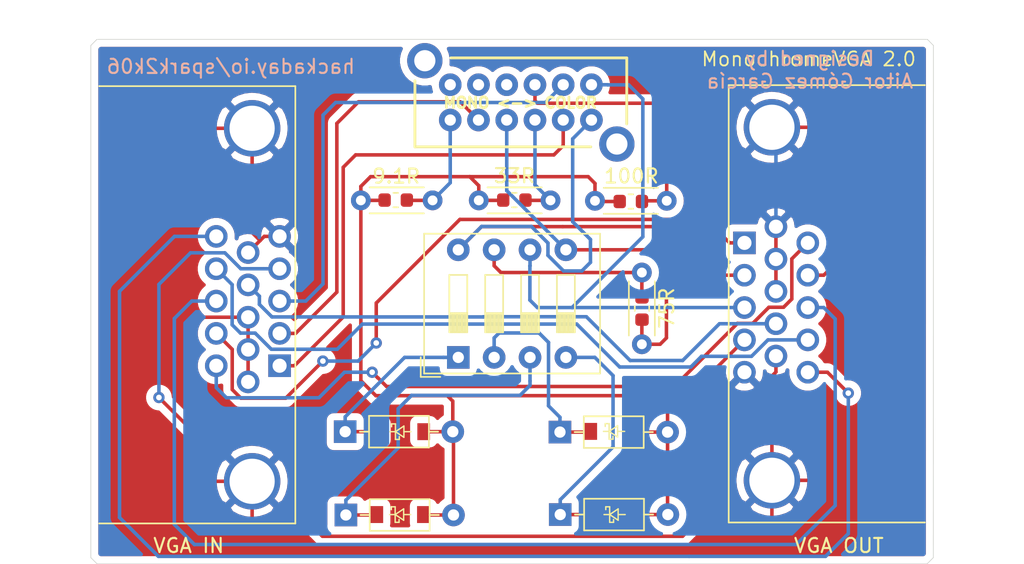
<source format=kicad_pcb>
(kicad_pcb (version 20171130) (host pcbnew "(5.1.4)-1")

  (general
    (thickness 1.6)
    (drawings 11)
    (tracks 284)
    (zones 0)
    (modules 20)
    (nets 27)
  )

  (page A4)
  (layers
    (0 Top signal)
    (31 Bottom signal)
    (32 B.Adhes user)
    (33 F.Adhes user)
    (34 B.Paste user)
    (35 F.Paste user)
    (36 B.SilkS user)
    (37 F.SilkS user)
    (38 B.Mask user)
    (39 F.Mask user)
    (40 Dwgs.User user)
    (41 Cmts.User user)
    (42 Eco1.User user)
    (43 Eco2.User user)
    (44 Edge.Cuts user)
    (45 Margin user)
    (46 B.CrtYd user)
    (47 F.CrtYd user)
    (48 B.Fab user)
    (49 F.Fab user)
  )

  (setup
    (last_trace_width 0.25)
    (trace_clearance 0.2)
    (zone_clearance 0.508)
    (zone_45_only no)
    (trace_min 0.2)
    (via_size 0.8)
    (via_drill 0.4)
    (via_min_size 0.4)
    (via_min_drill 0.3)
    (uvia_size 0.3)
    (uvia_drill 0.1)
    (uvias_allowed no)
    (uvia_min_size 0.2)
    (uvia_min_drill 0.1)
    (edge_width 0.05)
    (segment_width 0.2)
    (pcb_text_width 0.3)
    (pcb_text_size 1.5 1.5)
    (mod_edge_width 0.12)
    (mod_text_size 1 1)
    (mod_text_width 0.15)
    (pad_size 1.524 1.524)
    (pad_drill 0.762)
    (pad_to_mask_clearance 0.051)
    (solder_mask_min_width 0.25)
    (aux_axis_origin 0 0)
    (visible_elements 7FFFFFFF)
    (pcbplotparams
      (layerselection 0x010fc_ffffffff)
      (usegerberextensions false)
      (usegerberattributes false)
      (usegerberadvancedattributes false)
      (creategerberjobfile false)
      (excludeedgelayer true)
      (linewidth 0.100000)
      (plotframeref false)
      (viasonmask false)
      (mode 1)
      (useauxorigin false)
      (hpglpennumber 1)
      (hpglpenspeed 20)
      (hpglpendiameter 15.000000)
      (psnegative false)
      (psa4output false)
      (plotreference true)
      (plotvalue true)
      (plotinvisibletext false)
      (padsonsilk false)
      (subtractmaskfromsilk false)
      (outputformat 1)
      (mirror false)
      (drillshape 0)
      (scaleselection 1)
      (outputdirectory "Gerbers"))
  )

  (net 0 "")
  (net 1 /LUMA)
  (net 2 "Net-(D'1-Pad1)")
  (net 3 "Net-(D'2-Pad1)")
  (net 4 "Net-(D'3-Pad1)")
  (net 5 "Net-(D'4-Pad1)")
  (net 6 /R_IN)
  (net 7 /G_IN)
  (net 8 /B_IN)
  (net 9 /ID2)
  (net 10 /GND)
  (net 11 /VGA_PWR)
  (net 12 /ID0)
  (net 13 /ID1)
  (net 14 /HSYNC)
  (net 15 /VSYNC)
  (net 16 /ID3)
  (net 17 /R_OUT)
  (net 18 /G_OUT)
  (net 19 /B_OUT)
  (net 20 /R_L)
  (net 21 /G_L)
  (net 22 /B_L)
  (net 23 /G75)
  (net 24 "Net-(S1-Pad12)")
  (net 25 "Net-(S1-Pad11)")
  (net 26 "Net-(S1-Pad10)")

  (net_class Default "Esta es la clase de red por defecto."
    (clearance 0.2)
    (trace_width 0.25)
    (via_dia 0.8)
    (via_drill 0.4)
    (uvia_dia 0.3)
    (uvia_drill 0.1)
    (add_net /B_IN)
    (add_net /B_L)
    (add_net /B_OUT)
    (add_net /G75)
    (add_net /GND)
    (add_net /G_IN)
    (add_net /G_L)
    (add_net /G_OUT)
    (add_net /HSYNC)
    (add_net /ID0)
    (add_net /ID1)
    (add_net /ID2)
    (add_net /ID3)
    (add_net /LUMA)
    (add_net /R_IN)
    (add_net /R_L)
    (add_net /R_OUT)
    (add_net /VGA_PWR)
    (add_net /VSYNC)
    (add_net "Net-(D'1-Pad1)")
    (add_net "Net-(D'2-Pad1)")
    (add_net "Net-(D'3-Pad1)")
    (add_net "Net-(D'4-Pad1)")
    (add_net "Net-(S1-Pad10)")
    (add_net "Net-(S1-Pad11)")
    (add_net "Net-(S1-Pad12)")
  )

  (module MonochromeVGA:DSUB-15-HD_Female_Horizontal_P2.29x1.98mm_EdgePinOffset8.35mm_Housed_MountingHolesOffset10.89mm locked (layer Top) (tedit 5FB5308E) (tstamp 5FB5174D)
    (at 131.51 109.55 270)
    (descr "15-pin D-Sub connector, horizontal/angled (90 deg), THT-mount, female, pitch 2.29x1.98mm, pin-PCB-offset 8.35mm, distance of mounting holes 25mm, distance of mounting holes to PCB edge 10.889999999999999mm, see https://disti-assets.s3.amazonaws.com/tonar/files/datasheets/16730.pdf")
    (tags "15-pin D-Sub connector horizontal angled 90deg THT female pitch 2.29x1.98mm pin-PCB-offset 8.35mm mounting-holes-distance 25mm mounting-hole-offset 25mm")
    (path /5FB3966B)
    (fp_text reference J1 (at -4.32308 7.9502 270 unlocked) (layer F.SilkS) hide
      (effects (font (size 1.524 1.524) (thickness 0.3048)))
    )
    (fp_text value "VGA IN" (at 12.74 5.91 180) (layer F.SilkS)
      (effects (font (size 1 1) (thickness 0.15)))
    )
    (fp_text user %R (at -4.315 15.71 90) (layer F.Fab)
      (effects (font (size 1 1) (thickness 0.15)))
    )
    (fp_arc (start 8.185 1.42) (end 6.585 1.42) (angle 180) (layer F.Fab) (width 0.1))
    (fp_arc (start -16.815 1.42) (end -18.415 1.42) (angle 180) (layer F.Fab) (width 0.1))
    (fp_line (start -19.74 -1.58) (end -19.74 12.31) (layer F.Fab) (width 0.1))
    (fp_line (start -19.74 12.31) (end 11.11 12.31) (layer F.Fab) (width 0.1))
    (fp_line (start 11.11 12.31) (end 11.11 -1.58) (layer F.Fab) (width 0.1))
    (fp_line (start 11.11 -1.58) (end -19.74 -1.58) (layer F.Fab) (width 0.1))
    (fp_line (start -19.74 12.31) (end -19.74 12.71) (layer F.Fab) (width 0.1))
    (fp_line (start -19.74 12.71) (end 11.11 12.71) (layer F.Fab) (width 0.1))
    (fp_line (start 11.11 12.71) (end 11.11 12.31) (layer F.Fab) (width 0.1))
    (fp_line (start 11.11 12.31) (end -19.74 12.31) (layer F.Fab) (width 0.1))
    (fp_line (start -12.465 12.71) (end -12.465 18.71) (layer F.Fab) (width 0.1))
    (fp_line (start -12.465 18.71) (end 3.835 18.71) (layer F.Fab) (width 0.1))
    (fp_line (start 3.835 18.71) (end 3.835 12.71) (layer F.Fab) (width 0.1))
    (fp_line (start 3.835 12.71) (end -12.465 12.71) (layer F.Fab) (width 0.1))
    (fp_line (start -19.315 12.71) (end -19.315 17.71) (layer F.Fab) (width 0.1))
    (fp_line (start -19.315 17.71) (end -14.315 17.71) (layer F.Fab) (width 0.1))
    (fp_line (start -14.315 17.71) (end -14.315 12.71) (layer F.Fab) (width 0.1))
    (fp_line (start -14.315 12.71) (end -19.315 12.71) (layer F.Fab) (width 0.1))
    (fp_line (start 5.685 12.71) (end 5.685 17.71) (layer F.Fab) (width 0.1))
    (fp_line (start 5.685 17.71) (end 10.685 17.71) (layer F.Fab) (width 0.1))
    (fp_line (start 10.685 17.71) (end 10.685 12.71) (layer F.Fab) (width 0.1))
    (fp_line (start 10.685 12.71) (end 5.685 12.71) (layer F.Fab) (width 0.1))
    (fp_line (start -18.415 12.31) (end -18.415 1.42) (layer F.Fab) (width 0.1))
    (fp_line (start -15.215 12.31) (end -15.215 1.42) (layer F.Fab) (width 0.1))
    (fp_line (start 6.585 12.31) (end 6.585 1.42) (layer F.Fab) (width 0.1))
    (fp_line (start 9.785 12.31) (end 9.785 1.42) (layer F.Fab) (width 0.1))
    (fp_line (start -19.8 12.25) (end -19.8 -1.64) (layer F.SilkS) (width 0.12))
    (fp_line (start -19.8 -1.64) (end 11.17 -1.64) (layer F.SilkS) (width 0.12))
    (fp_line (start 11.17 -1.64) (end 11.17 12.25) (layer F.SilkS) (width 0.12))
    (fp_line (start -20.25 -2.1) (end -20.25 19.25) (layer F.CrtYd) (width 0.05))
    (fp_line (start -20.25 19.25) (end 11.65 19.25) (layer F.CrtYd) (width 0.05))
    (fp_line (start 11.65 19.25) (end 11.65 -2.1) (layer F.CrtYd) (width 0.05))
    (fp_line (start 11.65 -2.1) (end -20.25 -2.1) (layer F.CrtYd) (width 0.05))
    (pad 0 thru_hole circle (at 8.185 1.42 270) (size 4 4) (drill 3.2) (layers *.Cu *.Mask)
      (net 10 /GND))
    (pad 0 thru_hole circle (at -16.815 1.42 270) (size 4 4) (drill 3.2) (layers *.Cu *.Mask)
      (net 10 /GND))
    (pad 15 thru_hole circle (at -9.16 3.96 270) (size 1.6 1.6) (drill 1) (layers *.Cu *.Mask)
      (net 16 /ID3))
    (pad 14 thru_hole circle (at -6.87 3.96 270) (size 1.6 1.6) (drill 1) (layers *.Cu *.Mask)
      (net 15 /VSYNC))
    (pad 13 thru_hole circle (at -4.58 3.96 270) (size 1.6 1.6) (drill 1) (layers *.Cu *.Mask)
      (net 14 /HSYNC))
    (pad 12 thru_hole circle (at -2.29 3.96 270) (size 1.6 1.6) (drill 1) (layers *.Cu *.Mask)
      (net 13 /ID1))
    (pad 11 thru_hole circle (at 0 3.96 270) (size 1.6 1.6) (drill 1) (layers *.Cu *.Mask)
      (net 12 /ID0))
    (pad 10 thru_hole circle (at -8.015 1.705 270) (size 1.6 1.6) (drill 1) (layers *.Cu *.Mask)
      (net 10 /GND))
    (pad 9 thru_hole circle (at -5.725 1.705 270) (size 1.6 1.6) (drill 1) (layers *.Cu *.Mask)
      (net 11 /VGA_PWR))
    (pad 8 thru_hole circle (at -3.435 1.705 270) (size 1.6 1.6) (drill 1) (layers *.Cu *.Mask)
      (net 10 /GND))
    (pad 7 thru_hole circle (at -1.145 1.705 270) (size 1.6 1.6) (drill 1) (layers *.Cu *.Mask)
      (net 10 /GND))
    (pad 6 thru_hole circle (at 1.145 1.705 270) (size 1.6 1.6) (drill 1) (layers *.Cu *.Mask)
      (net 10 /GND))
    (pad 5 thru_hole circle (at -9.16 -0.525 270) (size 1.6 1.6) (drill 1) (layers *.Cu *.Mask)
      (net 10 /GND))
    (pad 4 thru_hole circle (at -6.87 -0.525 270) (size 1.6 1.6) (drill 1) (layers *.Cu *.Mask)
      (net 9 /ID2))
    (pad 3 thru_hole circle (at -4.58 -0.525 270) (size 1.6 1.6) (drill 1) (layers *.Cu *.Mask)
      (net 8 /B_IN))
    (pad 2 thru_hole circle (at -2.29 -0.525 270) (size 1.6 1.6) (drill 1) (layers *.Cu *.Mask)
      (net 7 /G_IN))
    (pad 1 thru_hole rect (at 0 -0.525 270) (size 1.6 1.6) (drill 1) (layers *.Cu *.Mask)
      (net 6 /R_IN))
    (model ${KISYS3DMOD}/Connector_Dsub.3dshapes/DSUB-15-HD_Female_Horizontal_P2.29x1.98mm_EdgePinOffset8.35mm_Housed_MountingHolesOffset10.89mm.wrl
      (at (xyz 0 0 0))
      (scale (xyz 1 1 1))
      (rotate (xyz 0 0 0))
    )
  )

  (module MonochromeVGA:DSUB-15-HD_Female_Horizontal_P2.29x1.98mm_EdgePinOffset8.35mm_Housed_MountingHolesOffset10.89mm locked (layer Top) (tedit 5FB5308E) (tstamp 5FB51784)
    (at 165.48 100.85 90)
    (descr "15-pin D-Sub connector, horizontal/angled (90 deg), THT-mount, female, pitch 2.29x1.98mm, pin-PCB-offset 8.35mm, distance of mounting holes 25mm, distance of mounting holes to PCB edge 10.889999999999999mm, see https://disti-assets.s3.amazonaws.com/tonar/files/datasheets/16730.pdf")
    (tags "15-pin D-Sub connector horizontal angled 90deg THT female pitch 2.29x1.98mm pin-PCB-offset 8.35mm mounting-holes-distance 25mm mounting-hole-offset 25mm")
    (path /5FB4BC4F)
    (fp_text reference J2 (at -4.32308 7.9502 90 unlocked) (layer F.SilkS) hide
      (effects (font (size 1.524 1.524) (thickness 0.3048)))
    )
    (fp_text value "VGA OUT" (at -21.44 6.16 180) (layer F.SilkS)
      (effects (font (size 1 1) (thickness 0.15)))
    )
    (fp_text user %R (at -4.315 15.71 90) (layer F.Fab)
      (effects (font (size 1 1) (thickness 0.15)))
    )
    (fp_arc (start 8.185 1.42) (end 6.585 1.42) (angle 180) (layer F.Fab) (width 0.1))
    (fp_arc (start -16.815 1.42) (end -18.415 1.42) (angle 180) (layer F.Fab) (width 0.1))
    (fp_line (start -19.74 -1.58) (end -19.74 12.31) (layer F.Fab) (width 0.1))
    (fp_line (start -19.74 12.31) (end 11.11 12.31) (layer F.Fab) (width 0.1))
    (fp_line (start 11.11 12.31) (end 11.11 -1.58) (layer F.Fab) (width 0.1))
    (fp_line (start 11.11 -1.58) (end -19.74 -1.58) (layer F.Fab) (width 0.1))
    (fp_line (start -19.74 12.31) (end -19.74 12.71) (layer F.Fab) (width 0.1))
    (fp_line (start -19.74 12.71) (end 11.11 12.71) (layer F.Fab) (width 0.1))
    (fp_line (start 11.11 12.71) (end 11.11 12.31) (layer F.Fab) (width 0.1))
    (fp_line (start 11.11 12.31) (end -19.74 12.31) (layer F.Fab) (width 0.1))
    (fp_line (start -12.465 12.71) (end -12.465 18.71) (layer F.Fab) (width 0.1))
    (fp_line (start -12.465 18.71) (end 3.835 18.71) (layer F.Fab) (width 0.1))
    (fp_line (start 3.835 18.71) (end 3.835 12.71) (layer F.Fab) (width 0.1))
    (fp_line (start 3.835 12.71) (end -12.465 12.71) (layer F.Fab) (width 0.1))
    (fp_line (start -19.315 12.71) (end -19.315 17.71) (layer F.Fab) (width 0.1))
    (fp_line (start -19.315 17.71) (end -14.315 17.71) (layer F.Fab) (width 0.1))
    (fp_line (start -14.315 17.71) (end -14.315 12.71) (layer F.Fab) (width 0.1))
    (fp_line (start -14.315 12.71) (end -19.315 12.71) (layer F.Fab) (width 0.1))
    (fp_line (start 5.685 12.71) (end 5.685 17.71) (layer F.Fab) (width 0.1))
    (fp_line (start 5.685 17.71) (end 10.685 17.71) (layer F.Fab) (width 0.1))
    (fp_line (start 10.685 17.71) (end 10.685 12.71) (layer F.Fab) (width 0.1))
    (fp_line (start 10.685 12.71) (end 5.685 12.71) (layer F.Fab) (width 0.1))
    (fp_line (start -18.415 12.31) (end -18.415 1.42) (layer F.Fab) (width 0.1))
    (fp_line (start -15.215 12.31) (end -15.215 1.42) (layer F.Fab) (width 0.1))
    (fp_line (start 6.585 12.31) (end 6.585 1.42) (layer F.Fab) (width 0.1))
    (fp_line (start 9.785 12.31) (end 9.785 1.42) (layer F.Fab) (width 0.1))
    (fp_line (start -19.8 12.25) (end -19.8 -1.64) (layer F.SilkS) (width 0.12))
    (fp_line (start -19.8 -1.64) (end 11.17 -1.64) (layer F.SilkS) (width 0.12))
    (fp_line (start 11.17 -1.64) (end 11.17 12.25) (layer F.SilkS) (width 0.12))
    (fp_line (start -20.25 -2.1) (end -20.25 19.25) (layer F.CrtYd) (width 0.05))
    (fp_line (start -20.25 19.25) (end 11.65 19.25) (layer F.CrtYd) (width 0.05))
    (fp_line (start 11.65 19.25) (end 11.65 -2.1) (layer F.CrtYd) (width 0.05))
    (fp_line (start 11.65 -2.1) (end -20.25 -2.1) (layer F.CrtYd) (width 0.05))
    (pad 0 thru_hole circle (at 8.185 1.42 90) (size 4 4) (drill 3.2) (layers *.Cu *.Mask)
      (net 10 /GND))
    (pad 0 thru_hole circle (at -16.815 1.42 90) (size 4 4) (drill 3.2) (layers *.Cu *.Mask)
      (net 10 /GND))
    (pad 15 thru_hole circle (at -9.16 3.96 90) (size 1.6 1.6) (drill 1) (layers *.Cu *.Mask)
      (net 16 /ID3))
    (pad 14 thru_hole circle (at -6.87 3.96 90) (size 1.6 1.6) (drill 1) (layers *.Cu *.Mask)
      (net 15 /VSYNC))
    (pad 13 thru_hole circle (at -4.58 3.96 90) (size 1.6 1.6) (drill 1) (layers *.Cu *.Mask)
      (net 14 /HSYNC))
    (pad 12 thru_hole circle (at -2.29 3.96 90) (size 1.6 1.6) (drill 1) (layers *.Cu *.Mask)
      (net 13 /ID1))
    (pad 11 thru_hole circle (at 0 3.96 90) (size 1.6 1.6) (drill 1) (layers *.Cu *.Mask)
      (net 12 /ID0))
    (pad 10 thru_hole circle (at -8.015 1.705 90) (size 1.6 1.6) (drill 1) (layers *.Cu *.Mask)
      (net 10 /GND))
    (pad 9 thru_hole circle (at -5.725 1.705 90) (size 1.6 1.6) (drill 1) (layers *.Cu *.Mask)
      (net 11 /VGA_PWR))
    (pad 8 thru_hole circle (at -3.435 1.705 90) (size 1.6 1.6) (drill 1) (layers *.Cu *.Mask)
      (net 10 /GND))
    (pad 7 thru_hole circle (at -1.145 1.705 90) (size 1.6 1.6) (drill 1) (layers *.Cu *.Mask)
      (net 10 /GND))
    (pad 6 thru_hole circle (at 1.145 1.705 90) (size 1.6 1.6) (drill 1) (layers *.Cu *.Mask)
      (net 10 /GND))
    (pad 5 thru_hole circle (at -9.16 -0.525 90) (size 1.6 1.6) (drill 1) (layers *.Cu *.Mask)
      (net 10 /GND))
    (pad 4 thru_hole circle (at -6.87 -0.525 90) (size 1.6 1.6) (drill 1) (layers *.Cu *.Mask)
      (net 9 /ID2))
    (pad 3 thru_hole circle (at -4.58 -0.525 90) (size 1.6 1.6) (drill 1) (layers *.Cu *.Mask)
      (net 19 /B_OUT))
    (pad 2 thru_hole circle (at -2.29 -0.525 90) (size 1.6 1.6) (drill 1) (layers *.Cu *.Mask)
      (net 18 /G_OUT))
    (pad 1 thru_hole rect (at 0 -0.525 90) (size 1.6 1.6) (drill 1) (layers *.Cu *.Mask)
      (net 17 /R_OUT))
    (model ${KISYS3DMOD}/Connector_Dsub.3dshapes/DSUB-15-HD_Female_Horizontal_P2.29x1.98mm_EdgePinOffset8.35mm_Housed_MountingHolesOffset10.89mm.wrl
      (at (xyz 0 0 0))
      (scale (xyz 1 1 1))
      (rotate (xyz 0 0 0))
    )
  )

  (module MonochromeVGA:D_DO-35_SOD27_P7.62mm_Horizontal (layer Top) (tedit 5FB515F6) (tstamp 5FB516B2)
    (at 151.91 120.09)
    (descr "Diode, DO-35_SOD27 series, Axial, Horizontal, pin pitch=7.62mm, , length*diameter=4*2mm^2, , http://www.diodes.com/_files/packages/DO-35.pdf")
    (tags "Diode DO-35_SOD27 series Axial Horizontal pin pitch 7.62mm  length 4mm diameter 2mm")
    (path /5FB3B239)
    (fp_text reference D4 (at 3.81 -2.01) (layer F.SilkS) hide
      (effects (font (size 1 1) (thickness 0.15)))
    )
    (fp_text value D_Schottky (at 3.81 2.12) (layer F.Fab)
      (effects (font (size 1 1) (thickness 0.15)))
    )
    (fp_line (start 1.81 -1) (end 1.81 1) (layer F.Fab) (width 0.1))
    (fp_line (start 1.81 1) (end 5.81 1) (layer F.Fab) (width 0.1))
    (fp_line (start 5.81 1) (end 5.81 -1) (layer F.Fab) (width 0.1))
    (fp_line (start 5.81 -1) (end 1.81 -1) (layer F.Fab) (width 0.1))
    (fp_line (start 0 0) (end 1.81 0) (layer F.Fab) (width 0.1))
    (fp_line (start 7.62 0) (end 5.81 0) (layer F.Fab) (width 0.1))
    (fp_line (start 2.41 -1) (end 2.41 1) (layer F.Fab) (width 0.1))
    (fp_line (start 2.51 -1) (end 2.51 1) (layer F.Fab) (width 0.1))
    (fp_line (start 2.31 -1) (end 2.31 1) (layer F.Fab) (width 0.1))
    (fp_line (start 1.69 -1.12) (end 1.69 1.12) (layer F.SilkS) (width 0.12))
    (fp_line (start 1.69 1.12) (end 5.93 1.12) (layer F.SilkS) (width 0.12))
    (fp_line (start 5.93 1.12) (end 5.93 -1.12) (layer F.SilkS) (width 0.12))
    (fp_line (start 5.93 -1.12) (end 1.69 -1.12) (layer F.SilkS) (width 0.12))
    (fp_line (start 1.04 0) (end 1.69 0) (layer F.SilkS) (width 0.12))
    (fp_line (start 6.58 0) (end 5.93 0) (layer F.SilkS) (width 0.12))
    (fp_line (start 2.41 -1.12) (end 2.41 1.12) (layer F.Fab) (width 0.12))
    (fp_line (start 2.53 -1.12) (end 2.53 1.12) (layer F.Fab) (width 0.12))
    (fp_line (start 2.29 -1.12) (end 2.29 1.12) (layer F.Fab) (width 0.12))
    (fp_line (start -1.05 -1.25) (end -1.05 1.25) (layer F.CrtYd) (width 0.05))
    (fp_line (start -1.05 1.25) (end 8.67 1.25) (layer F.CrtYd) (width 0.05))
    (fp_line (start 8.67 1.25) (end 8.67 -1.25) (layer F.CrtYd) (width 0.05))
    (fp_line (start 8.67 -1.25) (end -1.05 -1.25) (layer F.CrtYd) (width 0.05))
    (fp_text user %R (at 4.11 0) (layer F.Fab)
      (effects (font (size 0.8 0.8) (thickness 0.12)))
    )
    (fp_text user K (at 0 -1.8) (layer F.Fab)
      (effects (font (size 1 1) (thickness 0.15)))
    )
    (fp_text user K (at 0 -1.8) (layer F.SilkS) hide
      (effects (font (size 1 1) (thickness 0.15)))
    )
    (pad 1 thru_hole rect (at 0 0) (size 1.6 1.6) (drill 0.8) (layers *.Cu *.Mask)
      (net 5 "Net-(D'4-Pad1)"))
    (pad 2 thru_hole oval (at 7.62 0) (size 1.6 1.6) (drill 0.8) (layers *.Cu *.Mask)
      (net 1 /LUMA))
    (model ${KISYS3DMOD}/Diode_THT.3dshapes/D_DO-35_SOD27_P7.62mm_Horizontal.wrl
      (at (xyz 0 0 0))
      (scale (xyz 1 1 1))
      (rotate (xyz 0 0 0))
    )
  )

  (module MonochromeVGA:D_SOD-123 (layer Top) (tedit 5FB51802) (tstamp 5FB51716)
    (at 155.76 120.09)
    (descr SOD-123)
    (tags SOD-123)
    (path /5FB746E5)
    (attr smd)
    (fp_text reference D'4 (at 0 -2) (layer F.SilkS) hide
      (effects (font (size 1 1) (thickness 0.15)))
    )
    (fp_text value   (at 0 2.1) (layer F.Fab)
      (effects (font (size 1 1) (thickness 0.15)))
    )
    (fp_line (start -0.075 0.35) (end -0.075 0.55) (layer F.SilkS) (width 0.1))
    (fp_line (start -0.35 0.55) (end -0.075 0.55) (layer F.SilkS) (width 0.1))
    (fp_line (start -0.625 -0.55) (end -0.625 -0.35) (layer F.SilkS) (width 0.1))
    (fp_line (start -0.625 -0.55) (end -0.35 -0.55) (layer F.SilkS) (width 0.1))
    (fp_text user %R (at 0 -2) (layer F.Fab)
      (effects (font (size 1 1) (thickness 0.15)))
    )
    (fp_line (start -2.25 -1) (end -2.25 1) (layer F.Fab) (width 0.12))
    (fp_line (start 0.25 0) (end 0.75 0) (layer F.SilkS) (width 0.1))
    (fp_line (start 0.25 0.4) (end -0.35 0) (layer F.SilkS) (width 0.1))
    (fp_line (start 0.25 -0.4) (end 0.25 0.4) (layer F.SilkS) (width 0.1))
    (fp_line (start -0.35 0) (end 0.25 -0.4) (layer F.SilkS) (width 0.1))
    (fp_line (start -0.35 0) (end -0.35 0.55) (layer F.SilkS) (width 0.1))
    (fp_line (start -0.35 0) (end -0.35 -0.55) (layer F.SilkS) (width 0.1))
    (fp_line (start -0.75 0) (end -0.35 0) (layer F.SilkS) (width 0.1))
    (fp_line (start -1.4 0.9) (end -1.4 -0.9) (layer F.Fab) (width 0.1))
    (fp_line (start 1.4 0.9) (end -1.4 0.9) (layer F.Fab) (width 0.1))
    (fp_line (start 1.4 -0.9) (end 1.4 0.9) (layer F.Fab) (width 0.1))
    (fp_line (start -1.4 -0.9) (end 1.4 -0.9) (layer F.Fab) (width 0.1))
    (fp_line (start -2.35 -1.15) (end 2.35 -1.15) (layer F.CrtYd) (width 0.05))
    (fp_line (start 2.35 -1.15) (end 2.35 1.15) (layer F.CrtYd) (width 0.05))
    (fp_line (start 2.35 1.15) (end -2.35 1.15) (layer F.CrtYd) (width 0.05))
    (fp_line (start -2.35 -1.15) (end -2.35 1.15) (layer F.CrtYd) (width 0.05))
    (fp_line (start -2.25 1) (end 1.65 1) (layer F.Fab) (width 0.12))
    (fp_line (start -2.25 -1) (end 1.65 -1) (layer F.Fab) (width 0.12))
    (pad 1 smd rect (at -1.65 0) (size 0.9 1.2) (layers Top F.Paste F.Mask)
      (net 5 "Net-(D'4-Pad1)"))
    (pad 2 smd rect (at 1.65 0) (size 0.9 1.2) (layers Top F.Paste F.Mask)
      (net 1 /LUMA))
    (model ${KISYS3DMOD}/Diode_SMD.3dshapes/D_SOD-123.wrl
      (at (xyz 0 0 0))
      (scale (xyz 1 1 1))
      (rotate (xyz 0 0 0))
    )
  )

  (module MonochromeVGA:D_DO-35_SOD27_P7.62mm_Horizontal (layer Top) (tedit 5FB515F6) (tstamp 5FB51693)
    (at 136.73 120.12)
    (descr "Diode, DO-35_SOD27 series, Axial, Horizontal, pin pitch=7.62mm, , length*diameter=4*2mm^2, , http://www.diodes.com/_files/packages/DO-35.pdf")
    (tags "Diode DO-35_SOD27 series Axial Horizontal pin pitch 7.62mm  length 4mm diameter 2mm")
    (path /5FB3C685)
    (fp_text reference D3 (at 3.79 -2) (layer F.SilkS) hide
      (effects (font (size 1 1) (thickness 0.15)))
    )
    (fp_text value D_Schottky (at 3.81 2.12) (layer F.Fab)
      (effects (font (size 1 1) (thickness 0.15)))
    )
    (fp_line (start 1.81 -1) (end 1.81 1) (layer F.Fab) (width 0.1))
    (fp_line (start 1.81 1) (end 5.81 1) (layer F.Fab) (width 0.1))
    (fp_line (start 5.81 1) (end 5.81 -1) (layer F.Fab) (width 0.1))
    (fp_line (start 5.81 -1) (end 1.81 -1) (layer F.Fab) (width 0.1))
    (fp_line (start 0 0) (end 1.81 0) (layer F.Fab) (width 0.1))
    (fp_line (start 7.62 0) (end 5.81 0) (layer F.Fab) (width 0.1))
    (fp_line (start 2.41 -1) (end 2.41 1) (layer F.Fab) (width 0.1))
    (fp_line (start 2.51 -1) (end 2.51 1) (layer F.Fab) (width 0.1))
    (fp_line (start 2.31 -1) (end 2.31 1) (layer F.Fab) (width 0.1))
    (fp_line (start 1.69 -1.12) (end 1.69 1.12) (layer F.SilkS) (width 0.12))
    (fp_line (start 1.69 1.12) (end 5.93 1.12) (layer F.SilkS) (width 0.12))
    (fp_line (start 5.93 1.12) (end 5.93 -1.12) (layer F.SilkS) (width 0.12))
    (fp_line (start 5.93 -1.12) (end 1.69 -1.12) (layer F.SilkS) (width 0.12))
    (fp_line (start 1.04 0) (end 1.69 0) (layer F.SilkS) (width 0.12))
    (fp_line (start 6.58 0) (end 5.93 0) (layer F.SilkS) (width 0.12))
    (fp_line (start 2.41 -1.12) (end 2.41 1.12) (layer F.Fab) (width 0.12))
    (fp_line (start 2.53 -1.12) (end 2.53 1.12) (layer F.Fab) (width 0.12))
    (fp_line (start 2.29 -1.12) (end 2.29 1.12) (layer F.Fab) (width 0.12))
    (fp_line (start -1.05 -1.25) (end -1.05 1.25) (layer F.CrtYd) (width 0.05))
    (fp_line (start -1.05 1.25) (end 8.67 1.25) (layer F.CrtYd) (width 0.05))
    (fp_line (start 8.67 1.25) (end 8.67 -1.25) (layer F.CrtYd) (width 0.05))
    (fp_line (start 8.67 -1.25) (end -1.05 -1.25) (layer F.CrtYd) (width 0.05))
    (fp_text user %R (at 4.11 0) (layer F.Fab)
      (effects (font (size 0.8 0.8) (thickness 0.12)))
    )
    (fp_text user K (at 0 -1.8) (layer F.Fab) hide
      (effects (font (size 1 1) (thickness 0.15)))
    )
    (fp_text user K (at 0 -1.8) (layer F.SilkS) hide
      (effects (font (size 1 1) (thickness 0.15)))
    )
    (pad 1 thru_hole rect (at 0 0) (size 1.6 1.6) (drill 0.8) (layers *.Cu *.Mask)
      (net 4 "Net-(D'3-Pad1)"))
    (pad 2 thru_hole oval (at 7.62 0) (size 1.6 1.6) (drill 0.8) (layers *.Cu *.Mask)
      (net 1 /LUMA))
    (model ${KISYS3DMOD}/Diode_THT.3dshapes/D_DO-35_SOD27_P7.62mm_Horizontal.wrl
      (at (xyz 0 0 0))
      (scale (xyz 1 1 1))
      (rotate (xyz 0 0 0))
    )
  )

  (module MonochromeVGA:D_SOD-123 (layer Top) (tedit 5FB51802) (tstamp 5FB516FD)
    (at 140.57 120.09)
    (descr SOD-123)
    (tags SOD-123)
    (path /5FB8383A)
    (attr smd)
    (fp_text reference D'3 (at 0 -2) (layer F.SilkS) hide
      (effects (font (size 1 1) (thickness 0.15)))
    )
    (fp_text value   (at 0 2.1) (layer F.Fab)
      (effects (font (size 1 1) (thickness 0.15)))
    )
    (fp_line (start -0.075 0.35) (end -0.075 0.55) (layer F.SilkS) (width 0.1))
    (fp_line (start -0.35 0.55) (end -0.075 0.55) (layer F.SilkS) (width 0.1))
    (fp_line (start -0.625 -0.55) (end -0.625 -0.35) (layer F.SilkS) (width 0.1))
    (fp_line (start -0.625 -0.55) (end -0.35 -0.55) (layer F.SilkS) (width 0.1))
    (fp_text user %R (at 0 -2) (layer F.Fab)
      (effects (font (size 1 1) (thickness 0.15)))
    )
    (fp_line (start -2.25 -1) (end -2.25 1) (layer F.Fab) (width 0.12))
    (fp_line (start 0.25 0) (end 0.75 0) (layer F.SilkS) (width 0.1))
    (fp_line (start 0.25 0.4) (end -0.35 0) (layer F.SilkS) (width 0.1))
    (fp_line (start 0.25 -0.4) (end 0.25 0.4) (layer F.SilkS) (width 0.1))
    (fp_line (start -0.35 0) (end 0.25 -0.4) (layer F.SilkS) (width 0.1))
    (fp_line (start -0.35 0) (end -0.35 0.55) (layer F.SilkS) (width 0.1))
    (fp_line (start -0.35 0) (end -0.35 -0.55) (layer F.SilkS) (width 0.1))
    (fp_line (start -0.75 0) (end -0.35 0) (layer F.SilkS) (width 0.1))
    (fp_line (start -1.4 0.9) (end -1.4 -0.9) (layer F.Fab) (width 0.1))
    (fp_line (start 1.4 0.9) (end -1.4 0.9) (layer F.Fab) (width 0.1))
    (fp_line (start 1.4 -0.9) (end 1.4 0.9) (layer F.Fab) (width 0.1))
    (fp_line (start -1.4 -0.9) (end 1.4 -0.9) (layer F.Fab) (width 0.1))
    (fp_line (start -2.35 -1.15) (end 2.35 -1.15) (layer F.CrtYd) (width 0.05))
    (fp_line (start 2.35 -1.15) (end 2.35 1.15) (layer F.CrtYd) (width 0.05))
    (fp_line (start 2.35 1.15) (end -2.35 1.15) (layer F.CrtYd) (width 0.05))
    (fp_line (start -2.35 -1.15) (end -2.35 1.15) (layer F.CrtYd) (width 0.05))
    (fp_line (start -2.25 1) (end 1.65 1) (layer F.Fab) (width 0.12))
    (fp_line (start -2.25 -1) (end 1.65 -1) (layer F.Fab) (width 0.12))
    (pad 1 smd rect (at -1.65 0) (size 0.9 1.2) (layers Top F.Paste F.Mask)
      (net 4 "Net-(D'3-Pad1)"))
    (pad 2 smd rect (at 1.65 0) (size 0.9 1.2) (layers Top F.Paste F.Mask)
      (net 1 /LUMA))
    (model ${KISYS3DMOD}/Diode_SMD.3dshapes/D_SOD-123.wrl
      (at (xyz 0 0 0))
      (scale (xyz 1 1 1))
      (rotate (xyz 0 0 0))
    )
  )

  (module MonochromeVGA:D_SOD-123 (layer Top) (tedit 5FB51802) (tstamp 5FB516CB)
    (at 140.59 114.22)
    (descr SOD-123)
    (tags SOD-123)
    (path /5FB5228B)
    (attr smd)
    (fp_text reference D'1 (at 0 -2) (layer F.SilkS) hide
      (effects (font (size 1 1) (thickness 0.15)))
    )
    (fp_text value   (at 0 2.1) (layer F.Fab)
      (effects (font (size 1 1) (thickness 0.15)))
    )
    (fp_line (start -0.075 0.35) (end -0.075 0.55) (layer F.SilkS) (width 0.1))
    (fp_line (start -0.35 0.55) (end -0.075 0.55) (layer F.SilkS) (width 0.1))
    (fp_line (start -0.625 -0.55) (end -0.625 -0.35) (layer F.SilkS) (width 0.1))
    (fp_line (start -0.625 -0.55) (end -0.35 -0.55) (layer F.SilkS) (width 0.1))
    (fp_text user %R (at 0 -2) (layer F.Fab)
      (effects (font (size 1 1) (thickness 0.15)))
    )
    (fp_line (start -2.25 -1) (end -2.25 1) (layer F.Fab) (width 0.12))
    (fp_line (start 0.25 0) (end 0.75 0) (layer F.SilkS) (width 0.1))
    (fp_line (start 0.25 0.4) (end -0.35 0) (layer F.SilkS) (width 0.1))
    (fp_line (start 0.25 -0.4) (end 0.25 0.4) (layer F.SilkS) (width 0.1))
    (fp_line (start -0.35 0) (end 0.25 -0.4) (layer F.SilkS) (width 0.1))
    (fp_line (start -0.35 0) (end -0.35 0.55) (layer F.SilkS) (width 0.1))
    (fp_line (start -0.35 0) (end -0.35 -0.55) (layer F.SilkS) (width 0.1))
    (fp_line (start -0.75 0) (end -0.35 0) (layer F.SilkS) (width 0.1))
    (fp_line (start -1.4 0.9) (end -1.4 -0.9) (layer F.Fab) (width 0.1))
    (fp_line (start 1.4 0.9) (end -1.4 0.9) (layer F.Fab) (width 0.1))
    (fp_line (start 1.4 -0.9) (end 1.4 0.9) (layer F.Fab) (width 0.1))
    (fp_line (start -1.4 -0.9) (end 1.4 -0.9) (layer F.Fab) (width 0.1))
    (fp_line (start -2.35 -1.15) (end 2.35 -1.15) (layer F.CrtYd) (width 0.05))
    (fp_line (start 2.35 -1.15) (end 2.35 1.15) (layer F.CrtYd) (width 0.05))
    (fp_line (start 2.35 1.15) (end -2.35 1.15) (layer F.CrtYd) (width 0.05))
    (fp_line (start -2.35 -1.15) (end -2.35 1.15) (layer F.CrtYd) (width 0.05))
    (fp_line (start -2.25 1) (end 1.65 1) (layer F.Fab) (width 0.12))
    (fp_line (start -2.25 -1) (end 1.65 -1) (layer F.Fab) (width 0.12))
    (pad 1 smd rect (at -1.65 0) (size 0.9 1.2) (layers Top F.Paste F.Mask)
      (net 2 "Net-(D'1-Pad1)"))
    (pad 2 smd rect (at 1.65 0) (size 0.9 1.2) (layers Top F.Paste F.Mask)
      (net 1 /LUMA))
    (model ${KISYS3DMOD}/Diode_SMD.3dshapes/D_SOD-123.wrl
      (at (xyz 0 0 0))
      (scale (xyz 1 1 1))
      (rotate (xyz 0 0 0))
    )
  )

  (module MonochromeVGA:D_DO-35_SOD27_P7.62mm_Horizontal (layer Top) (tedit 5FB515F6) (tstamp 5FB51655)
    (at 136.68 114.22)
    (descr "Diode, DO-35_SOD27 series, Axial, Horizontal, pin pitch=7.62mm, , length*diameter=4*2mm^2, , http://www.diodes.com/_files/packages/DO-35.pdf")
    (tags "Diode DO-35_SOD27 series Axial Horizontal pin pitch 7.62mm  length 4mm diameter 2mm")
    (path /5FB3D699)
    (fp_text reference D1 (at 3.79 -2.05) (layer F.SilkS) hide
      (effects (font (size 1 1) (thickness 0.15)))
    )
    (fp_text value D_Schottky (at 3.81 2.12) (layer F.Fab)
      (effects (font (size 1 1) (thickness 0.15)))
    )
    (fp_line (start 1.81 -1) (end 1.81 1) (layer F.Fab) (width 0.1))
    (fp_line (start 1.81 1) (end 5.81 1) (layer F.Fab) (width 0.1))
    (fp_line (start 5.81 1) (end 5.81 -1) (layer F.Fab) (width 0.1))
    (fp_line (start 5.81 -1) (end 1.81 -1) (layer F.Fab) (width 0.1))
    (fp_line (start 0 0) (end 1.81 0) (layer F.Fab) (width 0.1))
    (fp_line (start 7.62 0) (end 5.81 0) (layer F.Fab) (width 0.1))
    (fp_line (start 2.41 -1) (end 2.41 1) (layer F.Fab) (width 0.1))
    (fp_line (start 2.51 -1) (end 2.51 1) (layer F.Fab) (width 0.1))
    (fp_line (start 2.31 -1) (end 2.31 1) (layer F.Fab) (width 0.1))
    (fp_line (start 1.69 -1.12) (end 1.69 1.12) (layer F.SilkS) (width 0.12))
    (fp_line (start 1.69 1.12) (end 5.93 1.12) (layer F.SilkS) (width 0.12))
    (fp_line (start 5.93 1.12) (end 5.93 -1.12) (layer F.SilkS) (width 0.12))
    (fp_line (start 5.93 -1.12) (end 1.69 -1.12) (layer F.SilkS) (width 0.12))
    (fp_line (start 1.04 0) (end 1.69 0) (layer F.SilkS) (width 0.12))
    (fp_line (start 6.58 0) (end 5.93 0) (layer F.SilkS) (width 0.12))
    (fp_line (start 2.41 -1.12) (end 2.41 1.12) (layer F.Fab) (width 0.12))
    (fp_line (start 2.53 -1.12) (end 2.53 1.12) (layer F.Fab) (width 0.12))
    (fp_line (start 2.29 -1.12) (end 2.29 1.12) (layer F.Fab) (width 0.12))
    (fp_line (start -1.05 -1.25) (end -1.05 1.25) (layer F.CrtYd) (width 0.05))
    (fp_line (start -1.05 1.25) (end 8.67 1.25) (layer F.CrtYd) (width 0.05))
    (fp_line (start 8.67 1.25) (end 8.67 -1.25) (layer F.CrtYd) (width 0.05))
    (fp_line (start 8.67 -1.25) (end -1.05 -1.25) (layer F.CrtYd) (width 0.05))
    (fp_text user %R (at 4.11 0) (layer F.Fab)
      (effects (font (size 0.8 0.8) (thickness 0.12)))
    )
    (fp_text user K (at 0 -1.8) (layer F.Fab) hide
      (effects (font (size 1 1) (thickness 0.15)))
    )
    (fp_text user K (at 0 -1.8) (layer F.SilkS) hide
      (effects (font (size 1 1) (thickness 0.15)))
    )
    (pad 1 thru_hole rect (at 0 0) (size 1.6 1.6) (drill 0.8) (layers *.Cu *.Mask)
      (net 2 "Net-(D'1-Pad1)"))
    (pad 2 thru_hole oval (at 7.62 0) (size 1.6 1.6) (drill 0.8) (layers *.Cu *.Mask)
      (net 1 /LUMA))
    (model ${KISYS3DMOD}/Diode_THT.3dshapes/D_DO-35_SOD27_P7.62mm_Horizontal.wrl
      (at (xyz 0 0 0))
      (scale (xyz 1 1 1))
      (rotate (xyz 0 0 0))
    )
  )

  (module MonochromeVGA:D_DO-35_SOD27_P7.62mm_Horizontal (layer Top) (tedit 5FB515F6) (tstamp 5FB51674)
    (at 151.89 114.25)
    (descr "Diode, DO-35_SOD27 series, Axial, Horizontal, pin pitch=7.62mm, , length*diameter=4*2mm^2, , http://www.diodes.com/_files/packages/DO-35.pdf")
    (tags "Diode DO-35_SOD27 series Axial Horizontal pin pitch 7.62mm  length 4mm diameter 2mm")
    (path /5FB3CEF5)
    (fp_text reference D2 (at 3.81 -1.97) (layer F.SilkS) hide
      (effects (font (size 1 1) (thickness 0.15)))
    )
    (fp_text value D_Schottky (at 3.81 2.12) (layer F.Fab)
      (effects (font (size 1 1) (thickness 0.15)))
    )
    (fp_line (start 1.81 -1) (end 1.81 1) (layer F.Fab) (width 0.1))
    (fp_line (start 1.81 1) (end 5.81 1) (layer F.Fab) (width 0.1))
    (fp_line (start 5.81 1) (end 5.81 -1) (layer F.Fab) (width 0.1))
    (fp_line (start 5.81 -1) (end 1.81 -1) (layer F.Fab) (width 0.1))
    (fp_line (start 0 0) (end 1.81 0) (layer F.Fab) (width 0.1))
    (fp_line (start 7.62 0) (end 5.81 0) (layer F.Fab) (width 0.1))
    (fp_line (start 2.41 -1) (end 2.41 1) (layer F.Fab) (width 0.1))
    (fp_line (start 2.51 -1) (end 2.51 1) (layer F.Fab) (width 0.1))
    (fp_line (start 2.31 -1) (end 2.31 1) (layer F.Fab) (width 0.1))
    (fp_line (start 1.69 -1.12) (end 1.69 1.12) (layer F.SilkS) (width 0.12))
    (fp_line (start 1.69 1.12) (end 5.93 1.12) (layer F.SilkS) (width 0.12))
    (fp_line (start 5.93 1.12) (end 5.93 -1.12) (layer F.SilkS) (width 0.12))
    (fp_line (start 5.93 -1.12) (end 1.69 -1.12) (layer F.SilkS) (width 0.12))
    (fp_line (start 1.04 0) (end 1.69 0) (layer F.SilkS) (width 0.12))
    (fp_line (start 6.58 0) (end 5.93 0) (layer F.SilkS) (width 0.12))
    (fp_line (start 2.41 -1.12) (end 2.41 1.12) (layer F.Fab) (width 0.12))
    (fp_line (start 2.53 -1.12) (end 2.53 1.12) (layer F.Fab) (width 0.12))
    (fp_line (start 2.29 -1.12) (end 2.29 1.12) (layer F.Fab) (width 0.12))
    (fp_line (start -1.05 -1.25) (end -1.05 1.25) (layer F.CrtYd) (width 0.05))
    (fp_line (start -1.05 1.25) (end 8.67 1.25) (layer F.CrtYd) (width 0.05))
    (fp_line (start 8.67 1.25) (end 8.67 -1.25) (layer F.CrtYd) (width 0.05))
    (fp_line (start 8.67 -1.25) (end -1.05 -1.25) (layer F.CrtYd) (width 0.05))
    (fp_text user %R (at 4.11 0) (layer F.Fab)
      (effects (font (size 0.8 0.8) (thickness 0.12)))
    )
    (fp_text user K (at 0 -1.8) (layer F.Fab) hide
      (effects (font (size 1 1) (thickness 0.15)))
    )
    (fp_text user K (at 0 -1.8) (layer F.SilkS) hide
      (effects (font (size 1 1) (thickness 0.15)))
    )
    (pad 1 thru_hole rect (at 0 0) (size 1.6 1.6) (drill 0.8) (layers *.Cu *.Mask)
      (net 3 "Net-(D'2-Pad1)"))
    (pad 2 thru_hole oval (at 7.62 0) (size 1.6 1.6) (drill 0.8) (layers *.Cu *.Mask)
      (net 1 /LUMA))
    (model ${KISYS3DMOD}/Diode_THT.3dshapes/D_DO-35_SOD27_P7.62mm_Horizontal.wrl
      (at (xyz 0 0 0))
      (scale (xyz 1 1 1))
      (rotate (xyz 0 0 0))
    )
  )

  (module MonochromeVGA:D_SOD-123 (layer Top) (tedit 5FB51802) (tstamp 5FB516E4)
    (at 155.72 114.2)
    (descr SOD-123)
    (tags SOD-123)
    (path /5FB6A4FA)
    (attr smd)
    (fp_text reference D'2 (at 0 -2) (layer F.SilkS) hide
      (effects (font (size 1 1) (thickness 0.15)))
    )
    (fp_text value   (at 0 2.1) (layer F.Fab)
      (effects (font (size 1 1) (thickness 0.15)))
    )
    (fp_line (start -0.075 0.35) (end -0.075 0.55) (layer F.SilkS) (width 0.1))
    (fp_line (start -0.35 0.55) (end -0.075 0.55) (layer F.SilkS) (width 0.1))
    (fp_line (start -0.625 -0.55) (end -0.625 -0.35) (layer F.SilkS) (width 0.1))
    (fp_line (start -0.625 -0.55) (end -0.35 -0.55) (layer F.SilkS) (width 0.1))
    (fp_text user %R (at 0 -2) (layer F.Fab)
      (effects (font (size 1 1) (thickness 0.15)))
    )
    (fp_line (start -2.25 -1) (end -2.25 1) (layer F.Fab) (width 0.12))
    (fp_line (start 0.25 0) (end 0.75 0) (layer F.SilkS) (width 0.1))
    (fp_line (start 0.25 0.4) (end -0.35 0) (layer F.SilkS) (width 0.1))
    (fp_line (start 0.25 -0.4) (end 0.25 0.4) (layer F.SilkS) (width 0.1))
    (fp_line (start -0.35 0) (end 0.25 -0.4) (layer F.SilkS) (width 0.1))
    (fp_line (start -0.35 0) (end -0.35 0.55) (layer F.SilkS) (width 0.1))
    (fp_line (start -0.35 0) (end -0.35 -0.55) (layer F.SilkS) (width 0.1))
    (fp_line (start -0.75 0) (end -0.35 0) (layer F.SilkS) (width 0.1))
    (fp_line (start -1.4 0.9) (end -1.4 -0.9) (layer F.Fab) (width 0.1))
    (fp_line (start 1.4 0.9) (end -1.4 0.9) (layer F.Fab) (width 0.1))
    (fp_line (start 1.4 -0.9) (end 1.4 0.9) (layer F.Fab) (width 0.1))
    (fp_line (start -1.4 -0.9) (end 1.4 -0.9) (layer F.Fab) (width 0.1))
    (fp_line (start -2.35 -1.15) (end 2.35 -1.15) (layer F.CrtYd) (width 0.05))
    (fp_line (start 2.35 -1.15) (end 2.35 1.15) (layer F.CrtYd) (width 0.05))
    (fp_line (start 2.35 1.15) (end -2.35 1.15) (layer F.CrtYd) (width 0.05))
    (fp_line (start -2.35 -1.15) (end -2.35 1.15) (layer F.CrtYd) (width 0.05))
    (fp_line (start -2.25 1) (end 1.65 1) (layer F.Fab) (width 0.12))
    (fp_line (start -2.25 -1) (end 1.65 -1) (layer F.Fab) (width 0.12))
    (pad 1 smd rect (at -1.65 0) (size 0.9 1.2) (layers Top F.Paste F.Mask)
      (net 3 "Net-(D'2-Pad1)"))
    (pad 2 smd rect (at 1.65 0) (size 0.9 1.2) (layers Top F.Paste F.Mask)
      (net 1 /LUMA))
    (model ${KISYS3DMOD}/Diode_SMD.3dshapes/D_SOD-123.wrl
      (at (xyz 0 0 0))
      (scale (xyz 1 1 1))
      (rotate (xyz 0 0 0))
    )
  )

  (module Button_Switch_THT:SW_DIP_SPSTx04_Slide_9.78x12.34mm_W7.62mm_P2.54mm locked (layer Top) (tedit 5A4E1404) (tstamp 5FB518D6)
    (at 144.69 108.96 90)
    (descr "4x-dip-switch SPST , Slide, row spacing 7.62 mm (300 mils), body size 9.78x12.34mm (see e.g. https://www.ctscorp.com/wp-content/uploads/206-208.pdf)")
    (tags "DIP Switch SPST Slide 7.62mm 300mil")
    (path /5FB3B535)
    (fp_text reference SW1 (at 9.57 -1.38 180) (layer F.SilkS) hide
      (effects (font (size 0.75 0.75) (thickness 0.15)))
    )
    (fp_text value SW1 (at 3.81 11.04 90) (layer F.Fab)
      (effects (font (size 1 1) (thickness 0.15)))
    )
    (fp_text user on (at 5.365 -1.4975 90) (layer F.Fab)
      (effects (font (size 0.8 0.8) (thickness 0.12)))
    )
    (fp_text user %R (at 7.27 3.81) (layer F.Fab)
      (effects (font (size 0.8 0.8) (thickness 0.12)))
    )
    (fp_line (start 8.95 -2.7) (end -1.35 -2.7) (layer F.CrtYd) (width 0.05))
    (fp_line (start 8.95 10.3) (end 8.95 -2.7) (layer F.CrtYd) (width 0.05))
    (fp_line (start -1.35 10.3) (end 8.95 10.3) (layer F.CrtYd) (width 0.05))
    (fp_line (start -1.35 -2.7) (end -1.35 10.3) (layer F.CrtYd) (width 0.05))
    (fp_line (start 3.133333 6.985) (end 3.133333 8.255) (layer F.SilkS) (width 0.12))
    (fp_line (start 1.78 8.185) (end 3.133333 8.185) (layer F.SilkS) (width 0.12))
    (fp_line (start 1.78 8.065) (end 3.133333 8.065) (layer F.SilkS) (width 0.12))
    (fp_line (start 1.78 7.945) (end 3.133333 7.945) (layer F.SilkS) (width 0.12))
    (fp_line (start 1.78 7.825) (end 3.133333 7.825) (layer F.SilkS) (width 0.12))
    (fp_line (start 1.78 7.705) (end 3.133333 7.705) (layer F.SilkS) (width 0.12))
    (fp_line (start 1.78 7.585) (end 3.133333 7.585) (layer F.SilkS) (width 0.12))
    (fp_line (start 1.78 7.465) (end 3.133333 7.465) (layer F.SilkS) (width 0.12))
    (fp_line (start 1.78 7.345) (end 3.133333 7.345) (layer F.SilkS) (width 0.12))
    (fp_line (start 1.78 7.225) (end 3.133333 7.225) (layer F.SilkS) (width 0.12))
    (fp_line (start 1.78 7.105) (end 3.133333 7.105) (layer F.SilkS) (width 0.12))
    (fp_line (start 5.84 6.985) (end 1.78 6.985) (layer F.SilkS) (width 0.12))
    (fp_line (start 5.84 8.255) (end 5.84 6.985) (layer F.SilkS) (width 0.12))
    (fp_line (start 1.78 8.255) (end 5.84 8.255) (layer F.SilkS) (width 0.12))
    (fp_line (start 1.78 6.985) (end 1.78 8.255) (layer F.SilkS) (width 0.12))
    (fp_line (start 3.133333 4.445) (end 3.133333 5.715) (layer F.SilkS) (width 0.12))
    (fp_line (start 1.78 5.645) (end 3.133333 5.645) (layer F.SilkS) (width 0.12))
    (fp_line (start 1.78 5.525) (end 3.133333 5.525) (layer F.SilkS) (width 0.12))
    (fp_line (start 1.78 5.405) (end 3.133333 5.405) (layer F.SilkS) (width 0.12))
    (fp_line (start 1.78 5.285) (end 3.133333 5.285) (layer F.SilkS) (width 0.12))
    (fp_line (start 1.78 5.165) (end 3.133333 5.165) (layer F.SilkS) (width 0.12))
    (fp_line (start 1.78 5.045) (end 3.133333 5.045) (layer F.SilkS) (width 0.12))
    (fp_line (start 1.78 4.925) (end 3.133333 4.925) (layer F.SilkS) (width 0.12))
    (fp_line (start 1.78 4.805) (end 3.133333 4.805) (layer F.SilkS) (width 0.12))
    (fp_line (start 1.78 4.685) (end 3.133333 4.685) (layer F.SilkS) (width 0.12))
    (fp_line (start 1.78 4.565) (end 3.133333 4.565) (layer F.SilkS) (width 0.12))
    (fp_line (start 5.84 4.445) (end 1.78 4.445) (layer F.SilkS) (width 0.12))
    (fp_line (start 5.84 5.715) (end 5.84 4.445) (layer F.SilkS) (width 0.12))
    (fp_line (start 1.78 5.715) (end 5.84 5.715) (layer F.SilkS) (width 0.12))
    (fp_line (start 1.78 4.445) (end 1.78 5.715) (layer F.SilkS) (width 0.12))
    (fp_line (start 3.133333 1.905) (end 3.133333 3.175) (layer F.SilkS) (width 0.12))
    (fp_line (start 1.78 3.105) (end 3.133333 3.105) (layer F.SilkS) (width 0.12))
    (fp_line (start 1.78 2.985) (end 3.133333 2.985) (layer F.SilkS) (width 0.12))
    (fp_line (start 1.78 2.865) (end 3.133333 2.865) (layer F.SilkS) (width 0.12))
    (fp_line (start 1.78 2.745) (end 3.133333 2.745) (layer F.SilkS) (width 0.12))
    (fp_line (start 1.78 2.625) (end 3.133333 2.625) (layer F.SilkS) (width 0.12))
    (fp_line (start 1.78 2.505) (end 3.133333 2.505) (layer F.SilkS) (width 0.12))
    (fp_line (start 1.78 2.385) (end 3.133333 2.385) (layer F.SilkS) (width 0.12))
    (fp_line (start 1.78 2.265) (end 3.133333 2.265) (layer F.SilkS) (width 0.12))
    (fp_line (start 1.78 2.145) (end 3.133333 2.145) (layer F.SilkS) (width 0.12))
    (fp_line (start 1.78 2.025) (end 3.133333 2.025) (layer F.SilkS) (width 0.12))
    (fp_line (start 5.84 1.905) (end 1.78 1.905) (layer F.SilkS) (width 0.12))
    (fp_line (start 5.84 3.175) (end 5.84 1.905) (layer F.SilkS) (width 0.12))
    (fp_line (start 1.78 3.175) (end 5.84 3.175) (layer F.SilkS) (width 0.12))
    (fp_line (start 1.78 1.905) (end 1.78 3.175) (layer F.SilkS) (width 0.12))
    (fp_line (start 3.133333 -0.635) (end 3.133333 0.635) (layer F.SilkS) (width 0.12))
    (fp_line (start 1.78 0.565) (end 3.133333 0.565) (layer F.SilkS) (width 0.12))
    (fp_line (start 1.78 0.445) (end 3.133333 0.445) (layer F.SilkS) (width 0.12))
    (fp_line (start 1.78 0.325) (end 3.133333 0.325) (layer F.SilkS) (width 0.12))
    (fp_line (start 1.78 0.205) (end 3.133333 0.205) (layer F.SilkS) (width 0.12))
    (fp_line (start 1.78 0.085) (end 3.133333 0.085) (layer F.SilkS) (width 0.12))
    (fp_line (start 1.78 -0.035) (end 3.133333 -0.035) (layer F.SilkS) (width 0.12))
    (fp_line (start 1.78 -0.155) (end 3.133333 -0.155) (layer F.SilkS) (width 0.12))
    (fp_line (start 1.78 -0.275) (end 3.133333 -0.275) (layer F.SilkS) (width 0.12))
    (fp_line (start 1.78 -0.395) (end 3.133333 -0.395) (layer F.SilkS) (width 0.12))
    (fp_line (start 1.78 -0.515) (end 3.133333 -0.515) (layer F.SilkS) (width 0.12))
    (fp_line (start 5.84 -0.635) (end 1.78 -0.635) (layer F.SilkS) (width 0.12))
    (fp_line (start 5.84 0.635) (end 5.84 -0.635) (layer F.SilkS) (width 0.12))
    (fp_line (start 1.78 0.635) (end 5.84 0.635) (layer F.SilkS) (width 0.12))
    (fp_line (start 1.78 -0.635) (end 1.78 0.635) (layer F.SilkS) (width 0.12))
    (fp_line (start -1.38 -2.66) (end -1.38 -1.277) (layer F.SilkS) (width 0.12))
    (fp_line (start -1.38 -2.66) (end 0.004 -2.66) (layer F.SilkS) (width 0.12))
    (fp_line (start 8.76 -2.42) (end 8.76 10.04) (layer F.SilkS) (width 0.12))
    (fp_line (start -1.14 -2.42) (end -1.14 10.04) (layer F.SilkS) (width 0.12))
    (fp_line (start -1.14 10.04) (end 8.76 10.04) (layer F.SilkS) (width 0.12))
    (fp_line (start -1.14 -2.42) (end 8.76 -2.42) (layer F.SilkS) (width 0.12))
    (fp_line (start 3.133333 6.985) (end 3.133333 8.255) (layer F.Fab) (width 0.1))
    (fp_line (start 1.78 8.185) (end 3.133333 8.185) (layer F.Fab) (width 0.1))
    (fp_line (start 1.78 8.085) (end 3.133333 8.085) (layer F.Fab) (width 0.1))
    (fp_line (start 1.78 7.985) (end 3.133333 7.985) (layer F.Fab) (width 0.1))
    (fp_line (start 1.78 7.885) (end 3.133333 7.885) (layer F.Fab) (width 0.1))
    (fp_line (start 1.78 7.785) (end 3.133333 7.785) (layer F.Fab) (width 0.1))
    (fp_line (start 1.78 7.685) (end 3.133333 7.685) (layer F.Fab) (width 0.1))
    (fp_line (start 1.78 7.585) (end 3.133333 7.585) (layer F.Fab) (width 0.1))
    (fp_line (start 1.78 7.485) (end 3.133333 7.485) (layer F.Fab) (width 0.1))
    (fp_line (start 1.78 7.385) (end 3.133333 7.385) (layer F.Fab) (width 0.1))
    (fp_line (start 1.78 7.285) (end 3.133333 7.285) (layer F.Fab) (width 0.1))
    (fp_line (start 1.78 7.185) (end 3.133333 7.185) (layer F.Fab) (width 0.1))
    (fp_line (start 1.78 7.085) (end 3.133333 7.085) (layer F.Fab) (width 0.1))
    (fp_line (start 5.84 6.985) (end 1.78 6.985) (layer F.Fab) (width 0.1))
    (fp_line (start 5.84 8.255) (end 5.84 6.985) (layer F.Fab) (width 0.1))
    (fp_line (start 1.78 8.255) (end 5.84 8.255) (layer F.Fab) (width 0.1))
    (fp_line (start 1.78 6.985) (end 1.78 8.255) (layer F.Fab) (width 0.1))
    (fp_line (start 3.133333 4.445) (end 3.133333 5.715) (layer F.Fab) (width 0.1))
    (fp_line (start 1.78 5.645) (end 3.133333 5.645) (layer F.Fab) (width 0.1))
    (fp_line (start 1.78 5.545) (end 3.133333 5.545) (layer F.Fab) (width 0.1))
    (fp_line (start 1.78 5.445) (end 3.133333 5.445) (layer F.Fab) (width 0.1))
    (fp_line (start 1.78 5.345) (end 3.133333 5.345) (layer F.Fab) (width 0.1))
    (fp_line (start 1.78 5.245) (end 3.133333 5.245) (layer F.Fab) (width 0.1))
    (fp_line (start 1.78 5.145) (end 3.133333 5.145) (layer F.Fab) (width 0.1))
    (fp_line (start 1.78 5.045) (end 3.133333 5.045) (layer F.Fab) (width 0.1))
    (fp_line (start 1.78 4.945) (end 3.133333 4.945) (layer F.Fab) (width 0.1))
    (fp_line (start 1.78 4.845) (end 3.133333 4.845) (layer F.Fab) (width 0.1))
    (fp_line (start 1.78 4.745) (end 3.133333 4.745) (layer F.Fab) (width 0.1))
    (fp_line (start 1.78 4.645) (end 3.133333 4.645) (layer F.Fab) (width 0.1))
    (fp_line (start 1.78 4.545) (end 3.133333 4.545) (layer F.Fab) (width 0.1))
    (fp_line (start 5.84 4.445) (end 1.78 4.445) (layer F.Fab) (width 0.1))
    (fp_line (start 5.84 5.715) (end 5.84 4.445) (layer F.Fab) (width 0.1))
    (fp_line (start 1.78 5.715) (end 5.84 5.715) (layer F.Fab) (width 0.1))
    (fp_line (start 1.78 4.445) (end 1.78 5.715) (layer F.Fab) (width 0.1))
    (fp_line (start 3.133333 1.905) (end 3.133333 3.175) (layer F.Fab) (width 0.1))
    (fp_line (start 1.78 3.105) (end 3.133333 3.105) (layer F.Fab) (width 0.1))
    (fp_line (start 1.78 3.005) (end 3.133333 3.005) (layer F.Fab) (width 0.1))
    (fp_line (start 1.78 2.905) (end 3.133333 2.905) (layer F.Fab) (width 0.1))
    (fp_line (start 1.78 2.805) (end 3.133333 2.805) (layer F.Fab) (width 0.1))
    (fp_line (start 1.78 2.705) (end 3.133333 2.705) (layer F.Fab) (width 0.1))
    (fp_line (start 1.78 2.605) (end 3.133333 2.605) (layer F.Fab) (width 0.1))
    (fp_line (start 1.78 2.505) (end 3.133333 2.505) (layer F.Fab) (width 0.1))
    (fp_line (start 1.78 2.405) (end 3.133333 2.405) (layer F.Fab) (width 0.1))
    (fp_line (start 1.78 2.305) (end 3.133333 2.305) (layer F.Fab) (width 0.1))
    (fp_line (start 1.78 2.205) (end 3.133333 2.205) (layer F.Fab) (width 0.1))
    (fp_line (start 1.78 2.105) (end 3.133333 2.105) (layer F.Fab) (width 0.1))
    (fp_line (start 1.78 2.005) (end 3.133333 2.005) (layer F.Fab) (width 0.1))
    (fp_line (start 5.84 1.905) (end 1.78 1.905) (layer F.Fab) (width 0.1))
    (fp_line (start 5.84 3.175) (end 5.84 1.905) (layer F.Fab) (width 0.1))
    (fp_line (start 1.78 3.175) (end 5.84 3.175) (layer F.Fab) (width 0.1))
    (fp_line (start 1.78 1.905) (end 1.78 3.175) (layer F.Fab) (width 0.1))
    (fp_line (start 3.133333 -0.635) (end 3.133333 0.635) (layer F.Fab) (width 0.1))
    (fp_line (start 1.78 0.565) (end 3.133333 0.565) (layer F.Fab) (width 0.1))
    (fp_line (start 1.78 0.465) (end 3.133333 0.465) (layer F.Fab) (width 0.1))
    (fp_line (start 1.78 0.365) (end 3.133333 0.365) (layer F.Fab) (width 0.1))
    (fp_line (start 1.78 0.265) (end 3.133333 0.265) (layer F.Fab) (width 0.1))
    (fp_line (start 1.78 0.165) (end 3.133333 0.165) (layer F.Fab) (width 0.1))
    (fp_line (start 1.78 0.065) (end 3.133333 0.065) (layer F.Fab) (width 0.1))
    (fp_line (start 1.78 -0.035) (end 3.133333 -0.035) (layer F.Fab) (width 0.1))
    (fp_line (start 1.78 -0.135) (end 3.133333 -0.135) (layer F.Fab) (width 0.1))
    (fp_line (start 1.78 -0.235) (end 3.133333 -0.235) (layer F.Fab) (width 0.1))
    (fp_line (start 1.78 -0.335) (end 3.133333 -0.335) (layer F.Fab) (width 0.1))
    (fp_line (start 1.78 -0.435) (end 3.133333 -0.435) (layer F.Fab) (width 0.1))
    (fp_line (start 1.78 -0.535) (end 3.133333 -0.535) (layer F.Fab) (width 0.1))
    (fp_line (start 5.84 -0.635) (end 1.78 -0.635) (layer F.Fab) (width 0.1))
    (fp_line (start 5.84 0.635) (end 5.84 -0.635) (layer F.Fab) (width 0.1))
    (fp_line (start 1.78 0.635) (end 5.84 0.635) (layer F.Fab) (width 0.1))
    (fp_line (start 1.78 -0.635) (end 1.78 0.635) (layer F.Fab) (width 0.1))
    (fp_line (start -1.08 -1.36) (end -0.08 -2.36) (layer F.Fab) (width 0.1))
    (fp_line (start -1.08 9.98) (end -1.08 -1.36) (layer F.Fab) (width 0.1))
    (fp_line (start 8.7 9.98) (end -1.08 9.98) (layer F.Fab) (width 0.1))
    (fp_line (start 8.7 -2.36) (end 8.7 9.98) (layer F.Fab) (width 0.1))
    (fp_line (start -0.08 -2.36) (end 8.7 -2.36) (layer F.Fab) (width 0.1))
    (pad 8 thru_hole oval (at 7.62 0 90) (size 1.6 1.6) (drill 0.8) (layers *.Cu *.Mask)
      (net 17 /R_OUT))
    (pad 4 thru_hole oval (at 0 7.62 90) (size 1.6 1.6) (drill 0.8) (layers *.Cu *.Mask)
      (net 5 "Net-(D'4-Pad1)"))
    (pad 7 thru_hole oval (at 7.62 2.54 90) (size 1.6 1.6) (drill 0.8) (layers *.Cu *.Mask)
      (net 23 /G75))
    (pad 3 thru_hole oval (at 0 5.08 90) (size 1.6 1.6) (drill 0.8) (layers *.Cu *.Mask)
      (net 4 "Net-(D'3-Pad1)"))
    (pad 6 thru_hole oval (at 7.62 5.08 90) (size 1.6 1.6) (drill 0.8) (layers *.Cu *.Mask)
      (net 19 /B_OUT))
    (pad 2 thru_hole oval (at 0 2.54 90) (size 1.6 1.6) (drill 0.8) (layers *.Cu *.Mask)
      (net 3 "Net-(D'2-Pad1)"))
    (pad 5 thru_hole oval (at 7.62 7.62 90) (size 1.6 1.6) (drill 0.8) (layers *.Cu *.Mask)
      (net 18 /G_OUT))
    (pad 1 thru_hole rect (at 0 0 90) (size 1.6 1.6) (drill 0.8) (layers *.Cu *.Mask)
      (net 2 "Net-(D'1-Pad1)"))
    (model ${KISYS3DMOD}/Button_Switch_THT.3dshapes/SW_DIP_SPSTx04_Slide_9.78x12.34mm_W7.62mm_P2.54mm.wrl
      (at (xyz 0 0 0))
      (scale (xyz 1 1 1))
      (rotate (xyz 0 0 90))
    )
  )

  (module MonochromeVGA:SW-SK-42D01-G locked (layer Top) (tedit 5FB4E2ED) (tstamp 5FB51839)
    (at 149.12 90.9 180)
    (path /5EF6D4E3)
    (fp_text reference S1 (at 0 -4.064) (layer F.SilkS) hide
      (effects (font (size 1 1) (thickness 0.2)))
    )
    (fp_text value "MONO <-> COLOR" (at 0.04 -0.03 unlocked) (layer F.SilkS)
      (effects (font (size 0.75 0.75) (thickness 0.1875)))
    )
    (fp_line (start -4.953 -3.15) (end 7.5 -3.15) (layer F.SilkS) (width 0.2))
    (fp_line (start 7.5 -3.15) (end 7.5 1.524) (layer F.SilkS) (width 0.2))
    (fp_line (start -7.5 3.15) (end 4.953 3.15) (layer F.SilkS) (width 0.2))
    (fp_line (start -7.5 -1.524) (end -7.5 3.15) (layer F.SilkS) (width 0.2))
    (fp_line (start -7.5 3.15) (end 7.5 3.15) (layer F.Fab) (width 0.2))
    (fp_line (start -7.5 -3.15) (end 7.5 -3.15) (layer F.Fab) (width 0.2))
    (fp_line (start 7.5 -3.15) (end 7.5 3.15) (layer F.Fab) (width 0.2))
    (fp_line (start -7.5 -3.15) (end -7.5 3.15) (layer F.Fab) (width 0.2))
    (fp_line (start -3.5 3.15) (end -3.5 7.15) (layer F.Fab) (width 0.2))
    (fp_line (start -3.5 7.15) (end -0.5 7.15) (layer F.Fab) (width 0.2))
    (fp_line (start -0.5 3.15) (end -0.5 7.15) (layer F.Fab) (width 0.2))
    (fp_line (start -7.8 -3.45) (end 7.8 -3.45) (layer F.CrtYd) (width 0.1))
    (fp_line (start 7.8 3.45) (end 7.8 -3.45) (layer F.CrtYd) (width 0.1))
    (fp_line (start 3.5 3.45) (end 7.8 3.45) (layer F.CrtYd) (width 0.1))
    (fp_line (start 3.5 7.15) (end 3.5 3.45) (layer F.CrtYd) (width 0.1))
    (fp_line (start -7.8 -3.45) (end -7.8 3.45) (layer F.CrtYd) (width 0.1))
    (fp_line (start -7.8 3.45) (end -3.5 3.45) (layer F.CrtYd) (width 0.1))
    (fp_line (start -3.5 3.45) (end -3.5 7.15) (layer F.CrtYd) (width 0.1))
    (fp_line (start -3.5 7.15) (end 3.5 7.15) (layer F.CrtYd) (width 0.1))
    (pad 12 thru_hole circle (at 5 1.25 180) (size 1.6 1.6) (drill 0.8) (layers *.Cu *.Mask)
      (net 24 "Net-(S1-Pad12)"))
    (pad 11 thru_hole circle (at 3 1.25 180) (size 1.6 1.6) (drill 0.8) (layers *.Cu *.Mask)
      (net 25 "Net-(S1-Pad11)"))
    (pad 10 thru_hole circle (at 1 1.25 180) (size 1.6 1.6) (drill 0.8) (layers *.Cu *.Mask)
      (net 26 "Net-(S1-Pad10)"))
    (pad 9 thru_hole circle (at -1 1.25 180) (size 1.6 1.6) (drill 0.8) (layers *.Cu *.Mask)
      (net 22 /B_L))
    (pad 8 thru_hole circle (at -3 1.25 180) (size 1.6 1.6) (drill 0.8) (layers *.Cu *.Mask)
      (net 8 /B_IN))
    (pad 7 thru_hole circle (at -5 1.25 180) (size 1.6 1.6) (drill 0.8) (layers *.Cu *.Mask)
      (net 19 /B_OUT))
    (pad 6 thru_hole circle (at 5 -1.25 180) (size 1.6 1.6) (drill 0.8) (layers *.Cu *.Mask)
      (net 21 /G_L))
    (pad 5 thru_hole circle (at 3 -1.25 180) (size 1.6 1.6) (drill 0.8) (layers *.Cu *.Mask)
      (net 7 /G_IN))
    (pad 4 thru_hole circle (at 1 -1.25 180) (size 1.6 1.6) (drill 0.8) (layers *.Cu *.Mask)
      (net 18 /G_OUT))
    (pad 3 thru_hole circle (at -1 -1.25 180) (size 1.6 1.6) (drill 0.8) (layers *.Cu *.Mask)
      (net 20 /R_L))
    (pad 2 thru_hole circle (at -3 -1.25 180) (size 1.6 1.6) (drill 0.8) (layers *.Cu *.Mask)
      (net 6 /R_IN))
    (pad 1 thru_hole circle (at -5 -1.25 180) (size 1.6 1.6) (drill 0.8) (layers *.Cu *.Mask)
      (net 17 /R_OUT))
    (pad 0 thru_hole circle (at 6.8 2.95 180) (size 2.5 2.5) (drill 1.5) (layers *.Cu *.Mask))
    (pad 0 thru_hole circle (at -6.8 -2.95 180) (size 2.5 2.5) (drill 1.5) (layers *.Cu *.Mask))
    (model ${KISYS3DMOD}/switch-sk-42d01.3dshapes/SK-42D01.step
      (offset (xyz -7.5 -3 5.5))
      (scale (xyz 1 1 1))
      (rotate (xyz 0 0 0))
    )
  )

  (module Resistor_SMD:R_0603_1608Metric (layer Top) (tedit 5B301BBD) (tstamp 5FB51814)
    (at 157.7 105.5 90)
    (descr "Resistor SMD 0603 (1608 Metric), square (rectangular) end terminal, IPC_7351 nominal, (Body size source: http://www.tortai-tech.com/upload/download/2011102023233369053.pdf), generated with kicad-footprint-generator")
    (tags resistor)
    (path /5FBA69D4)
    (attr smd)
    (fp_text reference R'4 (at 0 -1.43 90) (layer F.SilkS) hide
      (effects (font (size 1 1) (thickness 0.15)))
    )
    (fp_text value 75R (at 0 1.43 90) (layer F.Fab)
      (effects (font (size 1 1) (thickness 0.15)))
    )
    (fp_text user %R (at 0 0 90) (layer F.Fab)
      (effects (font (size 0.4 0.4) (thickness 0.06)))
    )
    (fp_line (start 1.48 0.73) (end -1.48 0.73) (layer F.CrtYd) (width 0.05))
    (fp_line (start 1.48 -0.73) (end 1.48 0.73) (layer F.CrtYd) (width 0.05))
    (fp_line (start -1.48 -0.73) (end 1.48 -0.73) (layer F.CrtYd) (width 0.05))
    (fp_line (start -1.48 0.73) (end -1.48 -0.73) (layer F.CrtYd) (width 0.05))
    (fp_line (start -0.162779 0.51) (end 0.162779 0.51) (layer F.SilkS) (width 0.12))
    (fp_line (start -0.162779 -0.51) (end 0.162779 -0.51) (layer F.SilkS) (width 0.12))
    (fp_line (start 0.8 0.4) (end -0.8 0.4) (layer F.Fab) (width 0.1))
    (fp_line (start 0.8 -0.4) (end 0.8 0.4) (layer F.Fab) (width 0.1))
    (fp_line (start -0.8 -0.4) (end 0.8 -0.4) (layer F.Fab) (width 0.1))
    (fp_line (start -0.8 0.4) (end -0.8 -0.4) (layer F.Fab) (width 0.1))
    (pad 2 smd roundrect (at 0.7875 0 90) (size 0.875 0.95) (layers Top F.Paste F.Mask) (roundrect_rratio 0.25)
      (net 23 /G75))
    (pad 1 smd roundrect (at -0.7875 0 90) (size 0.875 0.95) (layers Top F.Paste F.Mask) (roundrect_rratio 0.25)
      (net 18 /G_OUT))
    (model ${KISYS3DMOD}/Resistor_SMD.3dshapes/R_0603_1608Metric.wrl
      (at (xyz 0 0 0))
      (scale (xyz 1 1 1))
      (rotate (xyz 0 0 0))
    )
  )

  (module Resistor_SMD:R_0603_1608Metric (layer Top) (tedit 5B301BBD) (tstamp 5FB51803)
    (at 156.91 97.92)
    (descr "Resistor SMD 0603 (1608 Metric), square (rectangular) end terminal, IPC_7351 nominal, (Body size source: http://www.tortai-tech.com/upload/download/2011102023233369053.pdf), generated with kicad-footprint-generator")
    (tags resistor)
    (path /5FB9BCA6)
    (attr smd)
    (fp_text reference R'3 (at 0 -1.43) (layer F.SilkS) hide
      (effects (font (size 1 1) (thickness 0.15)))
    )
    (fp_text value 100R (at 0 1.43) (layer F.Fab)
      (effects (font (size 1 1) (thickness 0.15)))
    )
    (fp_text user %R (at 0 0) (layer F.Fab)
      (effects (font (size 0.4 0.4) (thickness 0.06)))
    )
    (fp_line (start 1.48 0.73) (end -1.48 0.73) (layer F.CrtYd) (width 0.05))
    (fp_line (start 1.48 -0.73) (end 1.48 0.73) (layer F.CrtYd) (width 0.05))
    (fp_line (start -1.48 -0.73) (end 1.48 -0.73) (layer F.CrtYd) (width 0.05))
    (fp_line (start -1.48 0.73) (end -1.48 -0.73) (layer F.CrtYd) (width 0.05))
    (fp_line (start -0.162779 0.51) (end 0.162779 0.51) (layer F.SilkS) (width 0.12))
    (fp_line (start -0.162779 -0.51) (end 0.162779 -0.51) (layer F.SilkS) (width 0.12))
    (fp_line (start 0.8 0.4) (end -0.8 0.4) (layer F.Fab) (width 0.1))
    (fp_line (start 0.8 -0.4) (end 0.8 0.4) (layer F.Fab) (width 0.1))
    (fp_line (start -0.8 -0.4) (end 0.8 -0.4) (layer F.Fab) (width 0.1))
    (fp_line (start -0.8 0.4) (end -0.8 -0.4) (layer F.Fab) (width 0.1))
    (pad 2 smd roundrect (at 0.7875 0) (size 0.875 0.95) (layers Top F.Paste F.Mask) (roundrect_rratio 0.25)
      (net 22 /B_L))
    (pad 1 smd roundrect (at -0.7875 0) (size 0.875 0.95) (layers Top F.Paste F.Mask) (roundrect_rratio 0.25)
      (net 1 /LUMA))
    (model ${KISYS3DMOD}/Resistor_SMD.3dshapes/R_0603_1608Metric.wrl
      (at (xyz 0 0 0))
      (scale (xyz 1 1 1))
      (rotate (xyz 0 0 0))
    )
  )

  (module Resistor_SMD:R_0603_1608Metric (layer Top) (tedit 5B301BBD) (tstamp 5FB517F2)
    (at 140.26 97.82)
    (descr "Resistor SMD 0603 (1608 Metric), square (rectangular) end terminal, IPC_7351 nominal, (Body size source: http://www.tortai-tech.com/upload/download/2011102023233369053.pdf), generated with kicad-footprint-generator")
    (tags resistor)
    (path /5FB9BAE1)
    (attr smd)
    (fp_text reference R'2 (at 0 -1.43) (layer F.SilkS) hide
      (effects (font (size 1 1) (thickness 0.15)))
    )
    (fp_text value 9.1R (at 0 1.43) (layer F.Fab)
      (effects (font (size 1 1) (thickness 0.15)))
    )
    (fp_text user %R (at 0 0) (layer F.Fab)
      (effects (font (size 0.4 0.4) (thickness 0.06)))
    )
    (fp_line (start 1.48 0.73) (end -1.48 0.73) (layer F.CrtYd) (width 0.05))
    (fp_line (start 1.48 -0.73) (end 1.48 0.73) (layer F.CrtYd) (width 0.05))
    (fp_line (start -1.48 -0.73) (end 1.48 -0.73) (layer F.CrtYd) (width 0.05))
    (fp_line (start -1.48 0.73) (end -1.48 -0.73) (layer F.CrtYd) (width 0.05))
    (fp_line (start -0.162779 0.51) (end 0.162779 0.51) (layer F.SilkS) (width 0.12))
    (fp_line (start -0.162779 -0.51) (end 0.162779 -0.51) (layer F.SilkS) (width 0.12))
    (fp_line (start 0.8 0.4) (end -0.8 0.4) (layer F.Fab) (width 0.1))
    (fp_line (start 0.8 -0.4) (end 0.8 0.4) (layer F.Fab) (width 0.1))
    (fp_line (start -0.8 -0.4) (end 0.8 -0.4) (layer F.Fab) (width 0.1))
    (fp_line (start -0.8 0.4) (end -0.8 -0.4) (layer F.Fab) (width 0.1))
    (pad 2 smd roundrect (at 0.7875 0) (size 0.875 0.95) (layers Top F.Paste F.Mask) (roundrect_rratio 0.25)
      (net 21 /G_L))
    (pad 1 smd roundrect (at -0.7875 0) (size 0.875 0.95) (layers Top F.Paste F.Mask) (roundrect_rratio 0.25)
      (net 1 /LUMA))
    (model ${KISYS3DMOD}/Resistor_SMD.3dshapes/R_0603_1608Metric.wrl
      (at (xyz 0 0 0))
      (scale (xyz 1 1 1))
      (rotate (xyz 0 0 0))
    )
  )

  (module Resistor_SMD:R_0603_1608Metric (layer Top) (tedit 5B301BBD) (tstamp 5FB517E1)
    (at 148.66 97.82)
    (descr "Resistor SMD 0603 (1608 Metric), square (rectangular) end terminal, IPC_7351 nominal, (Body size source: http://www.tortai-tech.com/upload/download/2011102023233369053.pdf), generated with kicad-footprint-generator")
    (tags resistor)
    (path /5FB94FA0)
    (attr smd)
    (fp_text reference R'1 (at 0 -1.43) (layer F.SilkS) hide
      (effects (font (size 1 1) (thickness 0.15)))
    )
    (fp_text value 33R (at 0 1.43) (layer F.Fab) hide
      (effects (font (size 1 1) (thickness 0.15)))
    )
    (fp_text user %R (at 0 0) (layer F.Fab)
      (effects (font (size 0.4 0.4) (thickness 0.06)))
    )
    (fp_line (start 1.48 0.73) (end -1.48 0.73) (layer F.CrtYd) (width 0.05))
    (fp_line (start 1.48 -0.73) (end 1.48 0.73) (layer F.CrtYd) (width 0.05))
    (fp_line (start -1.48 -0.73) (end 1.48 -0.73) (layer F.CrtYd) (width 0.05))
    (fp_line (start -1.48 0.73) (end -1.48 -0.73) (layer F.CrtYd) (width 0.05))
    (fp_line (start -0.162779 0.51) (end 0.162779 0.51) (layer F.SilkS) (width 0.12))
    (fp_line (start -0.162779 -0.51) (end 0.162779 -0.51) (layer F.SilkS) (width 0.12))
    (fp_line (start 0.8 0.4) (end -0.8 0.4) (layer F.Fab) (width 0.1))
    (fp_line (start 0.8 -0.4) (end 0.8 0.4) (layer F.Fab) (width 0.1))
    (fp_line (start -0.8 -0.4) (end 0.8 -0.4) (layer F.Fab) (width 0.1))
    (fp_line (start -0.8 0.4) (end -0.8 -0.4) (layer F.Fab) (width 0.1))
    (pad 2 smd roundrect (at 0.7875 0) (size 0.875 0.95) (layers Top F.Paste F.Mask) (roundrect_rratio 0.25)
      (net 20 /R_L))
    (pad 1 smd roundrect (at -0.7875 0) (size 0.875 0.95) (layers Top F.Paste F.Mask) (roundrect_rratio 0.25)
      (net 1 /LUMA))
    (model ${KISYS3DMOD}/Resistor_SMD.3dshapes/R_0603_1608Metric.wrl
      (at (xyz 0 0 0))
      (scale (xyz 1 1 1))
      (rotate (xyz 0 0 0))
    )
  )

  (module Resistor_THT:R_Axial_DIN0204_L3.6mm_D1.6mm_P5.08mm_Horizontal (layer Top) (tedit 5AE5139B) (tstamp 5FB517D0)
    (at 157.69 108.03 90)
    (descr "Resistor, Axial_DIN0204 series, Axial, Horizontal, pin pitch=5.08mm, 0.167W, length*diameter=3.6*1.6mm^2, http://cdn-reichelt.de/documents/datenblatt/B400/1_4W%23YAG.pdf")
    (tags "Resistor Axial_DIN0204 series Axial Horizontal pin pitch 5.08mm 0.167W length 3.6mm diameter 1.6mm")
    (path /5FB3BF4C)
    (fp_text reference R4 (at 2.54 -1.92 90) (layer F.SilkS) hide
      (effects (font (size 1 1) (thickness 0.15)))
    )
    (fp_text value 75R (at 2.56 1.77 90) (layer F.SilkS)
      (effects (font (size 1 1) (thickness 0.15)))
    )
    (fp_text user %R (at 2.54 0 90) (layer F.Fab)
      (effects (font (size 0.72 0.72) (thickness 0.108)))
    )
    (fp_line (start 6.03 -1.05) (end -0.95 -1.05) (layer F.CrtYd) (width 0.05))
    (fp_line (start 6.03 1.05) (end 6.03 -1.05) (layer F.CrtYd) (width 0.05))
    (fp_line (start -0.95 1.05) (end 6.03 1.05) (layer F.CrtYd) (width 0.05))
    (fp_line (start -0.95 -1.05) (end -0.95 1.05) (layer F.CrtYd) (width 0.05))
    (fp_line (start 0.62 0.92) (end 4.46 0.92) (layer F.SilkS) (width 0.12))
    (fp_line (start 0.62 -0.92) (end 4.46 -0.92) (layer F.SilkS) (width 0.12))
    (fp_line (start 5.08 0) (end 4.34 0) (layer F.Fab) (width 0.1))
    (fp_line (start 0 0) (end 0.74 0) (layer F.Fab) (width 0.1))
    (fp_line (start 4.34 -0.8) (end 0.74 -0.8) (layer F.Fab) (width 0.1))
    (fp_line (start 4.34 0.8) (end 4.34 -0.8) (layer F.Fab) (width 0.1))
    (fp_line (start 0.74 0.8) (end 4.34 0.8) (layer F.Fab) (width 0.1))
    (fp_line (start 0.74 -0.8) (end 0.74 0.8) (layer F.Fab) (width 0.1))
    (pad 2 thru_hole oval (at 5.08 0 90) (size 1.4 1.4) (drill 0.7) (layers *.Cu *.Mask)
      (net 23 /G75))
    (pad 1 thru_hole circle (at 0 0 90) (size 1.4 1.4) (drill 0.7) (layers *.Cu *.Mask)
      (net 18 /G_OUT))
    (model ${KISYS3DMOD}/Resistor_THT.3dshapes/R_Axial_DIN0204_L3.6mm_D1.6mm_P5.08mm_Horizontal.wrl
      (at (xyz 0 0 0))
      (scale (xyz 1 1 1))
      (rotate (xyz 0 0 0))
    )
  )

  (module Resistor_THT:R_Axial_DIN0204_L3.6mm_D1.6mm_P5.08mm_Horizontal (layer Top) (tedit 5AE5139B) (tstamp 5FB517BD)
    (at 154.37 97.87)
    (descr "Resistor, Axial_DIN0204 series, Axial, Horizontal, pin pitch=5.08mm, 0.167W, length*diameter=3.6*1.6mm^2, http://cdn-reichelt.de/documents/datenblatt/B400/1_4W%23YAG.pdf")
    (tags "Resistor Axial_DIN0204 series Axial Horizontal pin pitch 5.08mm 0.167W length 3.6mm diameter 1.6mm")
    (path /5EFB69C2)
    (fp_text reference R3 (at 2.54 -1.92) (layer F.SilkS) hide
      (effects (font (size 1 1) (thickness 0.15)))
    )
    (fp_text value 100R (at 2.58 -1.75) (layer F.SilkS)
      (effects (font (size 1 1) (thickness 0.15)))
    )
    (fp_text user %R (at 2.54 0) (layer F.Fab)
      (effects (font (size 0.72 0.72) (thickness 0.108)))
    )
    (fp_line (start 6.03 -1.05) (end -0.95 -1.05) (layer F.CrtYd) (width 0.05))
    (fp_line (start 6.03 1.05) (end 6.03 -1.05) (layer F.CrtYd) (width 0.05))
    (fp_line (start -0.95 1.05) (end 6.03 1.05) (layer F.CrtYd) (width 0.05))
    (fp_line (start -0.95 -1.05) (end -0.95 1.05) (layer F.CrtYd) (width 0.05))
    (fp_line (start 0.62 0.92) (end 4.46 0.92) (layer F.SilkS) (width 0.12))
    (fp_line (start 0.62 -0.92) (end 4.46 -0.92) (layer F.SilkS) (width 0.12))
    (fp_line (start 5.08 0) (end 4.34 0) (layer F.Fab) (width 0.1))
    (fp_line (start 0 0) (end 0.74 0) (layer F.Fab) (width 0.1))
    (fp_line (start 4.34 -0.8) (end 0.74 -0.8) (layer F.Fab) (width 0.1))
    (fp_line (start 4.34 0.8) (end 4.34 -0.8) (layer F.Fab) (width 0.1))
    (fp_line (start 0.74 0.8) (end 4.34 0.8) (layer F.Fab) (width 0.1))
    (fp_line (start 0.74 -0.8) (end 0.74 0.8) (layer F.Fab) (width 0.1))
    (pad 2 thru_hole oval (at 5.08 0) (size 1.4 1.4) (drill 0.7) (layers *.Cu *.Mask)
      (net 22 /B_L))
    (pad 1 thru_hole circle (at 0 0) (size 1.4 1.4) (drill 0.7) (layers *.Cu *.Mask)
      (net 1 /LUMA))
    (model ${KISYS3DMOD}/Resistor_THT.3dshapes/R_Axial_DIN0204_L3.6mm_D1.6mm_P5.08mm_Horizontal.wrl
      (at (xyz 0 0 0))
      (scale (xyz 1 1 1))
      (rotate (xyz 0 0 0))
    )
  )

  (module Resistor_THT:R_Axial_DIN0204_L3.6mm_D1.6mm_P5.08mm_Horizontal (layer Top) (tedit 5AE5139B) (tstamp 5FB59A05)
    (at 137.79 97.84)
    (descr "Resistor, Axial_DIN0204 series, Axial, Horizontal, pin pitch=5.08mm, 0.167W, length*diameter=3.6*1.6mm^2, http://cdn-reichelt.de/documents/datenblatt/B400/1_4W%23YAG.pdf")
    (tags "Resistor Axial_DIN0204 series Axial Horizontal pin pitch 5.08mm 0.167W length 3.6mm diameter 1.6mm")
    (path /5EFB66A7)
    (fp_text reference R2 (at 2.54 -1.92) (layer F.SilkS) hide
      (effects (font (size 1 1) (thickness 0.15)))
    )
    (fp_text value 9.1R (at 2.5 -1.71) (layer F.SilkS)
      (effects (font (size 1 1) (thickness 0.15)))
    )
    (fp_text user %R (at 2.54 0) (layer F.Fab)
      (effects (font (size 0.72 0.72) (thickness 0.108)))
    )
    (fp_line (start 6.03 -1.05) (end -0.95 -1.05) (layer F.CrtYd) (width 0.05))
    (fp_line (start 6.03 1.05) (end 6.03 -1.05) (layer F.CrtYd) (width 0.05))
    (fp_line (start -0.95 1.05) (end 6.03 1.05) (layer F.CrtYd) (width 0.05))
    (fp_line (start -0.95 -1.05) (end -0.95 1.05) (layer F.CrtYd) (width 0.05))
    (fp_line (start 0.62 0.92) (end 4.46 0.92) (layer F.SilkS) (width 0.12))
    (fp_line (start 0.62 -0.92) (end 4.46 -0.92) (layer F.SilkS) (width 0.12))
    (fp_line (start 5.08 0) (end 4.34 0) (layer F.Fab) (width 0.1))
    (fp_line (start 0 0) (end 0.74 0) (layer F.Fab) (width 0.1))
    (fp_line (start 4.34 -0.8) (end 0.74 -0.8) (layer F.Fab) (width 0.1))
    (fp_line (start 4.34 0.8) (end 4.34 -0.8) (layer F.Fab) (width 0.1))
    (fp_line (start 0.74 0.8) (end 4.34 0.8) (layer F.Fab) (width 0.1))
    (fp_line (start 0.74 -0.8) (end 0.74 0.8) (layer F.Fab) (width 0.1))
    (pad 2 thru_hole oval (at 5.08 0) (size 1.4 1.4) (drill 0.7) (layers *.Cu *.Mask)
      (net 21 /G_L))
    (pad 1 thru_hole circle (at 0 0) (size 1.4 1.4) (drill 0.7) (layers *.Cu *.Mask)
      (net 1 /LUMA))
    (model ${KISYS3DMOD}/Resistor_THT.3dshapes/R_Axial_DIN0204_L3.6mm_D1.6mm_P5.08mm_Horizontal.wrl
      (at (xyz 0 0 0))
      (scale (xyz 1 1 1))
      (rotate (xyz 0 0 0))
    )
  )

  (module Resistor_THT:R_Axial_DIN0204_L3.6mm_D1.6mm_P5.08mm_Horizontal (layer Top) (tedit 5AE5139B) (tstamp 5FB51797)
    (at 146.14 97.84)
    (descr "Resistor, Axial_DIN0204 series, Axial, Horizontal, pin pitch=5.08mm, 0.167W, length*diameter=3.6*1.6mm^2, http://cdn-reichelt.de/documents/datenblatt/B400/1_4W%23YAG.pdf")
    (tags "Resistor Axial_DIN0204 series Axial Horizontal pin pitch 5.08mm 0.167W length 3.6mm diameter 1.6mm")
    (path /5EFB5D29)
    (fp_text reference R1 (at 2.54 -1.92) (layer F.SilkS) hide
      (effects (font (size 1 1) (thickness 0.15)))
    )
    (fp_text value 33R (at 2.53 -1.74) (layer F.SilkS)
      (effects (font (size 1 1) (thickness 0.15)))
    )
    (fp_text user %R (at 2.54 0) (layer F.Fab) hide
      (effects (font (size 0.72 0.72) (thickness 0.108)))
    )
    (fp_line (start 6.03 -1.05) (end -0.95 -1.05) (layer F.CrtYd) (width 0.05))
    (fp_line (start 6.03 1.05) (end 6.03 -1.05) (layer F.CrtYd) (width 0.05))
    (fp_line (start -0.95 1.05) (end 6.03 1.05) (layer F.CrtYd) (width 0.05))
    (fp_line (start -0.95 -1.05) (end -0.95 1.05) (layer F.CrtYd) (width 0.05))
    (fp_line (start 0.62 0.92) (end 4.46 0.92) (layer F.SilkS) (width 0.12))
    (fp_line (start 0.62 -0.92) (end 4.46 -0.92) (layer F.SilkS) (width 0.12))
    (fp_line (start 5.08 0) (end 4.34 0) (layer F.Fab) (width 0.1))
    (fp_line (start 0 0) (end 0.74 0) (layer F.Fab) (width 0.1))
    (fp_line (start 4.34 -0.8) (end 0.74 -0.8) (layer F.Fab) (width 0.1))
    (fp_line (start 4.34 0.8) (end 4.34 -0.8) (layer F.Fab) (width 0.1))
    (fp_line (start 0.74 0.8) (end 4.34 0.8) (layer F.Fab) (width 0.1))
    (fp_line (start 0.74 -0.8) (end 0.74 0.8) (layer F.Fab) (width 0.1))
    (pad 2 thru_hole oval (at 5.08 0) (size 1.4 1.4) (drill 0.7) (layers *.Cu *.Mask)
      (net 20 /R_L))
    (pad 1 thru_hole circle (at 0 0) (size 1.4 1.4) (drill 0.7) (layers *.Cu *.Mask)
      (net 1 /LUMA))
    (model ${KISYS3DMOD}/Resistor_THT.3dshapes/R_Axial_DIN0204_L3.6mm_D1.6mm_P5.08mm_Horizontal.wrl
      (at (xyz 0 0 0))
      (scale (xyz 1 1 1))
      (rotate (xyz 0 0 0))
    )
  )

  (gr_line (start 118.6661 86.87) (end 119.1 86.4361) (layer Edge.Cuts) (width 0.05) (tstamp 5FB683BE))
  (gr_line (start 119.1 123.5711) (end 118.6661 123.14) (layer Edge.Cuts) (width 0.05) (tstamp 5FB68353))
  (gr_line (start 178.3361 86.87) (end 177.91 86.4361) (layer Edge.Cuts) (width 0.05) (tstamp 5FB68290))
  (gr_line (start 177.9 123.57) (end 178.33 123.14) (layer Edge.Cuts) (width 0.05))
  (gr_text hackaday.io/spark2k06 (at 128.58 88.36) (layer B.SilkS)
    (effects (font (size 1 1) (thickness 0.15)) (justify mirror))
  )
  (gr_text "Designed by\nAitor Gómez García" (at 169.58 88.6) (layer B.SilkS)
    (effects (font (size 1 1) (thickness 0.15)) (justify mirror))
  )
  (gr_text "MonochromeVGA 2.0" (at 169.51 87.83) (layer F.SilkS)
    (effects (font (size 1 1) (thickness 0.125)))
  )
  (gr_line (start 119.1 123.57) (end 177.9 123.57) (layer Edge.Cuts) (width 0.05) (tstamp 1816C240))
  (gr_line (start 178.33 123.14) (end 178.3361 86.87) (layer Edge.Cuts) (width 0.05) (tstamp 1816CEC0))
  (gr_line (start 177.91 86.4361) (end 119.1 86.4361) (layer Edge.Cuts) (width 0.05) (tstamp 1816B200))
  (gr_line (start 118.6661 86.87) (end 118.6661 123.14) (layer Edge.Cuts) (width 0.05) (tstamp 1816CB00))

  (segment (start 144.3 114.22) (end 142.24 114.22) (width 0.25) (layer Top) (net 1))
  (segment (start 142.25 120.12) (end 142.22 120.09) (width 0.25) (layer Top) (net 1))
  (segment (start 144.35 120.12) (end 142.25 120.12) (width 0.25) (layer Top) (net 1))
  (segment (start 159.53 120.09) (end 157.41 120.09) (width 0.25) (layer Top) (net 1))
  (segment (start 157.42 114.25) (end 157.37 114.2) (width 0.25) (layer Top) (net 1))
  (segment (start 159.51 114.25) (end 157.42 114.25) (width 0.25) (layer Top) (net 1))
  (segment (start 154.42 97.92) (end 154.37 97.87) (width 0.25) (layer Top) (net 1))
  (segment (start 156.1225 97.92) (end 154.42 97.92) (width 0.25) (layer Top) (net 1))
  (segment (start 144.35 114.27) (end 144.3 114.22) (width 0.25) (layer Bottom) (net 1))
  (segment (start 144.35 120.12) (end 144.35 114.27) (width 0.25) (layer Top) (net 1))
  (segment (start 159.51 120.07) (end 159.53 120.09) (width 0.25) (layer Bottom) (net 1))
  (segment (start 159.51 114.25) (end 159.51 120.07) (width 0.25) (layer Top) (net 1))
  (segment (start 144.3 112.06) (end 144.3 114.22) (width 0.25) (layer Top) (net 1))
  (segment (start 143.91 111.67) (end 144.3 112.06) (width 0.25) (layer Top) (net 1))
  (segment (start 143.91 111.67) (end 159.2 111.67) (width 0.25) (layer Top) (net 1))
  (segment (start 159.51 111.98) (end 159.51 114.25) (width 0.25) (layer Top) (net 1))
  (segment (start 159.2 111.67) (end 159.51 111.98) (width 0.25) (layer Top) (net 1))
  (segment (start 137.79 96.850051) (end 138.480051 96.16) (width 0.25) (layer Top) (net 1))
  (segment (start 137.79 97.84) (end 137.79 96.850051) (width 0.25) (layer Top) (net 1))
  (segment (start 138.480051 96.16) (end 145.5 96.16) (width 0.25) (layer Top) (net 1))
  (segment (start 146.14 96.8) (end 146.14 97.83) (width 0.25) (layer Top) (net 1))
  (segment (start 145.5 96.16) (end 146.14 96.8) (width 0.25) (layer Top) (net 1))
  (segment (start 145.5 96.16) (end 153.89 96.16) (width 0.25) (layer Top) (net 1))
  (segment (start 154.37 96.64) (end 154.37 97.87) (width 0.25) (layer Top) (net 1))
  (segment (start 153.89 96.16) (end 154.37 96.64) (width 0.25) (layer Top) (net 1))
  (segment (start 138.85 111.67) (end 143.91 111.67) (width 0.25) (layer Top) (net 1))
  (segment (start 137.79 97.84) (end 137.79 110.61) (width 0.25) (layer Top) (net 1))
  (segment (start 137.79 110.61) (end 138.85 111.67) (width 0.25) (layer Top) (net 1))
  (segment (start 139.4525 97.84) (end 139.4725 97.82) (width 0.25) (layer Top) (net 1))
  (segment (start 137.79 97.84) (end 139.4525 97.84) (width 0.25) (layer Top) (net 1))
  (segment (start 147.8525 97.84) (end 147.8725 97.82) (width 0.25) (layer Top) (net 1))
  (segment (start 146.14 97.84) (end 147.8525 97.84) (width 0.25) (layer Top) (net 1))
  (segment (start 136.68 114.22) (end 138.94 114.22) (width 0.25) (layer Top) (net 2))
  (segment (start 143.64 108.96) (end 144.69 108.96) (width 0.25) (layer Bottom) (net 2))
  (segment (start 140.89 108.96) (end 143.64 108.96) (width 0.25) (layer Bottom) (net 2))
  (segment (start 136.68 113.17) (end 140.89 108.96) (width 0.25) (layer Bottom) (net 2))
  (segment (start 136.68 114.22) (end 136.68 113.17) (width 0.25) (layer Bottom) (net 2))
  (segment (start 154.02 114.25) (end 154.07 114.2) (width 0.25) (layer Top) (net 3))
  (segment (start 151.89 114.25) (end 154.02 114.25) (width 0.25) (layer Top) (net 3))
  (segment (start 151.89 113.2) (end 151.08 112.39) (width 0.25) (layer Bottom) (net 3))
  (segment (start 151.89 114.25) (end 151.89 113.2) (width 0.25) (layer Bottom) (net 3))
  (segment (start 151.08 112.39) (end 151.08 107.9) (width 0.25) (layer Bottom) (net 3))
  (segment (start 151.08 107.9) (end 150.41 107.23) (width 0.25) (layer Bottom) (net 3))
  (segment (start 150.41 107.23) (end 147.58 107.23) (width 0.25) (layer Bottom) (net 3))
  (segment (start 147.23 107.58) (end 147.23 108.96) (width 0.25) (layer Bottom) (net 3))
  (segment (start 147.58 107.23) (end 147.23 107.58) (width 0.25) (layer Bottom) (net 3))
  (segment (start 138.89 120.12) (end 138.92 120.09) (width 0.25) (layer Top) (net 4))
  (segment (start 136.73 120.12) (end 138.89 120.12) (width 0.25) (layer Top) (net 4))
  (segment (start 149.77 110.94) (end 149.77 110.63) (width 0.25) (layer Bottom) (net 4))
  (segment (start 136.73 120.12) (end 136.73 119.07) (width 0.25) (layer Bottom) (net 4))
  (segment (start 149.77 110.63) (end 149.77 108.96) (width 0.25) (layer Bottom) (net 4))
  (segment (start 140.43 115.37) (end 140.43 112.6) (width 0.25) (layer Bottom) (net 4))
  (segment (start 140.43 112.6) (end 141.38 111.65) (width 0.25) (layer Bottom) (net 4))
  (segment (start 141.38 111.65) (end 149.06 111.65) (width 0.25) (layer Bottom) (net 4))
  (segment (start 136.73 119.07) (end 140.43 115.37) (width 0.25) (layer Bottom) (net 4))
  (segment (start 149.06 111.65) (end 149.77 110.94) (width 0.25) (layer Bottom) (net 4))
  (segment (start 151.91 120.09) (end 154.11 120.09) (width 0.25) (layer Top) (net 5))
  (segment (start 151.91 119.04) (end 155.65 115.3) (width 0.25) (layer Bottom) (net 5))
  (segment (start 151.91 120.09) (end 151.91 119.04) (width 0.25) (layer Bottom) (net 5))
  (segment (start 155.65 115.3) (end 155.65 110.25) (width 0.25) (layer Bottom) (net 5))
  (segment (start 154.36 108.96) (end 152.31 108.96) (width 0.25) (layer Bottom) (net 5))
  (segment (start 155.65 110.25) (end 154.36 108.96) (width 0.25) (layer Bottom) (net 5))
  (segment (start 152.12 93.96) (end 152.12 92.15) (width 0.25) (layer Top) (net 6))
  (segment (start 132.035 109.55) (end 133.085 109.55) (width 0.25) (layer Top) (net 6))
  (segment (start 136.54001 106.09499) (end 136.54001 95.49999) (width 0.25) (layer Top) (net 6))
  (segment (start 136.54001 95.49999) (end 137.42 94.62) (width 0.25) (layer Top) (net 6))
  (segment (start 137.42 94.62) (end 151.46 94.62) (width 0.25) (layer Top) (net 6))
  (segment (start 133.085 109.55) (end 136.54001 106.09499) (width 0.25) (layer Top) (net 6))
  (segment (start 151.46 94.62) (end 152.12 93.96) (width 0.25) (layer Top) (net 6))
  (segment (start 133.16637 107.26) (end 136.09 104.33637) (width 0.25) (layer Top) (net 7))
  (segment (start 132.035 107.26) (end 133.16637 107.26) (width 0.25) (layer Top) (net 7))
  (segment (start 136.09 104.33637) (end 136.09 92.39) (width 0.25) (layer Top) (net 7))
  (segment (start 136.09 92.39) (end 137.62 90.86) (width 0.25) (layer Top) (net 7))
  (segment (start 144.83 90.86) (end 146.12 92.15) (width 0.25) (layer Top) (net 7))
  (segment (start 137.62 90.86) (end 144.83 90.86) (width 0.25) (layer Top) (net 7))
  (segment (start 132.035 104.97) (end 133.89 104.97) (width 0.25) (layer Bottom) (net 8))
  (segment (start 133.89 104.97) (end 135.11 103.75) (width 0.25) (layer Bottom) (net 8))
  (segment (start 135.11 103.75) (end 135.11 91.8) (width 0.25) (layer Bottom) (net 8))
  (segment (start 135.11 91.8) (end 136 90.91) (width 0.25) (layer Bottom) (net 8))
  (segment (start 150.86 90.91) (end 152.12 89.65) (width 0.25) (layer Bottom) (net 8))
  (segment (start 136 90.91) (end 150.86 90.91) (width 0.25) (layer Bottom) (net 8))
  (segment (start 164.955 107.72) (end 161.38 111.295) (width 0.25) (layer Top) (net 9))
  (segment (start 161.38 111.295) (end 161.38 120.82) (width 0.25) (layer Top) (net 9))
  (segment (start 161.38 120.82) (end 160.57 121.63) (width 0.25) (layer Top) (net 9))
  (segment (start 160.57 121.63) (end 135.07 121.63) (width 0.25) (layer Top) (net 9))
  (segment (start 135.07 121.63) (end 134.24 120.8) (width 0.25) (layer Top) (net 9))
  (segment (start 134.24 120.8) (end 134.24 116.16) (width 0.25) (layer Top) (net 9))
  (segment (start 134.24 116.16) (end 132.16 114.08) (width 0.25) (layer Top) (net 9))
  (segment (start 132.16 114.08) (end 125.77 114.08) (width 0.25) (layer Top) (net 9))
  (segment (start 125.77 114.08) (end 123.89 112.2) (width 0.25) (layer Top) (net 9))
  (segment (start 123.89 112.2) (end 123.49 111.8) (width 0.25) (layer Top) (net 9))
  (segment (start 123.49 111.8) (end 123.49 111.8) (width 0.25) (layer Top) (net 9) (tstamp 5FB66245))
  (via (at 123.49 111.8) (size 0.8) (drill 0.4) (layers Top Bottom) (net 9))
  (segment (start 123.49 111.8) (end 123.49 103.79) (width 0.25) (layer Bottom) (net 9))
  (segment (start 130.90363 102.68) (end 132.035 102.68) (width 0.25) (layer Bottom) (net 9))
  (segment (start 129.284998 102.68) (end 130.90363 102.68) (width 0.25) (layer Bottom) (net 9))
  (segment (start 128.159997 101.554999) (end 129.284998 102.68) (width 0.25) (layer Bottom) (net 9))
  (segment (start 125.725001 101.554999) (end 128.159997 101.554999) (width 0.25) (layer Bottom) (net 9))
  (segment (start 123.49 103.79) (end 125.725001 101.554999) (width 0.25) (layer Bottom) (net 9))
  (segment (start 167.185 92.95) (end 166.9 92.665) (width 0.25) (layer Top) (net 10))
  (segment (start 167.185 99.705) (end 167.185 101.995) (width 0.25) (layer Top) (net 10))
  (segment (start 167.185 104.285) (end 167.185 101.995) (width 0.25) (layer Top) (net 10))
  (segment (start 164.955 110.01) (end 166.9 111.955) (width 0.25) (layer Top) (net 10))
  (segment (start 166.9 110.28137) (end 166.9 112.04) (width 0.25) (layer Top) (net 10))
  (segment (start 167.185 109.99637) (end 166.9 110.28137) (width 0.25) (layer Top) (net 10))
  (segment (start 167.185 108.865) (end 167.185 109.99637) (width 0.25) (layer Top) (net 10))
  (segment (start 166.9 111.955) (end 166.9 112.04) (width 0.25) (layer Top) (net 10))
  (segment (start 166.9 112.04) (end 166.9 117.665) (width 0.25) (layer Top) (net 10))
  (segment (start 130.09 110.98) (end 129.805 110.695) (width 0.25) (layer Top) (net 10))
  (segment (start 129.805 108.405) (end 129.805 110.695) (width 0.25) (layer Top) (net 10))
  (segment (start 129.805 106.115) (end 129.805 108.405) (width 0.25) (layer Top) (net 10))
  (segment (start 130.95 100.39) (end 132.035 100.39) (width 0.25) (layer Top) (net 10))
  (segment (start 130.09 100.12) (end 130.655 100.685) (width 0.25) (layer Top) (net 10))
  (segment (start 130.09 92.735) (end 130.09 100.12) (width 0.25) (layer Top) (net 10))
  (segment (start 129.805 101.535) (end 130.655 100.685) (width 0.25) (layer Top) (net 10))
  (segment (start 130.655 100.685) (end 130.95 100.39) (width 0.25) (layer Top) (net 10))
  (segment (start 125.495 92.735) (end 130.09 92.735) (width 0.25) (layer Top) (net 10))
  (segment (start 123.35 94.88) (end 125.495 92.735) (width 0.25) (layer Top) (net 10))
  (segment (start 130.09 120.563427) (end 131.776573 122.25) (width 0.25) (layer Top) (net 10))
  (segment (start 130.09 117.735) (end 130.09 120.563427) (width 0.25) (layer Top) (net 10))
  (segment (start 131.776573 122.25) (end 165.32 122.25) (width 0.25) (layer Top) (net 10))
  (segment (start 166.9 120.67) (end 166.9 117.665) (width 0.25) (layer Top) (net 10))
  (segment (start 165.32 122.25) (end 166.9 120.67) (width 0.25) (layer Top) (net 10))
  (segment (start 124.435 106.115) (end 123.35 105.03) (width 0.25) (layer Top) (net 10))
  (segment (start 129.805 106.115) (end 124.435 106.115) (width 0.25) (layer Top) (net 10))
  (segment (start 123.35 105.03) (end 123.35 94.88) (width 0.25) (layer Top) (net 10))
  (segment (start 167.185 92.95) (end 166.9 92.665) (width 0.25) (layer Bottom) (net 10))
  (segment (start 167.185 99.705) (end 167.185 92.95) (width 0.25) (layer Bottom) (net 10))
  (segment (start 122.05 106.33) (end 123.35 105.03) (width 0.25) (layer Top) (net 10))
  (segment (start 122.05 115.27) (end 122.05 106.33) (width 0.25) (layer Top) (net 10))
  (segment (start 130.09 117.735) (end 124.515 117.735) (width 0.25) (layer Top) (net 10))
  (segment (start 124.515 117.735) (end 122.05 115.27) (width 0.25) (layer Top) (net 10))
  (segment (start 170.225 92.665) (end 166.9 92.665) (width 0.25) (layer Top) (net 10))
  (segment (start 169.728427 117.665) (end 172.88 114.513427) (width 0.25) (layer Top) (net 10))
  (segment (start 166.9 117.665) (end 169.728427 117.665) (width 0.25) (layer Top) (net 10))
  (segment (start 172.88 114.513427) (end 172.886573 114.513427) (width 0.25) (layer Top) (net 10))
  (segment (start 172.886573 114.513427) (end 173.63 113.77) (width 0.25) (layer Top) (net 10))
  (segment (start 173.63 113.77) (end 173.63 96.07) (width 0.25) (layer Top) (net 10))
  (segment (start 173.63 96.07) (end 170.225 92.665) (width 0.25) (layer Top) (net 10))
  (segment (start 167.185 106.575) (end 163.18499 106.575) (width 0.25) (layer Bottom) (net 11))
  (segment (start 163.18499 106.575) (end 160.57999 109.18) (width 0.25) (layer Bottom) (net 11))
  (segment (start 160.57999 109.18) (end 156.86 109.18) (width 0.25) (layer Bottom) (net 11))
  (segment (start 156.86 109.18) (end 153.76 106.08) (width 0.25) (layer Bottom) (net 11))
  (segment (start 153.76 106.08) (end 146.48 106.08) (width 0.25) (layer Bottom) (net 11))
  (segment (start 130.604999 104.624999) (end 129.805 103.825) (width 0.25) (layer Bottom) (net 11))
  (segment (start 130.604999 105.205001) (end 130.604999 104.624999) (width 0.25) (layer Bottom) (net 11))
  (segment (start 131.494999 106.095001) (end 130.604999 105.205001) (width 0.25) (layer Bottom) (net 11))
  (segment (start 146.464999 106.095001) (end 131.494999 106.095001) (width 0.25) (layer Bottom) (net 11))
  (segment (start 146.48 106.08) (end 146.464999 106.095001) (width 0.25) (layer Bottom) (net 11))
  (segment (start 127.55 109.55) (end 127.55 111.1) (width 0.25) (layer Bottom) (net 12))
  (segment (start 128.270001 111.820001) (end 134.819999 111.820001) (width 0.25) (layer Bottom) (net 12))
  (segment (start 127.55 111.1) (end 128.270001 111.820001) (width 0.25) (layer Bottom) (net 12))
  (segment (start 134.819999 111.820001) (end 136.63 110.01) (width 0.25) (layer Bottom) (net 12))
  (segment (start 136.63 110.01) (end 138.59 110.01) (width 0.25) (layer Bottom) (net 12))
  (segment (start 138.59 110.01) (end 138.59 110.01) (width 0.25) (layer Bottom) (net 12) (tstamp 5FB66041))
  (via (at 138.59 110.01) (size 0.8) (drill 0.4) (layers Top Bottom) (net 12))
  (segment (start 138.989999 110.409999) (end 138.999999 110.409999) (width 0.25) (layer Top) (net 12))
  (segment (start 138.59 110.01) (end 138.989999 110.409999) (width 0.25) (layer Top) (net 12))
  (segment (start 138.999999 110.409999) (end 139.61 111.02) (width 0.25) (layer Top) (net 12))
  (segment (start 168.640001 101.649999) (end 169.44 100.85) (width 0.25) (layer Top) (net 12))
  (segment (start 168.310001 101.979999) (end 168.640001 101.649999) (width 0.25) (layer Top) (net 12))
  (segment (start 168.310001 104.825001) (end 168.310001 101.979999) (width 0.25) (layer Top) (net 12))
  (segment (start 167.725001 105.410001) (end 168.310001 104.825001) (width 0.25) (layer Top) (net 12))
  (segment (start 166.684997 105.410001) (end 167.725001 105.410001) (width 0.25) (layer Top) (net 12))
  (segment (start 164.454997 106.555001) (end 165.539997 106.555001) (width 0.25) (layer Top) (net 12))
  (segment (start 165.539997 106.555001) (end 166.684997 105.410001) (width 0.25) (layer Top) (net 12))
  (segment (start 159.989998 111.02) (end 164.454997 106.555001) (width 0.25) (layer Top) (net 12))
  (segment (start 139.61 111.02) (end 159.989998 111.02) (width 0.25) (layer Top) (net 12))
  (via (at 135.1 109.22) (size 0.8) (drill 0.4) (layers Top Bottom) (net 13))
  (segment (start 128.679999 111.235001) (end 129.294998 111.85) (width 0.25) (layer Top) (net 13))
  (segment (start 127.55 107.26) (end 128.679999 108.389999) (width 0.25) (layer Top) (net 13))
  (segment (start 128.679999 108.389999) (end 128.679999 111.235001) (width 0.25) (layer Top) (net 13))
  (segment (start 132.47 111.85) (end 135.1 109.22) (width 0.25) (layer Top) (net 13))
  (segment (start 129.294998 111.85) (end 132.47 111.85) (width 0.25) (layer Top) (net 13))
  (segment (start 135.1 109.22) (end 137.6 109.22) (width 0.25) (layer Bottom) (net 13))
  (segment (start 137.6 109.22) (end 138.88 107.94) (width 0.25) (layer Bottom) (net 13))
  (segment (start 138.88 107.94) (end 138.88 107.94) (width 0.25) (layer Bottom) (net 13) (tstamp 5FB66126))
  (via (at 138.88 107.94) (size 0.8) (drill 0.4) (layers Top Bottom) (net 13))
  (segment (start 138.88 107.94) (end 138.88 105.8) (width 0.25) (layer Top) (net 13))
  (segment (start 138.88 105.11) (end 144.8 99.19) (width 0.25) (layer Top) (net 13))
  (segment (start 138.88 105.8) (end 138.88 105.11) (width 0.25) (layer Top) (net 13))
  (segment (start 144.8 99.19) (end 163.1 99.19) (width 0.25) (layer Top) (net 13))
  (segment (start 163.1 99.19) (end 165.4 96.89) (width 0.25) (layer Top) (net 13))
  (segment (start 170.57137 103.14) (end 171.09 102.62137) (width 0.25) (layer Top) (net 13))
  (segment (start 169.44 103.14) (end 170.57137 103.14) (width 0.25) (layer Top) (net 13))
  (segment (start 171.09 102.62137) (end 171.09 97.6) (width 0.25) (layer Top) (net 13))
  (segment (start 170.38 96.89) (end 165.4 96.89) (width 0.25) (layer Top) (net 13))
  (segment (start 171.09 97.6) (end 170.38 96.89) (width 0.25) (layer Top) (net 13))
  (segment (start 170.57137 105.43) (end 171.38 106.23863) (width 0.25) (layer Bottom) (net 14))
  (segment (start 169.44 105.43) (end 170.57137 105.43) (width 0.25) (layer Bottom) (net 14))
  (segment (start 171.38 106.23863) (end 171.38 119.45) (width 0.25) (layer Bottom) (net 14))
  (segment (start 171.38 119.45) (end 168.62 122.21) (width 0.25) (layer Bottom) (net 14))
  (segment (start 168.62 122.21) (end 126 122.21) (width 0.25) (layer Bottom) (net 14))
  (segment (start 126 122.21) (end 124.58 120.79) (width 0.25) (layer Bottom) (net 14))
  (segment (start 124.58 120.79) (end 124.58 106.21) (width 0.25) (layer Bottom) (net 14))
  (segment (start 125.82 104.97) (end 127.55 104.97) (width 0.25) (layer Bottom) (net 14))
  (segment (start 124.58 106.21) (end 125.82 104.97) (width 0.25) (layer Bottom) (net 14))
  (segment (start 128.349999 103.479999) (end 127.55 102.68) (width 0.25) (layer Bottom) (net 15))
  (segment (start 128.675001 106.650003) (end 128.675001 103.805001) (width 0.25) (layer Bottom) (net 15))
  (segment (start 129.264999 107.240001) (end 128.675001 106.650003) (width 0.25) (layer Bottom) (net 15))
  (segment (start 130.305003 107.240001) (end 129.264999 107.240001) (width 0.25) (layer Bottom) (net 15))
  (segment (start 128.675001 103.805001) (end 128.349999 103.479999) (width 0.25) (layer Bottom) (net 15))
  (segment (start 131.450003 108.385001) (end 130.305003 107.240001) (width 0.25) (layer Bottom) (net 15))
  (segment (start 136.114999 108.385001) (end 131.450003 108.385001) (width 0.25) (layer Bottom) (net 15))
  (segment (start 153.08 106.6) (end 137.9 106.6) (width 0.25) (layer Bottom) (net 15))
  (segment (start 166.620002 107.72) (end 165.455003 108.884999) (width 0.25) (layer Bottom) (net 15))
  (segment (start 169.44 107.72) (end 166.620002 107.72) (width 0.25) (layer Bottom) (net 15))
  (segment (start 165.455003 108.884999) (end 161.915001 108.884999) (width 0.25) (layer Bottom) (net 15))
  (segment (start 137.9 106.6) (end 136.114999 108.385001) (width 0.25) (layer Bottom) (net 15))
  (segment (start 161.915001 108.884999) (end 161.16 109.64) (width 0.25) (layer Bottom) (net 15))
  (segment (start 161.16 109.64) (end 156.12 109.64) (width 0.25) (layer Bottom) (net 15))
  (segment (start 156.12 109.64) (end 153.08 106.6) (width 0.25) (layer Bottom) (net 15))
  (segment (start 127.55 100.39) (end 124.59 100.39) (width 0.25) (layer Bottom) (net 16))
  (segment (start 124.59 100.39) (end 120.7 104.28) (width 0.25) (layer Bottom) (net 16))
  (segment (start 120.7 104.28) (end 120.7 120.3) (width 0.25) (layer Bottom) (net 16))
  (segment (start 120.7 120.3) (end 123.45 123.05) (width 0.25) (layer Bottom) (net 16))
  (segment (start 123.45 123.05) (end 161.04 123.05) (width 0.25) (layer Bottom) (net 16))
  (segment (start 161.04 123.05) (end 170.7 123.05) (width 0.25) (layer Bottom) (net 16))
  (segment (start 170.7 123.05) (end 172.31 121.44) (width 0.25) (layer Bottom) (net 16))
  (segment (start 172.31 121.44) (end 172.31 111.49) (width 0.25) (layer Bottom) (net 16))
  (segment (start 172.31 111.49) (end 172.31 111.49) (width 0.25) (layer Bottom) (net 16) (tstamp 5FB66269))
  (via (at 172.31 111.49) (size 0.8) (drill 0.4) (layers Top Bottom) (net 16))
  (segment (start 170.83 110.01) (end 172.31 111.49) (width 0.25) (layer Top) (net 16))
  (segment (start 169.44 110.01) (end 170.83 110.01) (width 0.25) (layer Top) (net 16))
  (segment (start 144.69 101.34) (end 146.33 99.7) (width 0.25) (layer Top) (net 17))
  (segment (start 163.905 100.85) (end 164.955 100.85) (width 0.25) (layer Top) (net 17))
  (segment (start 162.755 99.7) (end 163.905 100.85) (width 0.25) (layer Top) (net 17))
  (segment (start 146.33 99.7) (end 152.08 99.7) (width 0.25) (layer Top) (net 17))
  (segment (start 152.08 99.7) (end 162.755 99.7) (width 0.25) (layer Top) (net 17))
  (segment (start 146.34 99.69) (end 144.69 101.34) (width 0.25) (layer Bottom) (net 17))
  (segment (start 149.87 99.69) (end 146.34 99.69) (width 0.25) (layer Bottom) (net 17))
  (segment (start 151.04 100.86) (end 149.87 99.69) (width 0.25) (layer Bottom) (net 17))
  (segment (start 151.04 101.735002) (end 151.04 100.86) (width 0.25) (layer Bottom) (net 17))
  (segment (start 152.144998 102.84) (end 151.04 101.735002) (width 0.25) (layer Bottom) (net 17))
  (segment (start 152.79 93.48) (end 152.79 99.35) (width 0.25) (layer Bottom) (net 17))
  (segment (start 152.79 99.35) (end 154.05 100.61) (width 0.25) (layer Bottom) (net 17))
  (segment (start 154.05 100.61) (end 154.05 102.23) (width 0.25) (layer Bottom) (net 17))
  (segment (start 154.05 102.23) (end 153.44 102.84) (width 0.25) (layer Bottom) (net 17))
  (segment (start 154.12 92.15) (end 152.79 93.48) (width 0.25) (layer Bottom) (net 17))
  (segment (start 153.44 102.84) (end 152.144998 102.84) (width 0.25) (layer Bottom) (net 17))
  (segment (start 157.69 106.2975) (end 157.7 106.2875) (width 0.25) (layer Top) (net 18))
  (segment (start 157.69 108.03) (end 157.69 106.2975) (width 0.25) (layer Top) (net 18))
  (segment (start 148.12 97.15) (end 152.31 101.34) (width 0.25) (layer Bottom) (net 18))
  (segment (start 148.12 92.15) (end 148.12 97.15) (width 0.25) (layer Bottom) (net 18))
  (segment (start 152.31 101.34) (end 158.78 101.34) (width 0.25) (layer Top) (net 18))
  (segment (start 158.78 101.34) (end 159.43 101.99) (width 0.25) (layer Top) (net 18))
  (segment (start 159.43 101.99) (end 159.43 107.58) (width 0.25) (layer Top) (net 18))
  (segment (start 158.98 108.03) (end 157.69 108.03) (width 0.25) (layer Top) (net 18))
  (segment (start 159.43 107.58) (end 158.98 108.03) (width 0.25) (layer Top) (net 18))
  (segment (start 159.43 101.99) (end 161.44 101.99) (width 0.25) (layer Top) (net 18))
  (segment (start 162.59 103.14) (end 164.955 103.14) (width 0.25) (layer Top) (net 18))
  (segment (start 161.44 101.99) (end 162.59 103.14) (width 0.25) (layer Top) (net 18))
  (segment (start 149.77 102.47137) (end 149.76 102.48137) (width 0.25) (layer Bottom) (net 19))
  (segment (start 149.77 101.34) (end 149.77 102.47137) (width 0.25) (layer Bottom) (net 19))
  (segment (start 149.76 102.48137) (end 149.76 104.9) (width 0.25) (layer Bottom) (net 19))
  (segment (start 149.76 104.9) (end 150.29 105.43) (width 0.25) (layer Bottom) (net 19))
  (segment (start 155.25137 89.65) (end 155.26137 89.66) (width 0.25) (layer Bottom) (net 19))
  (segment (start 154.12 89.65) (end 155.25137 89.65) (width 0.25) (layer Bottom) (net 19))
  (segment (start 155.26137 89.66) (end 156.76 89.66) (width 0.25) (layer Bottom) (net 19))
  (segment (start 156.76 89.66) (end 157.76 90.66) (width 0.25) (layer Bottom) (net 19))
  (segment (start 157.76 100.42) (end 152.75 105.43) (width 0.25) (layer Bottom) (net 19))
  (segment (start 157.76 90.66) (end 157.76 100.42) (width 0.25) (layer Bottom) (net 19))
  (segment (start 150.29 105.43) (end 152.75 105.43) (width 0.25) (layer Bottom) (net 19))
  (segment (start 152.75 105.43) (end 164.955 105.43) (width 0.25) (layer Bottom) (net 19))
  (segment (start 149.4675 97.84) (end 149.4475 97.82) (width 0.25) (layer Top) (net 20))
  (segment (start 151.22 97.84) (end 149.4675 97.84) (width 0.25) (layer Top) (net 20))
  (segment (start 150.12 96.74) (end 151.22 97.84) (width 0.25) (layer Bottom) (net 20))
  (segment (start 150.12 92.15) (end 150.12 96.74) (width 0.25) (layer Bottom) (net 20))
  (segment (start 141.0675 97.84) (end 141.0475 97.82) (width 0.25) (layer Top) (net 21))
  (segment (start 142.87 97.84) (end 141.0675 97.84) (width 0.25) (layer Top) (net 21))
  (segment (start 144.12 96.59) (end 142.87 97.84) (width 0.25) (layer Bottom) (net 21))
  (segment (start 144.12 92.15) (end 144.12 96.59) (width 0.25) (layer Bottom) (net 21))
  (segment (start 157.7475 97.87) (end 157.6975 97.92) (width 0.25) (layer Top) (net 22))
  (segment (start 159.45 97.87) (end 157.7475 97.87) (width 0.25) (layer Top) (net 22))
  (segment (start 150.12 90.78137) (end 150.29863 90.96) (width 0.25) (layer Top) (net 22))
  (segment (start 150.12 89.65) (end 150.12 90.78137) (width 0.25) (layer Top) (net 22))
  (segment (start 150.29863 90.96) (end 158.74 90.96) (width 0.25) (layer Top) (net 22))
  (segment (start 159.45 91.67) (end 159.45 97.87) (width 0.25) (layer Top) (net 22))
  (segment (start 158.74 90.96) (end 159.45 91.67) (width 0.25) (layer Top) (net 22))
  (segment (start 157.69 104.7025) (end 157.7 104.7125) (width 0.25) (layer Top) (net 23))
  (segment (start 157.69 102.95) (end 157.69 104.7025) (width 0.25) (layer Top) (net 23))
  (segment (start 147.70863 102.95) (end 157.69 102.95) (width 0.25) (layer Top) (net 23))
  (segment (start 147.23 101.34) (end 147.23 102.47137) (width 0.25) (layer Top) (net 23))
  (segment (start 147.23 102.47137) (end 147.70863 102.95) (width 0.25) (layer Top) (net 23))

  (zone (net 10) (net_name /GND) (layer Top) (tstamp 5FB6905C) (hatch edge 0.508)
    (connect_pads (clearance 0.508))
    (min_thickness 0.254)
    (fill yes (arc_segments 32) (thermal_gap 0.508) (thermal_bridge_width 0.508))
    (polygon
      (pts
        (xy 118.67 86.44) (xy 178.34 86.44) (xy 178.34 123.57) (xy 118.67 123.57)
      )
    )
    (filled_polygon
      (pts
        (xy 140.507439 87.400166) (xy 140.435 87.764344) (xy 140.435 88.135656) (xy 140.507439 88.499834) (xy 140.649534 88.842882)
        (xy 140.855825 89.151618) (xy 141.118382 89.414175) (xy 141.427118 89.620466) (xy 141.770166 89.762561) (xy 142.134344 89.835)
        (xy 142.505656 89.835) (xy 142.686529 89.799022) (xy 142.740147 90.068574) (xy 142.753164 90.1) (xy 137.657325 90.1)
        (xy 137.62 90.096324) (xy 137.582675 90.1) (xy 137.582667 90.1) (xy 137.471014 90.110997) (xy 137.327753 90.154454)
        (xy 137.195724 90.225026) (xy 137.079999 90.319999) (xy 137.056201 90.348997) (xy 135.578998 91.826201) (xy 135.55 91.849999)
        (xy 135.526202 91.878997) (xy 135.526201 91.878998) (xy 135.455026 91.965724) (xy 135.384454 92.097754) (xy 135.340998 92.241015)
        (xy 135.326324 92.39) (xy 135.330001 92.427332) (xy 135.33 104.021568) (xy 133.077982 106.273586) (xy 132.949759 106.145363)
        (xy 132.904317 106.115) (xy 132.949759 106.084637) (xy 133.149637 105.884759) (xy 133.30668 105.649727) (xy 133.414853 105.388574)
        (xy 133.47 105.111335) (xy 133.47 104.828665) (xy 133.414853 104.551426) (xy 133.30668 104.290273) (xy 133.149637 104.055241)
        (xy 132.949759 103.855363) (xy 132.904317 103.825) (xy 132.949759 103.794637) (xy 133.149637 103.594759) (xy 133.30668 103.359727)
        (xy 133.414853 103.098574) (xy 133.47 102.821335) (xy 133.47 102.538665) (xy 133.414853 102.261426) (xy 133.30668 102.000273)
        (xy 133.149637 101.765241) (xy 132.949759 101.565363) (xy 132.819951 101.478628) (xy 132.848097 101.382702) (xy 132.035 100.569605)
        (xy 132.020858 100.583748) (xy 131.841253 100.404143) (xy 131.855395 100.39) (xy 132.214605 100.39) (xy 133.027702 101.203097)
        (xy 133.271671 101.131514) (xy 133.392571 100.876004) (xy 133.4613 100.601816) (xy 133.475217 100.319488) (xy 133.433787 100.03987)
        (xy 133.338603 99.773708) (xy 133.271671 99.648486) (xy 133.027702 99.576903) (xy 132.214605 100.39) (xy 131.855395 100.39)
        (xy 131.042298 99.576903) (xy 130.798329 99.648486) (xy 130.677429 99.903996) (xy 130.6087 100.178184) (xy 130.594783 100.460512)
        (xy 130.59548 100.465213) (xy 130.546514 100.298329) (xy 130.291004 100.177429) (xy 130.016816 100.1087) (xy 129.734488 100.094783)
        (xy 129.45487 100.136213) (xy 129.188708 100.231397) (xy 129.063486 100.298329) (xy 128.991903 100.542296) (xy 128.984327 100.53472)
        (xy 128.985 100.531335) (xy 128.985 100.248665) (xy 128.929853 99.971426) (xy 128.82168 99.710273) (xy 128.664637 99.475241)
        (xy 128.586694 99.397298) (xy 131.221903 99.397298) (xy 132.035 100.210395) (xy 132.848097 99.397298) (xy 132.776514 99.153329)
        (xy 132.521004 99.032429) (xy 132.246816 98.9637) (xy 131.964488 98.949783) (xy 131.68487 98.991213) (xy 131.418708 99.086397)
        (xy 131.293486 99.153329) (xy 131.221903 99.397298) (xy 128.586694 99.397298) (xy 128.464759 99.275363) (xy 128.229727 99.11832)
        (xy 127.968574 99.010147) (xy 127.691335 98.955) (xy 127.408665 98.955) (xy 127.131426 99.010147) (xy 126.870273 99.11832)
        (xy 126.635241 99.275363) (xy 126.435363 99.475241) (xy 126.27832 99.710273) (xy 126.170147 99.971426) (xy 126.115 100.248665)
        (xy 126.115 100.531335) (xy 126.170147 100.808574) (xy 126.27832 101.069727) (xy 126.435363 101.304759) (xy 126.635241 101.504637)
        (xy 126.680683 101.535) (xy 126.635241 101.565363) (xy 126.435363 101.765241) (xy 126.27832 102.000273) (xy 126.170147 102.261426)
        (xy 126.115 102.538665) (xy 126.115 102.821335) (xy 126.170147 103.098574) (xy 126.27832 103.359727) (xy 126.435363 103.594759)
        (xy 126.635241 103.794637) (xy 126.680683 103.825) (xy 126.635241 103.855363) (xy 126.435363 104.055241) (xy 126.27832 104.290273)
        (xy 126.170147 104.551426) (xy 126.115 104.828665) (xy 126.115 105.111335) (xy 126.170147 105.388574) (xy 126.27832 105.649727)
        (xy 126.435363 105.884759) (xy 126.635241 106.084637) (xy 126.680683 106.115) (xy 126.635241 106.145363) (xy 126.435363 106.345241)
        (xy 126.27832 106.580273) (xy 126.170147 106.841426) (xy 126.115 107.118665) (xy 126.115 107.401335) (xy 126.170147 107.678574)
        (xy 126.27832 107.939727) (xy 126.435363 108.174759) (xy 126.635241 108.374637) (xy 126.680683 108.405) (xy 126.635241 108.435363)
        (xy 126.435363 108.635241) (xy 126.27832 108.870273) (xy 126.170147 109.131426) (xy 126.115 109.408665) (xy 126.115 109.691335)
        (xy 126.170147 109.968574) (xy 126.27832 110.229727) (xy 126.435363 110.464759) (xy 126.635241 110.664637) (xy 126.870273 110.82168)
        (xy 127.131426 110.929853) (xy 127.408665 110.985) (xy 127.691335 110.985) (xy 127.92 110.939515) (xy 127.92 111.197669)
        (xy 127.916323 111.235001) (xy 127.92 111.272334) (xy 127.930997 111.383987) (xy 127.93852 111.408787) (xy 127.974453 111.527247)
        (xy 128.045025 111.659277) (xy 128.1162 111.746003) (xy 128.139999 111.775002) (xy 128.168997 111.7988) (xy 128.731198 112.361002)
        (xy 128.754997 112.390001) (xy 128.783995 112.413799) (xy 128.870721 112.484974) (xy 128.945604 112.525) (xy 129.002751 112.555546)
        (xy 129.146012 112.599003) (xy 129.257665 112.61) (xy 129.257675 112.61) (xy 129.294998 112.613676) (xy 129.332321 112.61)
        (xy 132.432678 112.61) (xy 132.47 112.613676) (xy 132.507322 112.61) (xy 132.507333 112.61) (xy 132.618986 112.599003)
        (xy 132.762247 112.555546) (xy 132.894276 112.484974) (xy 133.010001 112.390001) (xy 133.033804 112.360997) (xy 135.139802 110.255)
        (xy 135.201939 110.255) (xy 135.401898 110.215226) (xy 135.590256 110.137205) (xy 135.759774 110.023937) (xy 135.903937 109.879774)
        (xy 136.017205 109.710256) (xy 136.095226 109.521898) (xy 136.135 109.321939) (xy 136.135 109.118061) (xy 136.095226 108.918102)
        (xy 136.017205 108.729744) (xy 135.903937 108.560226) (xy 135.759774 108.416063) (xy 135.590256 108.302795) (xy 135.460679 108.249122)
        (xy 137.030001 106.679801) (xy 137.030001 110.572668) (xy 137.026324 110.61) (xy 137.030001 110.647333) (xy 137.040998 110.758986)
        (xy 137.042978 110.765512) (xy 137.084454 110.902246) (xy 137.155026 111.034276) (xy 137.209783 111.100997) (xy 137.25 111.150001)
        (xy 137.278998 111.173799) (xy 138.286205 112.181008) (xy 138.309999 112.210001) (xy 138.338992 112.233795) (xy 138.338996 112.233799)
        (xy 138.388318 112.274276) (xy 138.425724 112.304974) (xy 138.557753 112.375546) (xy 138.701014 112.419003) (xy 138.812667 112.43)
        (xy 138.812676 112.43) (xy 138.849999 112.433676) (xy 138.887322 112.43) (xy 143.54 112.43) (xy 143.54 112.999099)
        (xy 143.498899 113.021068) (xy 143.280392 113.200392) (xy 143.223068 113.270241) (xy 143.220537 113.265506) (xy 143.141185 113.168815)
        (xy 143.044494 113.089463) (xy 142.93418 113.030498) (xy 142.814482 112.994188) (xy 142.69 112.981928) (xy 141.79 112.981928)
        (xy 141.665518 112.994188) (xy 141.54582 113.030498) (xy 141.435506 113.089463) (xy 141.338815 113.168815) (xy 141.259463 113.265506)
        (xy 141.200498 113.37582) (xy 141.164188 113.495518) (xy 141.151928 113.62) (xy 141.151928 114.82) (xy 141.164188 114.944482)
        (xy 141.200498 115.06418) (xy 141.259463 115.174494) (xy 141.338815 115.271185) (xy 141.435506 115.350537) (xy 141.54582 115.409502)
        (xy 141.665518 115.445812) (xy 141.79 115.458072) (xy 142.69 115.458072) (xy 142.814482 115.445812) (xy 142.93418 115.409502)
        (xy 143.044494 115.350537) (xy 143.141185 115.271185) (xy 143.220537 115.174494) (xy 143.223068 115.169759) (xy 143.280392 115.239608)
        (xy 143.498899 115.418932) (xy 143.590001 115.467627) (xy 143.59 118.899099) (xy 143.548899 118.921068) (xy 143.330392 119.100392)
        (xy 143.240388 119.210062) (xy 143.200537 119.135506) (xy 143.121185 119.038815) (xy 143.024494 118.959463) (xy 142.91418 118.900498)
        (xy 142.794482 118.864188) (xy 142.67 118.851928) (xy 141.77 118.851928) (xy 141.645518 118.864188) (xy 141.52582 118.900498)
        (xy 141.415506 118.959463) (xy 141.318815 119.038815) (xy 141.239463 119.135506) (xy 141.180498 119.24582) (xy 141.144188 119.365518)
        (xy 141.131928 119.49) (xy 141.131928 120.69) (xy 141.144188 120.814482) (xy 141.161029 120.87) (xy 139.978971 120.87)
        (xy 139.995812 120.814482) (xy 140.008072 120.69) (xy 140.008072 119.49) (xy 139.995812 119.365518) (xy 139.959502 119.24582)
        (xy 139.900537 119.135506) (xy 139.821185 119.038815) (xy 139.724494 118.959463) (xy 139.61418 118.900498) (xy 139.494482 118.864188)
        (xy 139.37 118.851928) (xy 138.47 118.851928) (xy 138.345518 118.864188) (xy 138.22582 118.900498) (xy 138.115506 118.959463)
        (xy 138.075053 118.992662) (xy 138.060537 118.965506) (xy 137.981185 118.868815) (xy 137.884494 118.789463) (xy 137.77418 118.730498)
        (xy 137.654482 118.694188) (xy 137.53 118.681928) (xy 135.93 118.681928) (xy 135.805518 118.694188) (xy 135.68582 118.730498)
        (xy 135.575506 118.789463) (xy 135.478815 118.868815) (xy 135.399463 118.965506) (xy 135.340498 119.07582) (xy 135.304188 119.195518)
        (xy 135.291928 119.32) (xy 135.291928 120.777126) (xy 135 120.485199) (xy 135 116.197322) (xy 135.003676 116.159999)
        (xy 135 116.122676) (xy 135 116.122667) (xy 134.989003 116.011014) (xy 134.945546 115.867753) (xy 134.874974 115.735724)
        (xy 134.780001 115.619999) (xy 134.751003 115.596201) (xy 132.723804 113.569003) (xy 132.700001 113.539999) (xy 132.584276 113.445026)
        (xy 132.537457 113.42) (xy 135.241928 113.42) (xy 135.241928 115.02) (xy 135.254188 115.144482) (xy 135.290498 115.26418)
        (xy 135.349463 115.374494) (xy 135.428815 115.471185) (xy 135.525506 115.550537) (xy 135.63582 115.609502) (xy 135.755518 115.645812)
        (xy 135.88 115.658072) (xy 137.48 115.658072) (xy 137.604482 115.645812) (xy 137.72418 115.609502) (xy 137.834494 115.550537)
        (xy 137.931185 115.471185) (xy 138.010537 115.374494) (xy 138.057543 115.286554) (xy 138.135506 115.350537) (xy 138.24582 115.409502)
        (xy 138.365518 115.445812) (xy 138.49 115.458072) (xy 139.39 115.458072) (xy 139.514482 115.445812) (xy 139.63418 115.409502)
        (xy 139.744494 115.350537) (xy 139.841185 115.271185) (xy 139.920537 115.174494) (xy 139.979502 115.06418) (xy 140.015812 114.944482)
        (xy 140.028072 114.82) (xy 140.028072 113.62) (xy 140.015812 113.495518) (xy 139.979502 113.37582) (xy 139.920537 113.265506)
        (xy 139.841185 113.168815) (xy 139.744494 113.089463) (xy 139.63418 113.030498) (xy 139.514482 112.994188) (xy 139.39 112.981928)
        (xy 138.49 112.981928) (xy 138.365518 112.994188) (xy 138.24582 113.030498) (xy 138.135506 113.089463) (xy 138.057543 113.153446)
        (xy 138.010537 113.065506) (xy 137.931185 112.968815) (xy 137.834494 112.889463) (xy 137.72418 112.830498) (xy 137.604482 112.794188)
        (xy 137.48 112.781928) (xy 135.88 112.781928) (xy 135.755518 112.794188) (xy 135.63582 112.830498) (xy 135.525506 112.889463)
        (xy 135.428815 112.968815) (xy 135.349463 113.065506) (xy 135.290498 113.17582) (xy 135.254188 113.295518) (xy 135.241928 113.42)
        (xy 132.537457 113.42) (xy 132.452247 113.374454) (xy 132.308986 113.330997) (xy 132.197333 113.32) (xy 132.197322 113.32)
        (xy 132.16 113.316324) (xy 132.122678 113.32) (xy 126.084803 113.32) (xy 124.525 111.760199) (xy 124.525 111.698061)
        (xy 124.485226 111.498102) (xy 124.407205 111.309744) (xy 124.293937 111.140226) (xy 124.149774 110.996063) (xy 123.980256 110.882795)
        (xy 123.791898 110.804774) (xy 123.591939 110.765) (xy 123.388061 110.765) (xy 123.188102 110.804774) (xy 122.999744 110.882795)
        (xy 122.830226 110.996063) (xy 122.686063 111.140226) (xy 122.572795 111.309744) (xy 122.494774 111.498102) (xy 122.455 111.698061)
        (xy 122.455 111.901939) (xy 122.494774 112.101898) (xy 122.572795 112.290256) (xy 122.686063 112.459774) (xy 122.830226 112.603937)
        (xy 122.999744 112.717205) (xy 123.188102 112.795226) (xy 123.388061 112.835) (xy 123.450199 112.835) (xy 125.206205 114.591008)
        (xy 125.229999 114.620001) (xy 125.258992 114.643795) (xy 125.258996 114.643799) (xy 125.296133 114.674276) (xy 125.345724 114.714974)
        (xy 125.477753 114.785546) (xy 125.621014 114.829003) (xy 125.732667 114.84) (xy 125.732676 114.84) (xy 125.769999 114.843676)
        (xy 125.807322 114.84) (xy 131.845199 114.84) (xy 133.480001 116.474803) (xy 133.48 120.762677) (xy 133.476324 120.8)
        (xy 133.48 120.837322) (xy 133.48 120.837332) (xy 133.490997 120.948985) (xy 133.519969 121.044494) (xy 133.534454 121.092246)
        (xy 133.605026 121.224276) (xy 133.62144 121.244276) (xy 133.699999 121.340001) (xy 133.729002 121.363803) (xy 134.506201 122.141002)
        (xy 134.529999 122.170001) (xy 134.645724 122.264974) (xy 134.777753 122.335546) (xy 134.921014 122.379003) (xy 135.032667 122.39)
        (xy 135.032676 122.39) (xy 135.069999 122.393676) (xy 135.107322 122.39) (xy 160.532678 122.39) (xy 160.57 122.393676)
        (xy 160.607322 122.39) (xy 160.607333 122.39) (xy 160.718986 122.379003) (xy 160.862247 122.335546) (xy 160.994276 122.264974)
        (xy 161.110001 122.170001) (xy 161.133803 122.140998) (xy 161.891002 121.383799) (xy 161.920001 121.360001) (xy 161.946332 121.327917)
        (xy 162.014974 121.244277) (xy 162.085546 121.112247) (xy 162.129003 120.968986) (xy 162.14 120.857333) (xy 162.14 120.857323)
        (xy 162.143676 120.82) (xy 162.14 120.782678) (xy 162.14 119.512499) (xy 165.232106 119.512499) (xy 165.448228 119.879258)
        (xy 165.908105 120.119938) (xy 166.406098 120.266275) (xy 166.923071 120.312648) (xy 167.439159 120.257273) (xy 167.934526 120.102279)
        (xy 168.351772 119.879258) (xy 168.567894 119.512499) (xy 166.9 117.844605) (xy 165.232106 119.512499) (xy 162.14 119.512499)
        (xy 162.14 117.688071) (xy 164.252352 117.688071) (xy 164.307727 118.204159) (xy 164.462721 118.699526) (xy 164.685742 119.116772)
        (xy 165.052501 119.332894) (xy 166.720395 117.665) (xy 167.079605 117.665) (xy 168.747499 119.332894) (xy 169.114258 119.116772)
        (xy 169.354938 118.656895) (xy 169.501275 118.158902) (xy 169.547648 117.641929) (xy 169.492273 117.125841) (xy 169.337279 116.630474)
        (xy 169.114258 116.213228) (xy 168.747499 115.997106) (xy 167.079605 117.665) (xy 166.720395 117.665) (xy 165.052501 115.997106)
        (xy 164.685742 116.213228) (xy 164.445062 116.673105) (xy 164.298725 117.171098) (xy 164.252352 117.688071) (xy 162.14 117.688071)
        (xy 162.14 115.817501) (xy 165.232106 115.817501) (xy 166.9 117.485395) (xy 168.567894 115.817501) (xy 168.351772 115.450742)
        (xy 167.891895 115.210062) (xy 167.393902 115.063725) (xy 166.876929 115.017352) (xy 166.360841 115.072727) (xy 165.865474 115.227721)
        (xy 165.448228 115.450742) (xy 165.232106 115.817501) (xy 162.14 115.817501) (xy 162.14 111.609801) (xy 162.747099 111.002702)
        (xy 164.141903 111.002702) (xy 164.213486 111.246671) (xy 164.468996 111.367571) (xy 164.743184 111.4363) (xy 165.025512 111.450217)
        (xy 165.30513 111.408787) (xy 165.571292 111.313603) (xy 165.696514 111.246671) (xy 165.768097 111.002702) (xy 164.955 110.189605)
        (xy 164.141903 111.002702) (xy 162.747099 111.002702) (xy 163.534722 110.21508) (xy 163.556213 110.36013) (xy 163.651397 110.626292)
        (xy 163.718329 110.751514) (xy 163.962298 110.823097) (xy 164.775395 110.01) (xy 164.761253 109.995858) (xy 164.940858 109.816253)
        (xy 164.955 109.830395) (xy 164.969143 109.816253) (xy 165.148748 109.995858) (xy 165.134605 110.01) (xy 165.947702 110.823097)
        (xy 166.191671 110.751514) (xy 166.312571 110.496004) (xy 166.3813 110.221816) (xy 166.395217 109.939488) (xy 166.39452 109.934787)
        (xy 166.443486 110.101671) (xy 166.698996 110.222571) (xy 166.973184 110.2913) (xy 167.255512 110.305217) (xy 167.53513 110.263787)
        (xy 167.801292 110.168603) (xy 167.926514 110.101671) (xy 167.998097 109.857704) (xy 168.005673 109.86528) (xy 168.005 109.868665)
        (xy 168.005 110.151335) (xy 168.060147 110.428574) (xy 168.16832 110.689727) (xy 168.325363 110.924759) (xy 168.525241 111.124637)
        (xy 168.760273 111.28168) (xy 169.021426 111.389853) (xy 169.298665 111.445) (xy 169.581335 111.445) (xy 169.858574 111.389853)
        (xy 170.119727 111.28168) (xy 170.354759 111.124637) (xy 170.554637 110.924759) (xy 170.600828 110.855629) (xy 171.275 111.529802)
        (xy 171.275 111.591939) (xy 171.314774 111.791898) (xy 171.392795 111.980256) (xy 171.506063 112.149774) (xy 171.650226 112.293937)
        (xy 171.819744 112.407205) (xy 172.008102 112.485226) (xy 172.208061 112.525) (xy 172.411939 112.525) (xy 172.611898 112.485226)
        (xy 172.800256 112.407205) (xy 172.969774 112.293937) (xy 173.113937 112.149774) (xy 173.227205 111.980256) (xy 173.305226 111.791898)
        (xy 173.345 111.591939) (xy 173.345 111.388061) (xy 173.305226 111.188102) (xy 173.227205 110.999744) (xy 173.113937 110.830226)
        (xy 172.969774 110.686063) (xy 172.800256 110.572795) (xy 172.611898 110.494774) (xy 172.411939 110.455) (xy 172.349802 110.455)
        (xy 171.393804 109.499003) (xy 171.370001 109.469999) (xy 171.254276 109.375026) (xy 171.122247 109.304454) (xy 170.978986 109.260997)
        (xy 170.867333 109.25) (xy 170.867322 109.25) (xy 170.83 109.246324) (xy 170.792678 109.25) (xy 170.658043 109.25)
        (xy 170.554637 109.095241) (xy 170.354759 108.895363) (xy 170.309317 108.865) (xy 170.354759 108.834637) (xy 170.554637 108.634759)
        (xy 170.71168 108.399727) (xy 170.819853 108.138574) (xy 170.875 107.861335) (xy 170.875 107.578665) (xy 170.819853 107.301426)
        (xy 170.71168 107.040273) (xy 170.554637 106.805241) (xy 170.354759 106.605363) (xy 170.309317 106.575) (xy 170.354759 106.544637)
        (xy 170.554637 106.344759) (xy 170.71168 106.109727) (xy 170.819853 105.848574) (xy 170.875 105.571335) (xy 170.875 105.288665)
        (xy 170.819853 105.011426) (xy 170.71168 104.750273) (xy 170.554637 104.515241) (xy 170.354759 104.315363) (xy 170.309317 104.285)
        (xy 170.354759 104.254637) (xy 170.554637 104.054759) (xy 170.661519 103.894798) (xy 170.720356 103.889003) (xy 170.863617 103.845546)
        (xy 170.995646 103.774974) (xy 171.111371 103.680001) (xy 171.135173 103.650998) (xy 171.601003 103.185168) (xy 171.630001 103.161371)
        (xy 171.724974 103.045646) (xy 171.795546 102.913617) (xy 171.839003 102.770356) (xy 171.85 102.658703) (xy 171.85 102.658702)
        (xy 171.853677 102.62137) (xy 171.85 102.584037) (xy 171.85 97.637333) (xy 171.853677 97.6) (xy 171.839003 97.451014)
        (xy 171.795546 97.307753) (xy 171.724974 97.175724) (xy 171.653799 97.088997) (xy 171.630001 97.059999) (xy 171.601002 97.036201)
        (xy 170.943803 96.379002) (xy 170.920001 96.349999) (xy 170.804276 96.255026) (xy 170.672247 96.184454) (xy 170.528986 96.140997)
        (xy 170.417333 96.13) (xy 170.417322 96.13) (xy 170.38 96.126324) (xy 170.342678 96.13) (xy 165.437322 96.13)
        (xy 165.399999 96.126324) (xy 165.362676 96.13) (xy 165.362667 96.13) (xy 165.251014 96.140997) (xy 165.107753 96.184454)
        (xy 164.975724 96.255026) (xy 164.859999 96.349999) (xy 164.836201 96.378997) (xy 162.785199 98.43) (xy 160.664414 98.43)
        (xy 160.689347 98.383354) (xy 160.765683 98.131706) (xy 160.791459 97.87) (xy 160.765683 97.608294) (xy 160.689347 97.356646)
        (xy 160.565382 97.124725) (xy 160.398555 96.921445) (xy 160.21 96.766702) (xy 160.21 94.512499) (xy 165.232106 94.512499)
        (xy 165.448228 94.879258) (xy 165.908105 95.119938) (xy 166.406098 95.266275) (xy 166.923071 95.312648) (xy 167.439159 95.257273)
        (xy 167.934526 95.102279) (xy 168.351772 94.879258) (xy 168.567894 94.512499) (xy 166.9 92.844605) (xy 165.232106 94.512499)
        (xy 160.21 94.512499) (xy 160.21 92.688071) (xy 164.252352 92.688071) (xy 164.307727 93.204159) (xy 164.462721 93.699526)
        (xy 164.685742 94.116772) (xy 165.052501 94.332894) (xy 166.720395 92.665) (xy 167.079605 92.665) (xy 168.747499 94.332894)
        (xy 169.114258 94.116772) (xy 169.354938 93.656895) (xy 169.501275 93.158902) (xy 169.547648 92.641929) (xy 169.492273 92.125841)
        (xy 169.337279 91.630474) (xy 169.114258 91.213228) (xy 168.747499 90.997106) (xy 167.079605 92.665) (xy 166.720395 92.665)
        (xy 165.052501 90.997106) (xy 164.685742 91.213228) (xy 164.445062 91.673105) (xy 164.298725 92.171098) (xy 164.252352 92.688071)
        (xy 160.21 92.688071) (xy 160.21 91.707333) (xy 160.213677 91.67) (xy 160.199003 91.521014) (xy 160.155546 91.377753)
        (xy 160.084974 91.245724) (xy 160.013799 91.158997) (xy 159.990001 91.129999) (xy 159.961004 91.106202) (xy 159.672303 90.817501)
        (xy 165.232106 90.817501) (xy 166.9 92.485395) (xy 168.567894 90.817501) (xy 168.351772 90.450742) (xy 167.891895 90.210062)
        (xy 167.393902 90.063725) (xy 166.876929 90.017352) (xy 166.360841 90.072727) (xy 165.865474 90.227721) (xy 165.448228 90.450742)
        (xy 165.232106 90.817501) (xy 159.672303 90.817501) (xy 159.303803 90.449002) (xy 159.280001 90.419999) (xy 159.164276 90.325026)
        (xy 159.032247 90.254454) (xy 158.888986 90.210997) (xy 158.777333 90.2) (xy 158.777322 90.2) (xy 158.74 90.196324)
        (xy 158.702678 90.2) (xy 155.445415 90.2) (xy 155.499853 90.068574) (xy 155.555 89.791335) (xy 155.555 89.508665)
        (xy 155.499853 89.231426) (xy 155.39168 88.970273) (xy 155.234637 88.735241) (xy 155.034759 88.535363) (xy 154.799727 88.37832)
        (xy 154.538574 88.270147) (xy 154.261335 88.215) (xy 153.978665 88.215) (xy 153.701426 88.270147) (xy 153.440273 88.37832)
        (xy 153.205241 88.535363) (xy 153.12 88.620604) (xy 153.034759 88.535363) (xy 152.799727 88.37832) (xy 152.538574 88.270147)
        (xy 152.261335 88.215) (xy 151.978665 88.215) (xy 151.701426 88.270147) (xy 151.440273 88.37832) (xy 151.205241 88.535363)
        (xy 151.12 88.620604) (xy 151.034759 88.535363) (xy 150.799727 88.37832) (xy 150.538574 88.270147) (xy 150.261335 88.215)
        (xy 149.978665 88.215) (xy 149.701426 88.270147) (xy 149.440273 88.37832) (xy 149.205241 88.535363) (xy 149.12 88.620604)
        (xy 149.034759 88.535363) (xy 148.799727 88.37832) (xy 148.538574 88.270147) (xy 148.261335 88.215) (xy 147.978665 88.215)
        (xy 147.701426 88.270147) (xy 147.440273 88.37832) (xy 147.205241 88.535363) (xy 147.12 88.620604) (xy 147.034759 88.535363)
        (xy 146.799727 88.37832) (xy 146.538574 88.270147) (xy 146.261335 88.215) (xy 145.978665 88.215) (xy 145.701426 88.270147)
        (xy 145.440273 88.37832) (xy 145.205241 88.535363) (xy 145.12 88.620604) (xy 145.034759 88.535363) (xy 144.799727 88.37832)
        (xy 144.538574 88.270147) (xy 144.261335 88.215) (xy 144.189218 88.215) (xy 144.205 88.135656) (xy 144.205 87.764344)
        (xy 144.132561 87.400166) (xy 144.006613 87.0961) (xy 177.633107 87.0961) (xy 177.676055 87.139834) (xy 177.670046 122.866574)
        (xy 177.62662 122.91) (xy 119.371023 122.91) (xy 119.3261 122.865367) (xy 119.3261 119.582499) (xy 128.422106 119.582499)
        (xy 128.638228 119.949258) (xy 129.098105 120.189938) (xy 129.596098 120.336275) (xy 130.113071 120.382648) (xy 130.629159 120.327273)
        (xy 131.124526 120.172279) (xy 131.541772 119.949258) (xy 131.757894 119.582499) (xy 130.09 117.914605) (xy 128.422106 119.582499)
        (xy 119.3261 119.582499) (xy 119.3261 117.758071) (xy 127.442352 117.758071) (xy 127.497727 118.274159) (xy 127.652721 118.769526)
        (xy 127.875742 119.186772) (xy 128.242501 119.402894) (xy 129.910395 117.735) (xy 130.269605 117.735) (xy 131.937499 119.402894)
        (xy 132.304258 119.186772) (xy 132.544938 118.726895) (xy 132.691275 118.228902) (xy 132.737648 117.711929) (xy 132.682273 117.195841)
        (xy 132.527279 116.700474) (xy 132.304258 116.283228) (xy 131.937499 116.067106) (xy 130.269605 117.735) (xy 129.910395 117.735)
        (xy 128.242501 116.067106) (xy 127.875742 116.283228) (xy 127.635062 116.743105) (xy 127.488725 117.241098) (xy 127.442352 117.758071)
        (xy 119.3261 117.758071) (xy 119.3261 115.887501) (xy 128.422106 115.887501) (xy 130.09 117.555395) (xy 131.757894 115.887501)
        (xy 131.541772 115.520742) (xy 131.081895 115.280062) (xy 130.583902 115.133725) (xy 130.066929 115.087352) (xy 129.550841 115.142727)
        (xy 129.055474 115.297721) (xy 128.638228 115.520742) (xy 128.422106 115.887501) (xy 119.3261 115.887501) (xy 119.3261 94.582499)
        (xy 128.422106 94.582499) (xy 128.638228 94.949258) (xy 129.098105 95.189938) (xy 129.596098 95.336275) (xy 130.113071 95.382648)
        (xy 130.629159 95.327273) (xy 131.124526 95.172279) (xy 131.541772 94.949258) (xy 131.757894 94.582499) (xy 130.09 92.914605)
        (xy 128.422106 94.582499) (xy 119.3261 94.582499) (xy 119.3261 92.758071) (xy 127.442352 92.758071) (xy 127.497727 93.274159)
        (xy 127.652721 93.769526) (xy 127.875742 94.186772) (xy 128.242501 94.402894) (xy 129.910395 92.735) (xy 130.269605 92.735)
        (xy 131.937499 94.402894) (xy 132.304258 94.186772) (xy 132.544938 93.726895) (xy 132.691275 93.228902) (xy 132.737648 92.711929)
        (xy 132.682273 92.195841) (xy 132.527279 91.700474) (xy 132.304258 91.283228) (xy 131.937499 91.067106) (xy 130.269605 92.735)
        (xy 129.910395 92.735) (xy 128.242501 91.067106) (xy 127.875742 91.283228) (xy 127.635062 91.743105) (xy 127.488725 92.241098)
        (xy 127.442352 92.758071) (xy 119.3261 92.758071) (xy 119.3261 90.887501) (xy 128.422106 90.887501) (xy 130.09 92.555395)
        (xy 131.757894 90.887501) (xy 131.541772 90.520742) (xy 131.081895 90.280062) (xy 130.583902 90.133725) (xy 130.066929 90.087352)
        (xy 129.550841 90.142727) (xy 129.055474 90.297721) (xy 128.638228 90.520742) (xy 128.422106 90.887501) (xy 119.3261 90.887501)
        (xy 119.3261 87.14338) (xy 119.373379 87.0961) (xy 140.633387 87.0961)
      )
    )
    (filled_polygon
      (pts
        (xy 129.998748 110.680858) (xy 129.984605 110.695) (xy 129.998748 110.709143) (xy 129.819143 110.888748) (xy 129.805 110.874605)
        (xy 129.790858 110.888748) (xy 129.611253 110.709143) (xy 129.625395 110.695) (xy 129.611253 110.680858) (xy 129.790858 110.501253)
        (xy 129.805 110.515395) (xy 129.819143 110.501253)
      )
    )
    (filled_polygon
      (pts
        (xy 167.378748 108.850858) (xy 167.364605 108.865) (xy 167.378748 108.879143) (xy 167.199143 109.058748) (xy 167.185 109.044605)
        (xy 167.170858 109.058748) (xy 166.991253 108.879143) (xy 167.005395 108.865) (xy 166.991253 108.850858) (xy 167.170858 108.671253)
        (xy 167.185 108.685395) (xy 167.199143 108.671253)
      )
    )
    (filled_polygon
      (pts
        (xy 129.998748 108.390858) (xy 129.984605 108.405) (xy 129.998748 108.419143) (xy 129.819143 108.598748) (xy 129.805 108.584605)
        (xy 129.790858 108.598748) (xy 129.611253 108.419143) (xy 129.625395 108.405) (xy 129.611253 108.390858) (xy 129.790858 108.211253)
        (xy 129.805 108.225395) (xy 129.819143 108.211253)
      )
    )
    (filled_polygon
      (pts
        (xy 129.998748 106.100858) (xy 129.984605 106.115) (xy 129.998748 106.129143) (xy 129.819143 106.308748) (xy 129.805 106.294605)
        (xy 129.790858 106.308748) (xy 129.611253 106.129143) (xy 129.625395 106.115) (xy 129.611253 106.100858) (xy 129.790858 105.921253)
        (xy 129.805 105.935395) (xy 129.819143 105.921253)
      )
    )
    (filled_polygon
      (pts
        (xy 167.378748 104.270858) (xy 167.364605 104.285) (xy 167.378748 104.299143) (xy 167.199143 104.478748) (xy 167.185 104.464605)
        (xy 167.170858 104.478748) (xy 166.991253 104.299143) (xy 167.005395 104.285) (xy 166.991253 104.270858) (xy 167.170858 104.091253)
        (xy 167.185 104.105395) (xy 167.199143 104.091253)
      )
    )
    (filled_polygon
      (pts
        (xy 167.378748 101.980858) (xy 167.364605 101.995) (xy 167.378748 102.009143) (xy 167.199143 102.188748) (xy 167.185 102.174605)
        (xy 167.170858 102.188748) (xy 166.991253 102.009143) (xy 167.005395 101.995) (xy 166.991253 101.980858) (xy 167.170858 101.801253)
        (xy 167.185 101.815395) (xy 167.199143 101.801253)
      )
    )
    (filled_polygon
      (pts
        (xy 129.998748 101.520858) (xy 129.984605 101.535) (xy 129.998748 101.549143) (xy 129.819143 101.728748) (xy 129.805 101.714605)
        (xy 129.790858 101.728748) (xy 129.611253 101.549143) (xy 129.625395 101.535) (xy 129.611253 101.520858) (xy 129.790858 101.341253)
        (xy 129.805 101.355395) (xy 129.819143 101.341253)
      )
    )
    (filled_polygon
      (pts
        (xy 170.330001 97.914803) (xy 170.330001 99.71882) (xy 170.119727 99.57832) (xy 169.858574 99.470147) (xy 169.581335 99.415)
        (xy 169.298665 99.415) (xy 169.021426 99.470147) (xy 168.760273 99.57832) (xy 168.62348 99.669722) (xy 168.625217 99.634488)
        (xy 168.583787 99.35487) (xy 168.488603 99.088708) (xy 168.421671 98.963486) (xy 168.177702 98.891903) (xy 167.364605 99.705)
        (xy 167.378748 99.719143) (xy 167.199143 99.898748) (xy 167.185 99.884605) (xy 167.170858 99.898748) (xy 166.991253 99.719143)
        (xy 167.005395 99.705) (xy 166.192298 98.891903) (xy 165.948329 98.963486) (xy 165.827429 99.218996) (xy 165.778488 99.414241)
        (xy 165.755 99.411928) (xy 164.155 99.411928) (xy 164.030518 99.424188) (xy 163.91082 99.460498) (xy 163.89682 99.467981)
        (xy 164.652503 98.712298) (xy 166.371903 98.712298) (xy 167.185 99.525395) (xy 167.998097 98.712298) (xy 167.926514 98.468329)
        (xy 167.671004 98.347429) (xy 167.396816 98.2787) (xy 167.114488 98.264783) (xy 166.83487 98.306213) (xy 166.568708 98.401397)
        (xy 166.443486 98.468329) (xy 166.371903 98.712298) (xy 164.652503 98.712298) (xy 165.714802 97.65) (xy 170.065199 97.65)
      )
    )
  )
  (zone (net 10) (net_name /GND) (layer Bottom) (tstamp 5FB69059) (hatch edge 0.508)
    (connect_pads (clearance 0.508))
    (min_thickness 0.254)
    (fill yes (arc_segments 32) (thermal_gap 0.508) (thermal_bridge_width 0.508))
    (polygon
      (pts
        (xy 118.67 86.44) (xy 178.34 86.44) (xy 178.34 123.57) (xy 118.67 123.57)
      )
    )
    (filled_polygon
      (pts
        (xy 177.676055 87.139834) (xy 177.670046 122.866574) (xy 177.62662 122.91) (xy 171.914801 122.91) (xy 172.821004 122.003798)
        (xy 172.850001 121.980001) (xy 172.944974 121.864276) (xy 173.015546 121.732247) (xy 173.059003 121.588986) (xy 173.07 121.477333)
        (xy 173.07 121.477323) (xy 173.073676 121.44) (xy 173.07 121.402677) (xy 173.07 112.193711) (xy 173.113937 112.149774)
        (xy 173.227205 111.980256) (xy 173.305226 111.791898) (xy 173.345 111.591939) (xy 173.345 111.388061) (xy 173.305226 111.188102)
        (xy 173.227205 110.999744) (xy 173.113937 110.830226) (xy 172.969774 110.686063) (xy 172.800256 110.572795) (xy 172.611898 110.494774)
        (xy 172.411939 110.455) (xy 172.208061 110.455) (xy 172.14 110.468538) (xy 172.14 106.275963) (xy 172.143677 106.23863)
        (xy 172.129003 106.089644) (xy 172.085546 105.946383) (xy 172.014974 105.814354) (xy 171.943799 105.727627) (xy 171.920001 105.698629)
        (xy 171.891004 105.674832) (xy 171.135173 104.919002) (xy 171.111371 104.889999) (xy 170.995646 104.795026) (xy 170.863617 104.724454)
        (xy 170.720356 104.680997) (xy 170.661519 104.675202) (xy 170.554637 104.515241) (xy 170.354759 104.315363) (xy 170.309317 104.285)
        (xy 170.354759 104.254637) (xy 170.554637 104.054759) (xy 170.71168 103.819727) (xy 170.819853 103.558574) (xy 170.875 103.281335)
        (xy 170.875 102.998665) (xy 170.819853 102.721426) (xy 170.71168 102.460273) (xy 170.554637 102.225241) (xy 170.354759 102.025363)
        (xy 170.309317 101.995) (xy 170.354759 101.964637) (xy 170.554637 101.764759) (xy 170.71168 101.529727) (xy 170.819853 101.268574)
        (xy 170.875 100.991335) (xy 170.875 100.708665) (xy 170.819853 100.431426) (xy 170.71168 100.170273) (xy 170.554637 99.935241)
        (xy 170.354759 99.735363) (xy 170.119727 99.57832) (xy 169.858574 99.470147) (xy 169.581335 99.415) (xy 169.298665 99.415)
        (xy 169.021426 99.470147) (xy 168.760273 99.57832) (xy 168.62348 99.669722) (xy 168.625217 99.634488) (xy 168.583787 99.35487)
        (xy 168.488603 99.088708) (xy 168.421671 98.963486) (xy 168.177702 98.891903) (xy 167.364605 99.705) (xy 167.378748 99.719143)
        (xy 167.199143 99.898748) (xy 167.185 99.884605) (xy 167.170858 99.898748) (xy 166.991253 99.719143) (xy 167.005395 99.705)
        (xy 166.192298 98.891903) (xy 165.948329 98.963486) (xy 165.827429 99.218996) (xy 165.778488 99.414241) (xy 165.755 99.411928)
        (xy 164.155 99.411928) (xy 164.030518 99.424188) (xy 163.91082 99.460498) (xy 163.800506 99.519463) (xy 163.703815 99.598815)
        (xy 163.624463 99.695506) (xy 163.565498 99.80582) (xy 163.529188 99.925518) (xy 163.516928 100.05) (xy 163.516928 101.65)
        (xy 163.529188 101.774482) (xy 163.565498 101.89418) (xy 163.624463 102.004494) (xy 163.703815 102.101185) (xy 163.800506 102.180537)
        (xy 163.855612 102.209992) (xy 163.840363 102.225241) (xy 163.68332 102.460273) (xy 163.575147 102.721426) (xy 163.52 102.998665)
        (xy 163.52 103.281335) (xy 163.575147 103.558574) (xy 163.68332 103.819727) (xy 163.840363 104.054759) (xy 164.040241 104.254637)
        (xy 164.085683 104.285) (xy 164.040241 104.315363) (xy 163.840363 104.515241) (xy 163.736957 104.67) (xy 154.584801 104.67)
        (xy 156.35332 102.901482) (xy 156.348541 102.95) (xy 156.374317 103.211706) (xy 156.450653 103.463354) (xy 156.574618 103.695275)
        (xy 156.741445 103.898555) (xy 156.944725 104.065382) (xy 157.176646 104.189347) (xy 157.428294 104.265683) (xy 157.624421 104.285)
        (xy 157.755579 104.285) (xy 157.951706 104.265683) (xy 158.203354 104.189347) (xy 158.435275 104.065382) (xy 158.638555 103.898555)
        (xy 158.805382 103.695275) (xy 158.929347 103.463354) (xy 159.005683 103.211706) (xy 159.031459 102.95) (xy 159.005683 102.688294)
        (xy 158.929347 102.436646) (xy 158.805382 102.204725) (xy 158.638555 102.001445) (xy 158.435275 101.834618) (xy 158.203354 101.710653)
        (xy 157.951706 101.634317) (xy 157.755579 101.615) (xy 157.639802 101.615) (xy 158.271003 100.983799) (xy 158.300001 100.960001)
        (xy 158.326332 100.927917) (xy 158.394974 100.844277) (xy 158.465546 100.712247) (xy 158.488241 100.637429) (xy 158.509003 100.568986)
        (xy 158.52 100.457333) (xy 158.52 100.457323) (xy 158.523676 100.42) (xy 158.52 100.382677) (xy 158.52 98.833783)
        (xy 158.704725 98.985382) (xy 158.936646 99.109347) (xy 159.188294 99.185683) (xy 159.384421 99.205) (xy 159.515579 99.205)
        (xy 159.711706 99.185683) (xy 159.963354 99.109347) (xy 160.195275 98.985382) (xy 160.398555 98.818555) (xy 160.485757 98.712298)
        (xy 166.371903 98.712298) (xy 167.185 99.525395) (xy 167.998097 98.712298) (xy 167.926514 98.468329) (xy 167.671004 98.347429)
        (xy 167.396816 98.2787) (xy 167.114488 98.264783) (xy 166.83487 98.306213) (xy 166.568708 98.401397) (xy 166.443486 98.468329)
        (xy 166.371903 98.712298) (xy 160.485757 98.712298) (xy 160.565382 98.615275) (xy 160.689347 98.383354) (xy 160.765683 98.131706)
        (xy 160.791459 97.87) (xy 160.765683 97.608294) (xy 160.689347 97.356646) (xy 160.565382 97.124725) (xy 160.398555 96.921445)
        (xy 160.195275 96.754618) (xy 159.963354 96.630653) (xy 159.711706 96.554317) (xy 159.515579 96.535) (xy 159.384421 96.535)
        (xy 159.188294 96.554317) (xy 158.936646 96.630653) (xy 158.704725 96.754618) (xy 158.52 96.906217) (xy 158.52 94.512499)
        (xy 165.232106 94.512499) (xy 165.448228 94.879258) (xy 165.908105 95.119938) (xy 166.406098 95.266275) (xy 166.923071 95.312648)
        (xy 167.439159 95.257273) (xy 167.934526 95.102279) (xy 168.351772 94.879258) (xy 168.567894 94.512499) (xy 166.9 92.844605)
        (xy 165.232106 94.512499) (xy 158.52 94.512499) (xy 158.52 92.688071) (xy 164.252352 92.688071) (xy 164.307727 93.204159)
        (xy 164.462721 93.699526) (xy 164.685742 94.116772) (xy 165.052501 94.332894) (xy 166.720395 92.665) (xy 167.079605 92.665)
        (xy 168.747499 94.332894) (xy 169.114258 94.116772) (xy 169.354938 93.656895) (xy 169.501275 93.158902) (xy 169.547648 92.641929)
        (xy 169.492273 92.125841) (xy 169.337279 91.630474) (xy 169.114258 91.213228) (xy 168.747499 90.997106) (xy 167.079605 92.665)
        (xy 166.720395 92.665) (xy 165.052501 90.997106) (xy 164.685742 91.213228) (xy 164.445062 91.673105) (xy 164.298725 92.171098)
        (xy 164.252352 92.688071) (xy 158.52 92.688071) (xy 158.52 90.817501) (xy 165.232106 90.817501) (xy 166.9 92.485395)
        (xy 168.567894 90.817501) (xy 168.351772 90.450742) (xy 167.891895 90.210062) (xy 167.393902 90.063725) (xy 166.876929 90.017352)
        (xy 166.360841 90.072727) (xy 165.865474 90.227721) (xy 165.448228 90.450742) (xy 165.232106 90.817501) (xy 158.52 90.817501)
        (xy 158.52 90.697333) (xy 158.523677 90.66) (xy 158.509003 90.511014) (xy 158.465546 90.367753) (xy 158.394974 90.235724)
        (xy 158.323799 90.148997) (xy 158.300001 90.119999) (xy 158.271004 90.096202) (xy 157.323804 89.149002) (xy 157.300001 89.119999)
        (xy 157.184276 89.025026) (xy 157.052247 88.954454) (xy 156.908986 88.910997) (xy 156.797333 88.9) (xy 156.797322 88.9)
        (xy 156.76 88.896324) (xy 156.722678 88.9) (xy 155.390233 88.9) (xy 155.341519 88.895202) (xy 155.234637 88.735241)
        (xy 155.034759 88.535363) (xy 154.799727 88.37832) (xy 154.538574 88.270147) (xy 154.261335 88.215) (xy 153.978665 88.215)
        (xy 153.701426 88.270147) (xy 153.440273 88.37832) (xy 153.205241 88.535363) (xy 153.12 88.620604) (xy 153.034759 88.535363)
        (xy 152.799727 88.37832) (xy 152.538574 88.270147) (xy 152.261335 88.215) (xy 151.978665 88.215) (xy 151.701426 88.270147)
        (xy 151.440273 88.37832) (xy 151.205241 88.535363) (xy 151.12 88.620604) (xy 151.034759 88.535363) (xy 150.799727 88.37832)
        (xy 150.538574 88.270147) (xy 150.261335 88.215) (xy 149.978665 88.215) (xy 149.701426 88.270147) (xy 149.440273 88.37832)
        (xy 149.205241 88.535363) (xy 149.12 88.620604) (xy 149.034759 88.535363) (xy 148.799727 88.37832) (xy 148.538574 88.270147)
        (xy 148.261335 88.215) (xy 147.978665 88.215) (xy 147.701426 88.270147) (xy 147.440273 88.37832) (xy 147.205241 88.535363)
        (xy 147.12 88.620604) (xy 147.034759 88.535363) (xy 146.799727 88.37832) (xy 146.538574 88.270147) (xy 146.261335 88.215)
        (xy 145.978665 88.215) (xy 145.701426 88.270147) (xy 145.440273 88.37832) (xy 145.205241 88.535363) (xy 145.12 88.620604)
        (xy 145.034759 88.535363) (xy 144.799727 88.37832) (xy 144.538574 88.270147) (xy 144.261335 88.215) (xy 144.189218 88.215)
        (xy 144.205 88.135656) (xy 144.205 87.764344) (xy 144.132561 87.400166) (xy 144.006613 87.0961) (xy 177.633107 87.0961)
      )
    )
    (filled_polygon
      (pts
        (xy 140.507439 87.400166) (xy 140.435 87.764344) (xy 140.435 88.135656) (xy 140.507439 88.499834) (xy 140.649534 88.842882)
        (xy 140.855825 89.151618) (xy 141.118382 89.414175) (xy 141.427118 89.620466) (xy 141.770166 89.762561) (xy 142.134344 89.835)
        (xy 142.505656 89.835) (xy 142.686529 89.799022) (xy 142.740147 90.068574) (xy 142.773875 90.15) (xy 136.037322 90.15)
        (xy 135.999999 90.146324) (xy 135.962676 90.15) (xy 135.962667 90.15) (xy 135.851014 90.160997) (xy 135.722433 90.200001)
        (xy 135.707753 90.204454) (xy 135.575723 90.275026) (xy 135.492083 90.343668) (xy 135.459999 90.369999) (xy 135.436201 90.398997)
        (xy 134.598998 91.236201) (xy 134.57 91.259999) (xy 134.546202 91.288997) (xy 134.546201 91.288998) (xy 134.475026 91.375724)
        (xy 134.404454 91.507754) (xy 134.360998 91.651015) (xy 134.346324 91.8) (xy 134.350001 91.837332) (xy 134.35 103.435198)
        (xy 133.575199 104.21) (xy 133.253043 104.21) (xy 133.149637 104.055241) (xy 132.949759 103.855363) (xy 132.904317 103.825)
        (xy 132.949759 103.794637) (xy 133.149637 103.594759) (xy 133.30668 103.359727) (xy 133.414853 103.098574) (xy 133.47 102.821335)
        (xy 133.47 102.538665) (xy 133.414853 102.261426) (xy 133.30668 102.000273) (xy 133.149637 101.765241) (xy 132.949759 101.565363)
        (xy 132.819951 101.478628) (xy 132.848097 101.382702) (xy 132.035 100.569605) (xy 132.020858 100.583748) (xy 131.841253 100.404143)
        (xy 131.855395 100.39) (xy 132.214605 100.39) (xy 133.027702 101.203097) (xy 133.271671 101.131514) (xy 133.392571 100.876004)
        (xy 133.4613 100.601816) (xy 133.475217 100.319488) (xy 133.433787 100.03987) (xy 133.338603 99.773708) (xy 133.271671 99.648486)
        (xy 133.027702 99.576903) (xy 132.214605 100.39) (xy 131.855395 100.39) (xy 131.042298 99.576903) (xy 130.798329 99.648486)
        (xy 130.677429 99.903996) (xy 130.6087 100.178184) (xy 130.594783 100.460512) (xy 130.59548 100.465213) (xy 130.546514 100.298329)
        (xy 130.291004 100.177429) (xy 130.016816 100.1087) (xy 129.734488 100.094783) (xy 129.45487 100.136213) (xy 129.188708 100.231397)
        (xy 129.063486 100.298329) (xy 128.991903 100.542296) (xy 128.984327 100.53472) (xy 128.985 100.531335) (xy 128.985 100.248665)
        (xy 128.929853 99.971426) (xy 128.82168 99.710273) (xy 128.664637 99.475241) (xy 128.586694 99.397298) (xy 131.221903 99.397298)
        (xy 132.035 100.210395) (xy 132.848097 99.397298) (xy 132.776514 99.153329) (xy 132.521004 99.032429) (xy 132.246816 98.9637)
        (xy 131.964488 98.949783) (xy 131.68487 98.991213) (xy 131.418708 99.086397) (xy 131.293486 99.153329) (xy 131.221903 99.397298)
        (xy 128.586694 99.397298) (xy 128.464759 99.275363) (xy 128.229727 99.11832) (xy 127.968574 99.010147) (xy 127.691335 98.955)
        (xy 127.408665 98.955) (xy 127.131426 99.010147) (xy 126.870273 99.11832) (xy 126.635241 99.275363) (xy 126.435363 99.475241)
        (xy 126.331957 99.63) (xy 124.627325 99.63) (xy 124.59 99.626324) (xy 124.552675 99.63) (xy 124.552667 99.63)
        (xy 124.441014 99.640997) (xy 124.297753 99.684454) (xy 124.165724 99.755026) (xy 124.049999 99.849999) (xy 124.026201 99.878997)
        (xy 120.189003 103.716196) (xy 120.159999 103.739999) (xy 120.118965 103.79) (xy 120.065026 103.855724) (xy 120.005903 103.966335)
        (xy 119.994454 103.987754) (xy 119.950997 104.131015) (xy 119.94 104.242668) (xy 119.94 104.242678) (xy 119.936324 104.28)
        (xy 119.94 104.317322) (xy 119.940001 120.262667) (xy 119.936324 120.3) (xy 119.940001 120.337333) (xy 119.94738 120.412247)
        (xy 119.950998 120.448985) (xy 119.994454 120.592246) (xy 120.065026 120.724276) (xy 120.131297 120.805026) (xy 120.16 120.840001)
        (xy 120.188998 120.863799) (xy 122.235198 122.91) (xy 119.371023 122.91) (xy 119.3261 122.865367) (xy 119.3261 94.582499)
        (xy 128.422106 94.582499) (xy 128.638228 94.949258) (xy 129.098105 95.189938) (xy 129.596098 95.336275) (xy 130.113071 95.382648)
        (xy 130.629159 95.327273) (xy 131.124526 95.172279) (xy 131.541772 94.949258) (xy 131.757894 94.582499) (xy 130.09 92.914605)
        (xy 128.422106 94.582499) (xy 119.3261 94.582499) (xy 119.3261 92.758071) (xy 127.442352 92.758071) (xy 127.497727 93.274159)
        (xy 127.652721 93.769526) (xy 127.875742 94.186772) (xy 128.242501 94.402894) (xy 129.910395 92.735) (xy 130.269605 92.735)
        (xy 131.937499 94.402894) (xy 132.304258 94.186772) (xy 132.544938 93.726895) (xy 132.691275 93.228902) (xy 132.737648 92.711929)
        (xy 132.682273 92.195841) (xy 132.527279 91.700474) (xy 132.304258 91.283228) (xy 131.937499 91.067106) (xy 130.269605 92.735)
        (xy 129.910395 92.735) (xy 128.242501 91.067106) (xy 127.875742 91.283228) (xy 127.635062 91.743105) (xy 127.488725 92.241098)
        (xy 127.442352 92.758071) (xy 119.3261 92.758071) (xy 119.3261 90.887501) (xy 128.422106 90.887501) (xy 130.09 92.555395)
        (xy 131.757894 90.887501) (xy 131.541772 90.520742) (xy 131.081895 90.280062) (xy 130.583902 90.133725) (xy 130.066929 90.087352)
        (xy 129.550841 90.142727) (xy 129.055474 90.297721) (xy 128.638228 90.520742) (xy 128.422106 90.887501) (xy 119.3261 90.887501)
        (xy 119.3261 87.14338) (xy 119.373379 87.0961) (xy 140.633387 87.0961)
      )
    )
    (filled_polygon
      (pts
        (xy 126.435363 105.884759) (xy 126.635241 106.084637) (xy 126.680683 106.115) (xy 126.635241 106.145363) (xy 126.435363 106.345241)
        (xy 126.27832 106.580273) (xy 126.170147 106.841426) (xy 126.115 107.118665) (xy 126.115 107.401335) (xy 126.170147 107.678574)
        (xy 126.27832 107.939727) (xy 126.435363 108.174759) (xy 126.635241 108.374637) (xy 126.680683 108.405) (xy 126.635241 108.435363)
        (xy 126.435363 108.635241) (xy 126.27832 108.870273) (xy 126.170147 109.131426) (xy 126.115 109.408665) (xy 126.115 109.691335)
        (xy 126.170147 109.968574) (xy 126.27832 110.229727) (xy 126.435363 110.464759) (xy 126.635241 110.664637) (xy 126.790001 110.768044)
        (xy 126.790001 111.062668) (xy 126.786324 111.1) (xy 126.790001 111.137333) (xy 126.800998 111.248986) (xy 126.81418 111.292442)
        (xy 126.844454 111.392246) (xy 126.915026 111.524276) (xy 126.986201 111.611002) (xy 127.01 111.640001) (xy 127.038998 111.663799)
        (xy 127.706202 112.331003) (xy 127.73 112.360002) (xy 127.845725 112.454975) (xy 127.977754 112.525547) (xy 128.121015 112.569004)
        (xy 128.232668 112.580001) (xy 128.232677 112.580001) (xy 128.27 112.583677) (xy 128.307323 112.580001) (xy 134.782677 112.580001)
        (xy 134.819999 112.583677) (xy 134.857321 112.580001) (xy 134.857332 112.580001) (xy 134.968985 112.569004) (xy 135.112246 112.525547)
        (xy 135.244275 112.454975) (xy 135.36 112.360002) (xy 135.383803 112.330998) (xy 136.944802 110.77) (xy 137.886289 110.77)
        (xy 137.930226 110.813937) (xy 137.94883 110.826368) (xy 136.168998 112.606201) (xy 136.14 112.629999) (xy 136.116202 112.658997)
        (xy 136.116201 112.658998) (xy 136.045026 112.745724) (xy 136.025674 112.781928) (xy 135.88 112.781928) (xy 135.755518 112.794188)
        (xy 135.63582 112.830498) (xy 135.525506 112.889463) (xy 135.428815 112.968815) (xy 135.349463 113.065506) (xy 135.290498 113.17582)
        (xy 135.254188 113.295518) (xy 135.241928 113.42) (xy 135.241928 115.02) (xy 135.254188 115.144482) (xy 135.290498 115.26418)
        (xy 135.349463 115.374494) (xy 135.428815 115.471185) (xy 135.525506 115.550537) (xy 135.63582 115.609502) (xy 135.755518 115.645812)
        (xy 135.88 115.658072) (xy 137.48 115.658072) (xy 137.604482 115.645812) (xy 137.72418 115.609502) (xy 137.834494 115.550537)
        (xy 137.931185 115.471185) (xy 138.010537 115.374494) (xy 138.069502 115.26418) (xy 138.105812 115.144482) (xy 138.118072 115.02)
        (xy 138.118072 113.42) (xy 138.105812 113.295518) (xy 138.069502 113.17582) (xy 138.010537 113.065506) (xy 137.942364 112.982437)
        (xy 141.204802 109.72) (xy 143.251928 109.72) (xy 143.251928 109.76) (xy 143.264188 109.884482) (xy 143.300498 110.00418)
        (xy 143.359463 110.114494) (xy 143.438815 110.211185) (xy 143.535506 110.290537) (xy 143.64582 110.349502) (xy 143.765518 110.385812)
        (xy 143.89 110.398072) (xy 145.49 110.398072) (xy 145.614482 110.385812) (xy 145.73418 110.349502) (xy 145.844494 110.290537)
        (xy 145.941185 110.211185) (xy 146.020537 110.114494) (xy 146.079502 110.00418) (xy 146.115812 109.884482) (xy 146.117581 109.866518)
        (xy 146.210392 109.979608) (xy 146.428899 110.158932) (xy 146.678192 110.292182) (xy 146.948691 110.374236) (xy 147.159508 110.395)
        (xy 147.300492 110.395) (xy 147.511309 110.374236) (xy 147.781808 110.292182) (xy 148.031101 110.158932) (xy 148.249608 109.979608)
        (xy 148.428932 109.761101) (xy 148.5 109.628142) (xy 148.571068 109.761101) (xy 148.750392 109.979608) (xy 148.968899 110.158932)
        (xy 149.01 110.180901) (xy 149.01 110.625198) (xy 148.745199 110.89) (xy 141.417323 110.89) (xy 141.38 110.886324)
        (xy 141.342677 110.89) (xy 141.342667 110.89) (xy 141.231014 110.900997) (xy 141.104078 110.939502) (xy 141.087753 110.944454)
        (xy 140.955723 111.015026) (xy 140.893948 111.065724) (xy 140.839999 111.109999) (xy 140.816201 111.138997) (xy 139.918998 112.036201)
        (xy 139.89 112.059999) (xy 139.866202 112.088997) (xy 139.866201 112.088998) (xy 139.795026 112.175724) (xy 139.724454 112.307754)
        (xy 139.701387 112.3838) (xy 139.680998 112.451014) (xy 139.675627 112.505546) (xy 139.666324 112.6) (xy 139.670001 112.637332)
        (xy 139.67 115.055198) (xy 136.218998 118.506201) (xy 136.19 118.529999) (xy 136.166202 118.558997) (xy 136.166201 118.558998)
        (xy 136.095026 118.645724) (xy 136.075674 118.681928) (xy 135.93 118.681928) (xy 135.805518 118.694188) (xy 135.68582 118.730498)
        (xy 135.575506 118.789463) (xy 135.478815 118.868815) (xy 135.399463 118.965506) (xy 135.340498 119.07582) (xy 135.304188 119.195518)
        (xy 135.291928 119.32) (xy 135.291928 120.92) (xy 135.304188 121.044482) (xy 135.340498 121.16418) (xy 135.399463 121.274494)
        (xy 135.478815 121.371185) (xy 135.574852 121.45) (xy 126.314802 121.45) (xy 125.34 120.475199) (xy 125.34 119.582499)
        (xy 128.422106 119.582499) (xy 128.638228 119.949258) (xy 129.098105 120.189938) (xy 129.596098 120.336275) (xy 130.113071 120.382648)
        (xy 130.629159 120.327273) (xy 131.124526 120.172279) (xy 131.541772 119.949258) (xy 131.757894 119.582499) (xy 130.09 117.914605)
        (xy 128.422106 119.582499) (xy 125.34 119.582499) (xy 125.34 117.758071) (xy 127.442352 117.758071) (xy 127.497727 118.274159)
        (xy 127.652721 118.769526) (xy 127.875742 119.186772) (xy 128.242501 119.402894) (xy 129.910395 117.735) (xy 130.269605 117.735)
        (xy 131.937499 119.402894) (xy 132.304258 119.186772) (xy 132.544938 118.726895) (xy 132.691275 118.228902) (xy 132.737648 117.711929)
        (xy 132.682273 117.195841) (xy 132.527279 116.700474) (xy 132.304258 116.283228) (xy 131.937499 116.067106) (xy 130.269605 117.735)
        (xy 129.910395 117.735) (xy 128.242501 116.067106) (xy 127.875742 116.283228) (xy 127.635062 116.743105) (xy 127.488725 117.241098)
        (xy 127.442352 117.758071) (xy 125.34 117.758071) (xy 125.34 115.887501) (xy 128.422106 115.887501) (xy 130.09 117.555395)
        (xy 131.757894 115.887501) (xy 131.541772 115.520742) (xy 131.081895 115.280062) (xy 130.583902 115.133725) (xy 130.066929 115.087352)
        (xy 129.550841 115.142727) (xy 129.055474 115.297721) (xy 128.638228 115.520742) (xy 128.422106 115.887501) (xy 125.34 115.887501)
        (xy 125.34 106.524801) (xy 126.134802 105.73) (xy 126.331957 105.73)
      )
    )
    (filled_polygon
      (pts
        (xy 163.5287 109.798184) (xy 163.514783 110.080512) (xy 163.556213 110.36013) (xy 163.651397 110.626292) (xy 163.718329 110.751514)
        (xy 163.962298 110.823097) (xy 164.775395 110.01) (xy 164.761253 109.995858) (xy 164.940858 109.816253) (xy 164.955 109.830395)
        (xy 164.969143 109.816253) (xy 165.148748 109.995858) (xy 165.134605 110.01) (xy 165.947702 110.823097) (xy 166.191671 110.751514)
        (xy 166.312571 110.496004) (xy 166.3813 110.221816) (xy 166.395217 109.939488) (xy 166.39452 109.934787) (xy 166.443486 110.101671)
        (xy 166.698996 110.222571) (xy 166.973184 110.2913) (xy 167.255512 110.305217) (xy 167.53513 110.263787) (xy 167.801292 110.168603)
        (xy 167.926514 110.101671) (xy 167.998097 109.857704) (xy 168.005673 109.86528) (xy 168.005 109.868665) (xy 168.005 110.151335)
        (xy 168.060147 110.428574) (xy 168.16832 110.689727) (xy 168.325363 110.924759) (xy 168.525241 111.124637) (xy 168.760273 111.28168)
        (xy 169.021426 111.389853) (xy 169.298665 111.445) (xy 169.581335 111.445) (xy 169.858574 111.389853) (xy 170.119727 111.28168)
        (xy 170.354759 111.124637) (xy 170.554637 110.924759) (xy 170.62 110.826936) (xy 170.620001 119.135196) (xy 168.305199 121.45)
        (xy 159.990103 121.45) (xy 160.081808 121.422182) (xy 160.331101 121.288932) (xy 160.549608 121.109608) (xy 160.728932 120.891101)
        (xy 160.862182 120.641808) (xy 160.944236 120.371309) (xy 160.971943 120.09) (xy 160.944236 119.808691) (xy 160.862182 119.538192)
        (xy 160.848449 119.512499) (xy 165.232106 119.512499) (xy 165.448228 119.879258) (xy 165.908105 120.119938) (xy 166.406098 120.266275)
        (xy 166.923071 120.312648) (xy 167.439159 120.257273) (xy 167.934526 120.102279) (xy 168.351772 119.879258) (xy 168.567894 119.512499)
        (xy 166.9 117.844605) (xy 165.232106 119.512499) (xy 160.848449 119.512499) (xy 160.728932 119.288899) (xy 160.549608 119.070392)
        (xy 160.331101 118.891068) (xy 160.081808 118.757818) (xy 159.811309 118.675764) (xy 159.600492 118.655) (xy 159.459508 118.655)
        (xy 159.248691 118.675764) (xy 158.978192 118.757818) (xy 158.728899 118.891068) (xy 158.510392 119.070392) (xy 158.331068 119.288899)
        (xy 158.197818 119.538192) (xy 158.115764 119.808691) (xy 158.088057 120.09) (xy 158.115764 120.371309) (xy 158.197818 120.641808)
        (xy 158.331068 120.891101) (xy 158.510392 121.109608) (xy 158.728899 121.288932) (xy 158.978192 121.422182) (xy 159.069897 121.45)
        (xy 153.009373 121.45) (xy 153.064494 121.420537) (xy 153.161185 121.341185) (xy 153.240537 121.244494) (xy 153.299502 121.13418)
        (xy 153.335812 121.014482) (xy 153.348072 120.89) (xy 153.348072 119.29) (xy 153.335812 119.165518) (xy 153.299502 119.04582)
        (xy 153.240537 118.935506) (xy 153.172364 118.852437) (xy 154.33673 117.688071) (xy 164.252352 117.688071) (xy 164.307727 118.204159)
        (xy 164.462721 118.699526) (xy 164.685742 119.116772) (xy 165.052501 119.332894) (xy 166.720395 117.665) (xy 167.079605 117.665)
        (xy 168.747499 119.332894) (xy 169.114258 119.116772) (xy 169.354938 118.656895) (xy 169.501275 118.158902) (xy 169.547648 117.641929)
        (xy 169.492273 117.125841) (xy 169.337279 116.630474) (xy 169.114258 116.213228) (xy 168.747499 115.997106) (xy 167.079605 117.665)
        (xy 166.720395 117.665) (xy 165.052501 115.997106) (xy 164.685742 116.213228) (xy 164.445062 116.673105) (xy 164.298725 117.171098)
        (xy 164.252352 117.688071) (xy 154.33673 117.688071) (xy 156.161004 115.863798) (xy 156.190001 115.840001) (xy 156.208466 115.817501)
        (xy 165.232106 115.817501) (xy 166.9 117.485395) (xy 168.567894 115.817501) (xy 168.351772 115.450742) (xy 167.891895 115.210062)
        (xy 167.393902 115.063725) (xy 166.876929 115.017352) (xy 166.360841 115.072727) (xy 165.865474 115.227721) (xy 165.448228 115.450742)
        (xy 165.232106 115.817501) (xy 156.208466 115.817501) (xy 156.284974 115.724276) (xy 156.355546 115.592247) (xy 156.399003 115.448986)
        (xy 156.41 115.337333) (xy 156.41 115.337325) (xy 156.413676 115.3) (xy 156.41 115.262675) (xy 156.41 114.25)
        (xy 158.068057 114.25) (xy 158.095764 114.531309) (xy 158.177818 114.801808) (xy 158.311068 115.051101) (xy 158.490392 115.269608)
        (xy 158.708899 115.448932) (xy 158.958192 115.582182) (xy 159.228691 115.664236) (xy 159.439508 115.685) (xy 159.580492 115.685)
        (xy 159.791309 115.664236) (xy 160.061808 115.582182) (xy 160.311101 115.448932) (xy 160.529608 115.269608) (xy 160.708932 115.051101)
        (xy 160.842182 114.801808) (xy 160.924236 114.531309) (xy 160.951943 114.25) (xy 160.924236 113.968691) (xy 160.842182 113.698192)
        (xy 160.708932 113.448899) (xy 160.529608 113.230392) (xy 160.311101 113.051068) (xy 160.061808 112.917818) (xy 159.791309 112.835764)
        (xy 159.580492 112.815) (xy 159.439508 112.815) (xy 159.228691 112.835764) (xy 158.958192 112.917818) (xy 158.708899 113.051068)
        (xy 158.490392 113.230392) (xy 158.311068 113.448899) (xy 158.177818 113.698192) (xy 158.095764 113.968691) (xy 158.068057 114.25)
        (xy 156.41 114.25) (xy 156.41 111.002702) (xy 164.141903 111.002702) (xy 164.213486 111.246671) (xy 164.468996 111.367571)
        (xy 164.743184 111.4363) (xy 165.025512 111.450217) (xy 165.30513 111.408787) (xy 165.571292 111.313603) (xy 165.696514 111.246671)
        (xy 165.768097 111.002702) (xy 164.955 110.189605) (xy 164.141903 111.002702) (xy 156.41 111.002702) (xy 156.41 110.4)
        (xy 161.122678 110.4) (xy 161.16 110.403676) (xy 161.197322 110.4) (xy 161.197333 110.4) (xy 161.308986 110.389003)
        (xy 161.452247 110.345546) (xy 161.584276 110.274974) (xy 161.700001 110.180001) (xy 161.723803 110.150998) (xy 162.229803 109.644999)
        (xy 163.567098 109.644999)
      )
    )
    (filled_polygon
      (pts
        (xy 129.998748 110.680858) (xy 129.984605 110.695) (xy 129.998748 110.709143) (xy 129.819143 110.888748) (xy 129.805 110.874605)
        (xy 129.790858 110.888748) (xy 129.611253 110.709143) (xy 129.625395 110.695) (xy 129.611253 110.680858) (xy 129.790858 110.501253)
        (xy 129.805 110.515395) (xy 129.819143 110.501253)
      )
    )
    (filled_polygon
      (pts
        (xy 167.378748 108.850858) (xy 167.364605 108.865) (xy 167.378748 108.879143) (xy 167.199143 109.058748) (xy 167.185 109.044605)
        (xy 167.170858 109.058748) (xy 166.991253 108.879143) (xy 167.005395 108.865) (xy 166.991253 108.850858) (xy 167.170858 108.671253)
        (xy 167.185 108.685395) (xy 167.199143 108.671253)
      )
    )
    (filled_polygon
      (pts
        (xy 129.998748 108.390858) (xy 129.984605 108.405) (xy 129.998748 108.419143) (xy 129.819143 108.598748) (xy 129.805 108.584605)
        (xy 129.790858 108.598748) (xy 129.611253 108.419143) (xy 129.625395 108.405) (xy 129.611253 108.390858) (xy 129.790858 108.211253)
        (xy 129.805 108.225395) (xy 129.819143 108.211253)
      )
    )
    (filled_polygon
      (pts
        (xy 129.998748 106.100858) (xy 129.984605 106.115) (xy 129.998748 106.129143) (xy 129.819143 106.308748) (xy 129.805 106.294605)
        (xy 129.790858 106.308748) (xy 129.611253 106.129143) (xy 129.625395 106.115) (xy 129.611253 106.100858) (xy 129.790858 105.921253)
        (xy 129.805 105.935395) (xy 129.819143 105.921253)
      )
    )
    (filled_polygon
      (pts
        (xy 167.378748 104.270858) (xy 167.364605 104.285) (xy 167.378748 104.299143) (xy 167.199143 104.478748) (xy 167.185 104.464605)
        (xy 167.170858 104.478748) (xy 166.991253 104.299143) (xy 167.005395 104.285) (xy 166.991253 104.270858) (xy 167.170858 104.091253)
        (xy 167.185 104.105395) (xy 167.199143 104.091253)
      )
    )
    (filled_polygon
      (pts
        (xy 167.378748 101.980858) (xy 167.364605 101.995) (xy 167.378748 102.009143) (xy 167.199143 102.188748) (xy 167.185 102.174605)
        (xy 167.170858 102.188748) (xy 166.991253 102.009143) (xy 167.005395 101.995) (xy 166.991253 101.980858) (xy 167.170858 101.801253)
        (xy 167.185 101.815395) (xy 167.199143 101.801253)
      )
    )
    (filled_polygon
      (pts
        (xy 129.998748 101.520858) (xy 129.984605 101.535) (xy 129.998748 101.549143) (xy 129.819143 101.728748) (xy 129.805 101.714605)
        (xy 129.790858 101.728748) (xy 129.611253 101.549143) (xy 129.625395 101.535) (xy 129.611253 101.520858) (xy 129.790858 101.341253)
        (xy 129.805 101.355395) (xy 129.819143 101.341253)
      )
    )
  )
)

</source>
